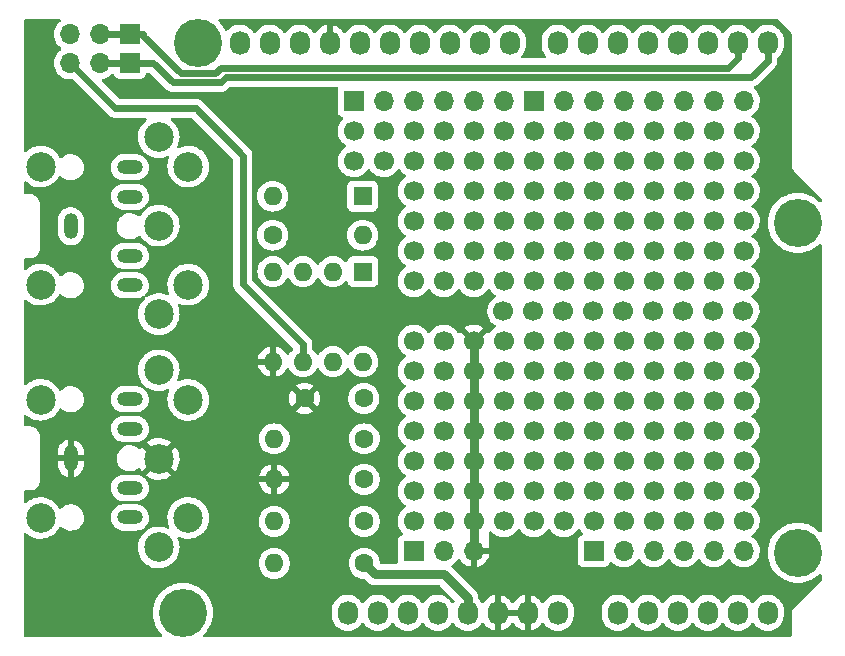
<source format=gbr>
%TF.GenerationSoftware,KiCad,Pcbnew,(6.0.5)*%
%TF.CreationDate,2022-11-15T09:33:25+00:00*%
%TF.ProjectId,ArduinoMIDIProtoShield,41726475-696e-46f4-9d49-444950726f74,rev?*%
%TF.SameCoordinates,Original*%
%TF.FileFunction,Copper,L2,Bot*%
%TF.FilePolarity,Positive*%
%FSLAX46Y46*%
G04 Gerber Fmt 4.6, Leading zero omitted, Abs format (unit mm)*
G04 Created by KiCad (PCBNEW (6.0.5)) date 2022-11-15 09:33:25*
%MOMM*%
%LPD*%
G01*
G04 APERTURE LIST*
%TA.AperFunction,ComponentPad*%
%ADD10O,1.727200X2.032000*%
%TD*%
%TA.AperFunction,ComponentPad*%
%ADD11C,4.064000*%
%TD*%
%TA.AperFunction,ComponentPad*%
%ADD12C,1.700000*%
%TD*%
%TA.AperFunction,ComponentPad*%
%ADD13R,1.600000X1.600000*%
%TD*%
%TA.AperFunction,ComponentPad*%
%ADD14O,1.600000X1.600000*%
%TD*%
%TA.AperFunction,ComponentPad*%
%ADD15R,1.700000X1.700000*%
%TD*%
%TA.AperFunction,ComponentPad*%
%ADD16O,1.700000X1.700000*%
%TD*%
%TA.AperFunction,ComponentPad*%
%ADD17C,1.600000*%
%TD*%
%TA.AperFunction,WasherPad*%
%ADD18C,2.499360*%
%TD*%
%TA.AperFunction,ComponentPad*%
%ADD19C,2.499360*%
%TD*%
%TA.AperFunction,ComponentPad*%
%ADD20O,2.200000X1.200000*%
%TD*%
%TA.AperFunction,ComponentPad*%
%ADD21O,1.200000X2.200000*%
%TD*%
%TA.AperFunction,Conductor*%
%ADD22C,0.800000*%
%TD*%
%TA.AperFunction,Conductor*%
%ADD23C,0.600000*%
%TD*%
G04 APERTURE END LIST*
D10*
%TO.P,P1,1,Pin_1*%
%TO.N,unconnected-(P1-Pad1)*%
X138938000Y-123825000D03*
%TO.P,P1,2,Pin_2*%
%TO.N,/IOREF*%
X141478000Y-123825000D03*
%TO.P,P1,3,Pin_3*%
%TO.N,/Reset*%
X144018000Y-123825000D03*
%TO.P,P1,4,Pin_4*%
%TO.N,+3V3*%
X146558000Y-123825000D03*
%TO.P,P1,5,Pin_5*%
%TO.N,+5V*%
X149098000Y-123825000D03*
%TO.P,P1,6,Pin_6*%
%TO.N,GND*%
X151638000Y-123825000D03*
%TO.P,P1,7,Pin_7*%
X154178000Y-123825000D03*
%TO.P,P1,8,Pin_8*%
%TO.N,/Vin*%
X156718000Y-123825000D03*
%TD*%
%TO.P,P2,1,Pin_1*%
%TO.N,/A0*%
X161798000Y-123825000D03*
%TO.P,P2,2,Pin_2*%
%TO.N,/A1*%
X164338000Y-123825000D03*
%TO.P,P2,3,Pin_3*%
%TO.N,/A2*%
X166878000Y-123825000D03*
%TO.P,P2,4,Pin_4*%
%TO.N,/A3*%
X169418000Y-123825000D03*
%TO.P,P2,5,Pin_5*%
%TO.N,/A4(SDA)*%
X171958000Y-123825000D03*
%TO.P,P2,6,Pin_6*%
%TO.N,/A5(SCL)*%
X174498000Y-123825000D03*
%TD*%
%TO.P,P3,1,Pin_1*%
%TO.N,N/C*%
X129794000Y-75565000D03*
%TO.P,P3,2,Pin_2*%
X132334000Y-75565000D03*
%TO.P,P3,3,Pin_3*%
%TO.N,/AREF*%
X134874000Y-75565000D03*
%TO.P,P3,4,Pin_4*%
%TO.N,GND*%
X137414000Y-75565000D03*
%TO.P,P3,5,Pin_5*%
%TO.N,/13(SCK)*%
X139954000Y-75565000D03*
%TO.P,P3,6,Pin_6*%
%TO.N,/12(MISO)*%
X142494000Y-75565000D03*
%TO.P,P3,7,Pin_7*%
%TO.N,/11(\u002A\u002A{slash}MOSI)*%
X145034000Y-75565000D03*
%TO.P,P3,8,Pin_8*%
%TO.N,/10(\u002A\u002A{slash}SS)*%
X147574000Y-75565000D03*
%TO.P,P3,9,Pin_9*%
%TO.N,/9(\u002A\u002A)*%
X150114000Y-75565000D03*
%TO.P,P3,10,Pin_10*%
%TO.N,/8*%
X152654000Y-75565000D03*
%TD*%
%TO.P,P4,1,Pin_1*%
%TO.N,/7*%
X156718000Y-75565000D03*
%TO.P,P4,2,Pin_2*%
%TO.N,/6(\u002A\u002A)*%
X159258000Y-75565000D03*
%TO.P,P4,3,Pin_3*%
%TO.N,/5(\u002A\u002A)*%
X161798000Y-75565000D03*
%TO.P,P4,4,Pin_4*%
%TO.N,/4*%
X164338000Y-75565000D03*
%TO.P,P4,5,Pin_5*%
%TO.N,/3(\u002A\u002A)*%
X166878000Y-75565000D03*
%TO.P,P4,6,Pin_6*%
%TO.N,/2*%
X169418000Y-75565000D03*
%TO.P,P4,7,Pin_7*%
%TO.N,/1(Tx)*%
X171958000Y-75565000D03*
%TO.P,P4,8,Pin_8*%
%TO.N,/0(Rx)*%
X174498000Y-75565000D03*
%TD*%
D11*
%TO.P,P5,1,Pin_1*%
%TO.N,unconnected-(P5-Pad1)*%
X124968000Y-123825000D03*
%TD*%
%TO.P,P6,1,Pin_1*%
%TO.N,unconnected-(P6-Pad1)*%
X177038000Y-118745000D03*
%TD*%
%TO.P,P7,1,Pin_1*%
%TO.N,unconnected-(P7-Pad1)*%
X126238000Y-75565000D03*
%TD*%
%TO.P,P8,1,Pin_1*%
%TO.N,unconnected-(P8-Pad1)*%
X177038000Y-90805000D03*
%TD*%
D12*
%TO.P,,1*%
%TO.N,N/C*%
X162306000Y-110972600D03*
%TD*%
%TO.P,,1*%
%TO.N,N/C*%
X167386000Y-85572600D03*
%TD*%
%TO.P,,1*%
%TO.N,N/C*%
X169926000Y-110972600D03*
%TD*%
%TO.P,,1*%
%TO.N,N/C*%
X152146000Y-108432600D03*
%TD*%
%TO.P,,1*%
%TO.N,N/C*%
X164846000Y-100812600D03*
%TD*%
%TO.P,,1*%
%TO.N,N/C*%
X154686000Y-90652600D03*
%TD*%
%TO.P,,1*%
%TO.N,N/C*%
X172466000Y-116052600D03*
%TD*%
%TO.P,,1*%
%TO.N,N/C*%
X169926000Y-93192600D03*
%TD*%
%TO.P,,1*%
%TO.N,N/C*%
X154686000Y-116052600D03*
%TD*%
%TO.P,,1*%
%TO.N,N/C*%
X167386000Y-105892600D03*
%TD*%
%TO.P,,1*%
%TO.N,N/C*%
X167386000Y-116052600D03*
%TD*%
%TO.P,,1*%
%TO.N,N/C*%
X147066000Y-90652600D03*
%TD*%
%TO.P,,1*%
%TO.N,N/C*%
X147066000Y-88112600D03*
%TD*%
%TO.P,,1*%
%TO.N,N/C*%
X157200600Y-98272600D03*
%TD*%
%TO.P,,1*%
%TO.N,N/C*%
X144526000Y-90652600D03*
%TD*%
%TO.P,,1*%
%TO.N,N/C*%
X162306000Y-116052600D03*
%TD*%
%TO.P,,1*%
%TO.N,N/C*%
X157226000Y-108432600D03*
%TD*%
%TO.P,,1*%
%TO.N,N/C*%
X152146000Y-93192600D03*
%TD*%
%TO.P,,1*%
%TO.N,N/C*%
X147066000Y-83032600D03*
%TD*%
%TO.P,,1*%
%TO.N,N/C*%
X164846000Y-93192600D03*
%TD*%
%TO.P,,1*%
%TO.N,N/C*%
X147066000Y-85572600D03*
%TD*%
%TO.P,,1*%
%TO.N,N/C*%
X141990000Y-83030000D03*
%TD*%
%TO.P,,1*%
%TO.N,N/C*%
X159766000Y-100812600D03*
%TD*%
%TO.P,,1*%
%TO.N,N/C*%
X157226000Y-90652600D03*
%TD*%
%TO.P,,1*%
%TO.N,N/C*%
X169926000Y-100812600D03*
%TD*%
%TO.P,,1*%
%TO.N,N/C*%
X169926000Y-90652600D03*
%TD*%
%TO.P,,1*%
%TO.N,+3V3*%
X144526000Y-100812600D03*
%TD*%
D13*
%TO.P,U1,1,NC*%
%TO.N,unconnected-(U1-Pad1)*%
X140223400Y-94929800D03*
D14*
%TO.P,U1,2,C1*%
%TO.N,Net-(D1-Pad1)*%
X137683400Y-94929800D03*
%TO.P,U1,3,C2*%
%TO.N,Net-(D1-Pad2)*%
X135143400Y-94929800D03*
%TO.P,U1,4,NC*%
%TO.N,unconnected-(U1-Pad4)*%
X132603400Y-94929800D03*
%TO.P,U1,5,GND*%
%TO.N,GND*%
X132603400Y-102549800D03*
%TO.P,U1,6,VO2*%
%TO.N,Net-(J4-Pad3)*%
X135143400Y-102549800D03*
%TO.P,U1,7,VO1*%
%TO.N,Net-(R4-Pad1)*%
X137683400Y-102549800D03*
%TO.P,U1,8,VCC*%
%TO.N,+5V*%
X140223400Y-102549800D03*
%TD*%
D12*
%TO.P,,1*%
%TO.N,N/C*%
X162280600Y-98272600D03*
%TD*%
%TO.P,,1*%
%TO.N,GND*%
X149606000Y-105892600D03*
%TD*%
%TO.P,,1*%
%TO.N,N/C*%
X164846000Y-90652600D03*
%TD*%
%TO.P,,1*%
%TO.N,N/C*%
X159766000Y-88112600D03*
%TD*%
%TO.P,,1*%
%TO.N,+3V3*%
X144526000Y-110972600D03*
%TD*%
%TO.P,,1*%
%TO.N,+3V3*%
X144526000Y-113512600D03*
%TD*%
D15*
%TO.P,J7,1,Pin_1*%
%TO.N,/13(SCK)*%
X139446000Y-80492600D03*
D16*
%TO.P,J7,2,Pin_2*%
%TO.N,/12(MISO)*%
X141986000Y-80492600D03*
%TO.P,J7,3,Pin_3*%
%TO.N,/11(\u002A\u002A{slash}MOSI)*%
X144526000Y-80492600D03*
%TO.P,J7,4,Pin_4*%
%TO.N,/10(\u002A\u002A{slash}SS)*%
X147066000Y-80492600D03*
%TO.P,J7,5,Pin_5*%
%TO.N,/9(\u002A\u002A)*%
X149606000Y-80492600D03*
%TO.P,J7,6,Pin_6*%
%TO.N,/8*%
X152146000Y-80492600D03*
%TD*%
D12*
%TO.P,,1*%
%TO.N,N/C*%
X169926000Y-88112600D03*
%TD*%
D17*
%TO.P,R3,1*%
%TO.N,Net-(IN1-Pad4)*%
X132588000Y-91846400D03*
D14*
%TO.P,R3,2*%
%TO.N,Net-(D1-Pad1)*%
X140208000Y-91846400D03*
%TD*%
D12*
%TO.P,,1*%
%TO.N,N/C*%
X159766000Y-90652600D03*
%TD*%
D17*
%TO.P,R5,1*%
%TO.N,+5V*%
X140335000Y-109093000D03*
D14*
%TO.P,R5,2*%
%TO.N,Net-(J4-Pad3)*%
X132715000Y-109093000D03*
%TD*%
D12*
%TO.P,,1*%
%TO.N,N/C*%
X152146000Y-83032600D03*
%TD*%
%TO.P,,1*%
%TO.N,N/C*%
X172466000Y-103352600D03*
%TD*%
D13*
%TO.P,D1,1,K*%
%TO.N,Net-(D1-Pad1)*%
X140208000Y-88544400D03*
D14*
%TO.P,D1,2,A*%
%TO.N,Net-(D1-Pad2)*%
X132588000Y-88544400D03*
%TD*%
D12*
%TO.P,,1*%
%TO.N,N/C*%
X159766000Y-83032600D03*
%TD*%
D17*
%TO.P,R4,1*%
%TO.N,Net-(R4-Pad1)*%
X140335000Y-112522000D03*
D14*
%TO.P,R4,2*%
%TO.N,GND*%
X132715000Y-112522000D03*
%TD*%
D12*
%TO.P,,1*%
%TO.N,N/C*%
X172466000Y-85572600D03*
%TD*%
%TO.P,,1*%
%TO.N,N/C*%
X172466000Y-113512600D03*
%TD*%
%TO.P,,1*%
%TO.N,N/C*%
X152146000Y-103352600D03*
%TD*%
%TO.P,,1*%
%TO.N,N/C*%
X164846000Y-85572600D03*
%TD*%
%TO.P,,1*%
%TO.N,N/C*%
X164846000Y-95732600D03*
%TD*%
%TO.P,,1*%
%TO.N,N/C*%
X147066000Y-95732600D03*
%TD*%
%TO.P,,1*%
%TO.N,GND*%
X149606000Y-113512600D03*
%TD*%
%TO.P,,1*%
%TO.N,N/C*%
X157226000Y-85572600D03*
%TD*%
%TO.P,,1*%
%TO.N,N/C*%
X164846000Y-110972600D03*
%TD*%
%TO.P,,1*%
%TO.N,+3V3*%
X144526000Y-108432600D03*
%TD*%
%TO.P,,1*%
%TO.N,N/C*%
X157226000Y-103352600D03*
%TD*%
%TO.P,,1*%
%TO.N,N/C*%
X169926000Y-83032600D03*
%TD*%
%TO.P,,1*%
%TO.N,N/C*%
X162306000Y-85572600D03*
%TD*%
%TO.P,,1*%
%TO.N,N/C*%
X164846000Y-88112600D03*
%TD*%
%TO.P,,1*%
%TO.N,+5V*%
X147066000Y-103352600D03*
%TD*%
%TO.P,,1*%
%TO.N,N/C*%
X162306000Y-83032600D03*
%TD*%
%TO.P,,1*%
%TO.N,+3V3*%
X144526000Y-116052600D03*
%TD*%
%TO.P,,1*%
%TO.N,N/C*%
X157226000Y-88112600D03*
%TD*%
%TO.P,,1*%
%TO.N,+5V*%
X147066000Y-105892600D03*
%TD*%
%TO.P,,1*%
%TO.N,N/C*%
X167386000Y-100812600D03*
%TD*%
D17*
%TO.P,C1,1*%
%TO.N,+5V*%
X140295000Y-105664000D03*
%TO.P,C1,2*%
%TO.N,GND*%
X135295000Y-105664000D03*
%TD*%
D12*
%TO.P,,1*%
%TO.N,N/C*%
X167386000Y-93192600D03*
%TD*%
%TO.P,,1*%
%TO.N,N/C*%
X157226000Y-95732600D03*
%TD*%
%TO.P,,1*%
%TO.N,N/C*%
X162306000Y-100812600D03*
%TD*%
%TO.P,,1*%
%TO.N,N/C*%
X172466000Y-93192600D03*
%TD*%
%TO.P,,1*%
%TO.N,N/C*%
X152146000Y-90652600D03*
%TD*%
%TO.P,,1*%
%TO.N,N/C*%
X157226000Y-113512600D03*
%TD*%
%TO.P,,1*%
%TO.N,N/C*%
X157226000Y-116052600D03*
%TD*%
%TO.P,,1*%
%TO.N,N/C*%
X169926000Y-113512600D03*
%TD*%
%TO.P,,1*%
%TO.N,N/C*%
X157226000Y-83032600D03*
%TD*%
%TO.P,,1*%
%TO.N,N/C*%
X152146000Y-85572600D03*
%TD*%
%TO.P,,1*%
%TO.N,N/C*%
X172466000Y-110972600D03*
%TD*%
%TO.P,,1*%
%TO.N,N/C*%
X159766000Y-105892600D03*
%TD*%
%TO.P,,1*%
%TO.N,N/C*%
X164846000Y-103352600D03*
%TD*%
%TO.P,,1*%
%TO.N,N/C*%
X154686000Y-105892600D03*
%TD*%
%TO.P,,1*%
%TO.N,N/C*%
X172466000Y-105892600D03*
%TD*%
%TO.P,,1*%
%TO.N,N/C*%
X169926000Y-108432600D03*
%TD*%
%TO.P,,1*%
%TO.N,N/C*%
X152146000Y-100812600D03*
%TD*%
%TO.P,,1*%
%TO.N,N/C*%
X154686000Y-85572600D03*
%TD*%
%TO.P,,1*%
%TO.N,N/C*%
X164846000Y-105892600D03*
%TD*%
%TO.P,,1*%
%TO.N,N/C*%
X167386000Y-108432600D03*
%TD*%
%TO.P,,1*%
%TO.N,N/C*%
X164846000Y-108432600D03*
%TD*%
%TO.P,,1*%
%TO.N,GND*%
X149606000Y-116052600D03*
%TD*%
%TO.P,,1*%
%TO.N,N/C*%
X154686000Y-95732600D03*
%TD*%
%TO.P,,1*%
%TO.N,N/C*%
X167386000Y-90652600D03*
%TD*%
%TO.P,,1*%
%TO.N,N/C*%
X162306000Y-105892600D03*
%TD*%
%TO.P,,1*%
%TO.N,N/C*%
X167386000Y-83032600D03*
%TD*%
%TO.P,,1*%
%TO.N,N/C*%
X139450000Y-85570000D03*
%TD*%
%TO.P,,1*%
%TO.N,N/C*%
X172466000Y-90652600D03*
%TD*%
%TO.P,,1*%
%TO.N,N/C*%
X154686000Y-93192600D03*
%TD*%
%TO.P,,1*%
%TO.N,N/C*%
X167386000Y-103352600D03*
%TD*%
%TO.P,,1*%
%TO.N,N/C*%
X154686000Y-113512600D03*
%TD*%
D18*
%TO.P,IN1,*%
%TO.N,*%
X112938300Y-86037740D03*
X112938300Y-96040260D03*
D19*
%TO.P,IN1,1*%
%TO.N,unconnected-(IN1-Pad1)*%
X122933200Y-98537080D03*
%TO.P,IN1,2*%
%TO.N,unconnected-(IN1-Pad2)*%
X122935740Y-91039000D03*
%TO.P,IN1,3*%
%TO.N,unconnected-(IN1-Pad3)*%
X122933200Y-83540920D03*
%TO.P,IN1,4*%
%TO.N,Net-(IN1-Pad4)*%
X125435100Y-96035180D03*
%TO.P,IN1,5*%
%TO.N,Net-(D1-Pad2)*%
X125435100Y-86042820D03*
%TD*%
D15*
%TO.P,J5,1,Pin_1*%
%TO.N,+3V3*%
X144526000Y-118592600D03*
D16*
%TO.P,J5,2,Pin_2*%
%TO.N,+5V*%
X147066000Y-118592600D03*
%TO.P,J5,3,Pin_3*%
%TO.N,GND*%
X149606000Y-118592600D03*
%TD*%
D12*
%TO.P,,1*%
%TO.N,+5V*%
X147066000Y-108432600D03*
%TD*%
%TO.P,,1*%
%TO.N,N/C*%
X152120600Y-98272600D03*
%TD*%
%TO.P,,1*%
%TO.N,+5V*%
X147066000Y-110972600D03*
%TD*%
%TO.P,,1*%
%TO.N,N/C*%
X152146000Y-110972600D03*
%TD*%
%TO.P,,1*%
%TO.N,+5V*%
X147066000Y-116052600D03*
%TD*%
D20*
%TO.P,J2,R*%
%TO.N,Net-(J2-PadR)*%
X120493800Y-105750000D03*
%TO.P,J2,RN*%
%TO.N,N/C*%
X120493800Y-108250000D03*
D21*
%TO.P,J2,S*%
%TO.N,GND*%
X115493800Y-110750000D03*
D20*
%TO.P,J2,T*%
%TO.N,Net-(J2-PadT)*%
X120493800Y-115750000D03*
%TO.P,J2,TN*%
%TO.N,N/C*%
X120493800Y-113250000D03*
%TD*%
D12*
%TO.P,,1*%
%TO.N,N/C*%
X152146000Y-113512600D03*
%TD*%
%TO.P,,1*%
%TO.N,N/C*%
X162306000Y-95732600D03*
%TD*%
%TO.P,,1*%
%TO.N,GND*%
X149606000Y-100812600D03*
%TD*%
%TO.P,,1*%
%TO.N,N/C*%
X169926000Y-85572600D03*
%TD*%
%TO.P,,1*%
%TO.N,N/C*%
X162306000Y-88112600D03*
%TD*%
%TO.P,,1*%
%TO.N,N/C*%
X154686000Y-100812600D03*
%TD*%
%TO.P,,1*%
%TO.N,N/C*%
X164846000Y-113512600D03*
%TD*%
%TO.P,,1*%
%TO.N,GND*%
X149606000Y-110972600D03*
%TD*%
%TO.P,,1*%
%TO.N,N/C*%
X167360600Y-98272600D03*
%TD*%
%TO.P,,1*%
%TO.N,GND*%
X149606000Y-103352600D03*
%TD*%
%TO.P,,1*%
%TO.N,N/C*%
X159766000Y-110972600D03*
%TD*%
%TO.P,,1*%
%TO.N,N/C*%
X159766000Y-103352600D03*
%TD*%
%TO.P,,1*%
%TO.N,N/C*%
X144526000Y-85572600D03*
%TD*%
%TO.P,,1*%
%TO.N,N/C*%
X167386000Y-113512600D03*
%TD*%
%TO.P,,1*%
%TO.N,N/C*%
X169926000Y-95732600D03*
%TD*%
%TO.P,,1*%
%TO.N,N/C*%
X167386000Y-88112600D03*
%TD*%
%TO.P,,1*%
%TO.N,N/C*%
X149606000Y-88112600D03*
%TD*%
%TO.P,,1*%
%TO.N,N/C*%
X172466000Y-100812600D03*
%TD*%
D20*
%TO.P,J1,R*%
%TO.N,Net-(IN1-Pad4)*%
X120493800Y-86100000D03*
%TO.P,J1,RN*%
%TO.N,N/C*%
X120493800Y-88600000D03*
D21*
%TO.P,J1,S*%
%TO.N,unconnected-(J1-PadS)*%
X115493800Y-91100000D03*
D20*
%TO.P,J1,T*%
%TO.N,Net-(D1-Pad2)*%
X120493800Y-96100000D03*
%TO.P,J1,TN*%
%TO.N,N/C*%
X120493800Y-93600000D03*
%TD*%
D12*
%TO.P,,1*%
%TO.N,N/C*%
X172466000Y-95732600D03*
%TD*%
%TO.P,,1*%
%TO.N,N/C*%
X144526000Y-88112600D03*
%TD*%
%TO.P,,1*%
%TO.N,N/C*%
X149606000Y-85572600D03*
%TD*%
%TO.P,,1*%
%TO.N,+5V*%
X147066000Y-100812600D03*
%TD*%
%TO.P,,1*%
%TO.N,N/C*%
X167386000Y-95732600D03*
%TD*%
%TO.P,,1*%
%TO.N,N/C*%
X154686000Y-108432600D03*
%TD*%
%TO.P,,1*%
%TO.N,N/C*%
X152146000Y-88112600D03*
%TD*%
%TO.P,,1*%
%TO.N,N/C*%
X162306000Y-93192600D03*
%TD*%
D18*
%TO.P,OUT1,*%
%TO.N,*%
X112938300Y-115789260D03*
X112938300Y-105786740D03*
D19*
%TO.P,OUT1,1*%
%TO.N,unconnected-(OUT1-Pad1)*%
X122933200Y-118286080D03*
%TO.P,OUT1,2*%
%TO.N,GND*%
X122935740Y-110788000D03*
%TO.P,OUT1,3*%
%TO.N,unconnected-(OUT1-Pad3)*%
X122933200Y-103289920D03*
%TO.P,OUT1,4*%
%TO.N,Net-(J2-PadR)*%
X125435100Y-115784180D03*
%TO.P,OUT1,5*%
%TO.N,Net-(J2-PadT)*%
X125435100Y-105791820D03*
%TD*%
D12*
%TO.P,,1*%
%TO.N,+3V3*%
X144526000Y-103352600D03*
%TD*%
%TO.P,,1*%
%TO.N,N/C*%
X157226000Y-100812600D03*
%TD*%
%TO.P,,1*%
%TO.N,N/C*%
X169926000Y-105892600D03*
%TD*%
D15*
%TO.P,J6,1,Pin_1*%
%TO.N,/A0*%
X159766000Y-118592600D03*
D16*
%TO.P,J6,2,Pin_2*%
%TO.N,/A1*%
X162306000Y-118592600D03*
%TO.P,J6,3,Pin_3*%
%TO.N,/A2*%
X164846000Y-118592600D03*
%TO.P,J6,4,Pin_4*%
%TO.N,/A3*%
X167386000Y-118592600D03*
%TO.P,J6,5,Pin_5*%
%TO.N,/A4(SDA)*%
X169926000Y-118592600D03*
%TO.P,J6,6,Pin_6*%
%TO.N,/A5(SCL)*%
X172466000Y-118592600D03*
%TD*%
D17*
%TO.P,R1,1*%
%TO.N,+5V*%
X140335000Y-119634000D03*
D14*
%TO.P,R1,2*%
%TO.N,Net-(J2-PadR)*%
X132715000Y-119634000D03*
%TD*%
D12*
%TO.P,,1*%
%TO.N,N/C*%
X159766000Y-108432600D03*
%TD*%
%TO.P,,1*%
%TO.N,N/C*%
X172466000Y-83032600D03*
%TD*%
%TO.P,,1*%
%TO.N,+5V*%
X147066000Y-113512600D03*
%TD*%
%TO.P,,1*%
%TO.N,N/C*%
X154686000Y-88112600D03*
%TD*%
%TO.P,,1*%
%TO.N,N/C*%
X157226000Y-105892600D03*
%TD*%
%TO.P,,1*%
%TO.N,N/C*%
X141990000Y-85570000D03*
%TD*%
%TO.P,,1*%
%TO.N,N/C*%
X167386000Y-110972600D03*
%TD*%
%TO.P,,1*%
%TO.N,N/C*%
X162306000Y-103352600D03*
%TD*%
%TO.P,,1*%
%TO.N,N/C*%
X162306000Y-90652600D03*
%TD*%
%TO.P,,1*%
%TO.N,N/C*%
X169926000Y-116052600D03*
%TD*%
%TO.P,,1*%
%TO.N,N/C*%
X139450000Y-83030000D03*
%TD*%
%TO.P,,1*%
%TO.N,N/C*%
X164820600Y-98272600D03*
%TD*%
%TO.P,,1*%
%TO.N,N/C*%
X144526000Y-93192600D03*
%TD*%
D15*
%TO.P,J4,1,Pin_1*%
%TO.N,/0(Rx)*%
X120505000Y-77280000D03*
D16*
%TO.P,J4,2,Pin_2*%
X117965000Y-77280000D03*
%TO.P,J4,3,Pin_3*%
%TO.N,Net-(J4-Pad3)*%
X115425000Y-77280000D03*
%TD*%
D12*
%TO.P,,1*%
%TO.N,N/C*%
X162306000Y-108432600D03*
%TD*%
%TO.P,,1*%
%TO.N,N/C*%
X159766000Y-85572600D03*
%TD*%
%TO.P,,1*%
%TO.N,N/C*%
X149606000Y-90652600D03*
%TD*%
%TO.P,,1*%
%TO.N,N/C*%
X152146000Y-116052600D03*
%TD*%
%TO.P,,1*%
%TO.N,+3V3*%
X144526000Y-105892600D03*
%TD*%
%TO.P,,1*%
%TO.N,N/C*%
X172440600Y-98272600D03*
%TD*%
%TO.P,,1*%
%TO.N,N/C*%
X157226000Y-110972600D03*
%TD*%
%TO.P,,1*%
%TO.N,N/C*%
X149606000Y-83032600D03*
%TD*%
D15*
%TO.P,J8,1,Pin_1*%
%TO.N,/7*%
X154686000Y-80492600D03*
D16*
%TO.P,J8,2,Pin_2*%
%TO.N,/6(\u002A\u002A)*%
X157226000Y-80492600D03*
%TO.P,J8,3,Pin_3*%
%TO.N,/5(\u002A\u002A)*%
X159766000Y-80492600D03*
%TO.P,J8,4,Pin_4*%
%TO.N,/4*%
X162306000Y-80492600D03*
%TO.P,J8,5,Pin_5*%
%TO.N,/3(\u002A\u002A)*%
X164846000Y-80492600D03*
%TO.P,J8,6,Pin_6*%
%TO.N,/2*%
X167386000Y-80492600D03*
%TO.P,J8,7,Pin_7*%
%TO.N,/1(Tx)*%
X169926000Y-80492600D03*
%TO.P,J8,8,Pin_8*%
%TO.N,/0(Rx)*%
X172466000Y-80492600D03*
%TD*%
D15*
%TO.P,J3,1,Pin_1*%
%TO.N,/1(Tx)*%
X120505000Y-74840000D03*
D16*
%TO.P,J3,2,Pin_2*%
X117965000Y-74840000D03*
%TO.P,J3,3,Pin_3*%
%TO.N,Net-(J3-Pad3)*%
X115425000Y-74840000D03*
%TD*%
D12*
%TO.P,,1*%
%TO.N,N/C*%
X159766000Y-93192600D03*
%TD*%
%TO.P,,1*%
%TO.N,N/C*%
X157226000Y-93192600D03*
%TD*%
%TO.P,,1*%
%TO.N,N/C*%
X159766000Y-113512600D03*
%TD*%
D17*
%TO.P,R2,1*%
%TO.N,Net-(J3-Pad3)*%
X140335000Y-116078000D03*
D14*
%TO.P,R2,2*%
%TO.N,Net-(J2-PadT)*%
X132715000Y-116078000D03*
%TD*%
D12*
%TO.P,,1*%
%TO.N,N/C*%
X169926000Y-103352600D03*
%TD*%
%TO.P,,1*%
%TO.N,N/C*%
X152146000Y-95732600D03*
%TD*%
%TO.P,,1*%
%TO.N,N/C*%
X172466000Y-88112600D03*
%TD*%
%TO.P,,1*%
%TO.N,N/C*%
X149606000Y-93192600D03*
%TD*%
%TO.P,,1*%
%TO.N,N/C*%
X154686000Y-103352600D03*
%TD*%
%TO.P,,1*%
%TO.N,N/C*%
X147066000Y-93192600D03*
%TD*%
%TO.P,,1*%
%TO.N,N/C*%
X172466000Y-108432600D03*
%TD*%
%TO.P,,1*%
%TO.N,N/C*%
X159740600Y-98272600D03*
%TD*%
%TO.P,,1*%
%TO.N,N/C*%
X164846000Y-116052600D03*
%TD*%
%TO.P,,1*%
%TO.N,N/C*%
X154686000Y-110972600D03*
%TD*%
%TO.P,,1*%
%TO.N,N/C*%
X169900600Y-98272600D03*
%TD*%
%TO.P,,1*%
%TO.N,N/C*%
X154686000Y-83032600D03*
%TD*%
%TO.P,,1*%
%TO.N,N/C*%
X154660600Y-98272600D03*
%TD*%
%TO.P,,1*%
%TO.N,N/C*%
X159766000Y-116052600D03*
%TD*%
%TO.P,,1*%
%TO.N,GND*%
X149606000Y-108432600D03*
%TD*%
%TO.P,,1*%
%TO.N,N/C*%
X159766000Y-95732600D03*
%TD*%
%TO.P,,1*%
%TO.N,N/C*%
X149606000Y-95732600D03*
%TD*%
%TO.P,,1*%
%TO.N,N/C*%
X144526000Y-95732600D03*
%TD*%
%TO.P,,1*%
%TO.N,N/C*%
X164846000Y-83032600D03*
%TD*%
%TO.P,,1*%
%TO.N,N/C*%
X144526000Y-83032600D03*
%TD*%
%TO.P,,1*%
%TO.N,N/C*%
X152146000Y-105892600D03*
%TD*%
%TO.P,,1*%
%TO.N,N/C*%
X162306000Y-113512600D03*
%TD*%
D22*
%TO.N,+5V*%
X147091400Y-120573800D02*
X149098000Y-122580400D01*
X140335000Y-119634000D02*
X141274800Y-120573800D01*
X141274800Y-120573800D02*
X147091400Y-120573800D01*
X149098000Y-122580400D02*
X149098000Y-123825000D01*
%TO.N,GND*%
X149606000Y-108432600D02*
X149606000Y-105892600D01*
X149606000Y-116052600D02*
X149606000Y-113512600D01*
X149606000Y-110972600D02*
X149606000Y-108432600D01*
X149606000Y-118592600D02*
X149606000Y-116052600D01*
X149606000Y-105892600D02*
X149606000Y-103352600D01*
X149606000Y-113512600D02*
X149606000Y-110972600D01*
X149606000Y-103352600D02*
X149606000Y-100812600D01*
D23*
%TO.N,/1(Tx)*%
X124800000Y-78110000D02*
X121640000Y-74950000D01*
X120575000Y-74840000D02*
X118035000Y-74840000D01*
X121640000Y-74840000D02*
X120575000Y-74840000D01*
X171958000Y-76809600D02*
X171094400Y-77673200D01*
X128176800Y-77673200D02*
X127740000Y-78110000D01*
X171094400Y-77673200D02*
X128176800Y-77673200D01*
X121640000Y-74950000D02*
X121640000Y-74840000D01*
X171958000Y-75565000D02*
X171958000Y-76809600D01*
X127740000Y-78110000D02*
X124800000Y-78110000D01*
%TO.N,/0(Rx)*%
X173114280Y-78472720D02*
X174498000Y-77089000D01*
X120505000Y-77280000D02*
X122490960Y-77280000D01*
X124120480Y-78909520D02*
X128183200Y-78909520D01*
X174498000Y-77089000D02*
X174498000Y-75565000D01*
X128183200Y-78909520D02*
X128620000Y-78472720D01*
X128620000Y-78472720D02*
X173114280Y-78472720D01*
X117965000Y-77280000D02*
X120505000Y-77280000D01*
X122490960Y-77280000D02*
X124120480Y-78909520D01*
%TO.N,Net-(J4-Pad3)*%
X130060000Y-85110000D02*
X126055000Y-81105000D01*
X126055000Y-81105000D02*
X119250000Y-81105000D01*
X119250000Y-81105000D02*
X115425000Y-77280000D01*
X135143400Y-101093400D02*
X130060000Y-96010000D01*
X130060000Y-96010000D02*
X130060000Y-85110000D01*
X135143400Y-102549800D02*
X135143400Y-101093400D01*
%TD*%
%TA.AperFunction,Conductor*%
%TO.N,GND*%
G36*
X114592845Y-73553502D02*
G01*
X114639338Y-73607158D01*
X114649442Y-73677432D01*
X114619948Y-73742012D01*
X114600377Y-73760260D01*
X114519965Y-73820635D01*
X114480525Y-73861907D01*
X114426280Y-73918671D01*
X114365629Y-73982138D01*
X114362720Y-73986403D01*
X114362714Y-73986411D01*
X114291283Y-74091125D01*
X114239743Y-74166680D01*
X114220588Y-74207947D01*
X114158237Y-74342271D01*
X114145688Y-74369305D01*
X114085989Y-74584570D01*
X114062251Y-74806695D01*
X114062548Y-74811848D01*
X114062548Y-74811851D01*
X114069473Y-74931954D01*
X114075110Y-75029715D01*
X114076247Y-75034761D01*
X114076248Y-75034767D01*
X114079423Y-75048854D01*
X114124222Y-75247639D01*
X114208266Y-75454616D01*
X114259942Y-75538944D01*
X114322291Y-75640688D01*
X114324987Y-75645088D01*
X114471250Y-75813938D01*
X114643126Y-75956632D01*
X114647053Y-75958927D01*
X114691269Y-76014240D01*
X114698580Y-76084859D01*
X114666551Y-76148220D01*
X114650324Y-76162759D01*
X114548201Y-76239435D01*
X114519965Y-76260635D01*
X114482678Y-76299654D01*
X114426280Y-76358671D01*
X114365629Y-76422138D01*
X114362720Y-76426403D01*
X114362714Y-76426411D01*
X114317666Y-76492449D01*
X114239743Y-76606680D01*
X114221637Y-76645687D01*
X114152304Y-76795053D01*
X114145688Y-76809305D01*
X114085989Y-77024570D01*
X114062251Y-77246695D01*
X114062548Y-77251848D01*
X114062548Y-77251851D01*
X114068345Y-77352386D01*
X114075110Y-77469715D01*
X114076247Y-77474761D01*
X114076248Y-77474767D01*
X114088258Y-77528056D01*
X114124222Y-77687639D01*
X114208266Y-77894616D01*
X114324987Y-78085088D01*
X114471250Y-78253938D01*
X114643126Y-78396632D01*
X114836000Y-78509338D01*
X115044692Y-78589030D01*
X115049760Y-78590061D01*
X115049763Y-78590062D01*
X115157017Y-78611883D01*
X115263597Y-78633567D01*
X115268772Y-78633757D01*
X115268774Y-78633757D01*
X115481673Y-78641564D01*
X115481677Y-78641564D01*
X115486837Y-78641753D01*
X115564227Y-78631839D01*
X115634336Y-78643023D01*
X115669331Y-78667723D01*
X118671766Y-81670158D01*
X118672694Y-81671095D01*
X118704370Y-81703441D01*
X118735771Y-81735507D01*
X118772221Y-81758998D01*
X118782546Y-81766417D01*
X118816443Y-81793476D01*
X118822784Y-81796541D01*
X118822785Y-81796542D01*
X118846637Y-81808072D01*
X118860054Y-81815601D01*
X118888238Y-81833765D01*
X118894855Y-81836173D01*
X118894860Y-81836176D01*
X118928973Y-81848592D01*
X118940716Y-81853553D01*
X118973400Y-81869353D01*
X118973409Y-81869356D01*
X118979749Y-81872421D01*
X118997446Y-81876507D01*
X119012428Y-81879966D01*
X119027168Y-81884332D01*
X119058685Y-81895803D01*
X119065670Y-81896685D01*
X119065677Y-81896687D01*
X119101692Y-81901237D01*
X119114243Y-81903472D01*
X119156485Y-81913225D01*
X119163529Y-81913250D01*
X119163533Y-81913250D01*
X119197072Y-81913367D01*
X119197942Y-81913396D01*
X119198769Y-81913500D01*
X119235258Y-81913500D01*
X119235697Y-81913501D01*
X119334343Y-81913845D01*
X119334348Y-81913845D01*
X119337870Y-81913857D01*
X119339070Y-81913589D01*
X119340708Y-81913500D01*
X121787256Y-81913500D01*
X121855377Y-81933502D01*
X121901870Y-81987158D01*
X121911974Y-82057432D01*
X121882480Y-82122012D01*
X121863961Y-82139462D01*
X121863800Y-82139585D01*
X121859887Y-82142151D01*
X121664925Y-82316161D01*
X121497825Y-82517077D01*
X121362257Y-82740485D01*
X121360448Y-82744799D01*
X121360446Y-82744803D01*
X121345810Y-82779707D01*
X121261201Y-82981477D01*
X121196876Y-83234759D01*
X121170694Y-83494767D01*
X121170918Y-83499433D01*
X121170918Y-83499438D01*
X121177192Y-83630037D01*
X121183232Y-83755789D01*
X121234214Y-84012091D01*
X121322519Y-84258041D01*
X121324736Y-84262167D01*
X121409063Y-84419107D01*
X121446208Y-84488238D01*
X121449003Y-84491982D01*
X121449005Y-84491984D01*
X121599772Y-84693886D01*
X121599777Y-84693892D01*
X121602564Y-84697624D01*
X121605873Y-84700904D01*
X121605878Y-84700910D01*
X121771790Y-84865379D01*
X121788152Y-84881599D01*
X121791914Y-84884357D01*
X121791917Y-84884360D01*
X121995120Y-85033355D01*
X121998894Y-85036122D01*
X122003037Y-85038302D01*
X122003039Y-85038303D01*
X122226012Y-85155615D01*
X122226017Y-85155617D01*
X122230162Y-85157798D01*
X122234585Y-85159343D01*
X122234586Y-85159343D01*
X122472457Y-85242411D01*
X122472463Y-85242413D01*
X122476874Y-85243953D01*
X122481467Y-85244825D01*
X122729021Y-85291825D01*
X122729024Y-85291825D01*
X122733610Y-85292696D01*
X122864171Y-85297826D01*
X122990064Y-85302773D01*
X122990070Y-85302773D01*
X122994732Y-85302956D01*
X123086746Y-85292879D01*
X123249848Y-85275017D01*
X123249854Y-85275016D01*
X123254501Y-85274507D01*
X123507212Y-85207973D01*
X123603404Y-85166646D01*
X123673663Y-85136461D01*
X123744147Y-85127949D01*
X123808045Y-85158895D01*
X123845068Y-85219474D01*
X123843462Y-85290452D01*
X123839597Y-85300954D01*
X123833887Y-85314570D01*
X123763101Y-85483377D01*
X123698776Y-85736659D01*
X123672594Y-85996667D01*
X123672818Y-86001333D01*
X123672818Y-86001338D01*
X123675867Y-86064802D01*
X123685132Y-86257689D01*
X123736114Y-86513991D01*
X123824419Y-86759941D01*
X123826636Y-86764067D01*
X123942876Y-86980400D01*
X123948108Y-86990138D01*
X123950903Y-86993882D01*
X123950905Y-86993884D01*
X124101672Y-87195786D01*
X124101677Y-87195792D01*
X124104464Y-87199524D01*
X124107773Y-87202804D01*
X124107778Y-87202810D01*
X124282243Y-87375758D01*
X124290052Y-87383499D01*
X124293814Y-87386257D01*
X124293817Y-87386260D01*
X124496731Y-87535043D01*
X124500794Y-87538022D01*
X124504937Y-87540202D01*
X124504939Y-87540203D01*
X124727912Y-87657515D01*
X124727917Y-87657517D01*
X124732062Y-87659698D01*
X124736485Y-87661243D01*
X124736486Y-87661243D01*
X124974357Y-87744311D01*
X124974363Y-87744313D01*
X124978774Y-87745853D01*
X124983367Y-87746725D01*
X125230921Y-87793725D01*
X125230924Y-87793725D01*
X125235510Y-87794596D01*
X125362686Y-87799593D01*
X125491964Y-87804673D01*
X125491970Y-87804673D01*
X125496632Y-87804856D01*
X125588646Y-87794779D01*
X125751748Y-87776917D01*
X125751754Y-87776916D01*
X125756401Y-87776407D01*
X126009112Y-87709873D01*
X126249214Y-87606718D01*
X126253194Y-87604255D01*
X126253198Y-87604253D01*
X126467457Y-87471665D01*
X126467461Y-87471662D01*
X126471430Y-87469206D01*
X126572671Y-87383499D01*
X126667314Y-87303378D01*
X126667315Y-87303377D01*
X126670880Y-87300359D01*
X126707148Y-87259003D01*
X126840100Y-87107401D01*
X126840103Y-87107396D01*
X126843182Y-87103886D01*
X126848980Y-87094873D01*
X126936307Y-86959107D01*
X126984551Y-86884103D01*
X127091881Y-86645839D01*
X127130357Y-86509414D01*
X127161545Y-86398832D01*
X127161546Y-86398829D01*
X127162815Y-86394328D01*
X127178155Y-86273750D01*
X127195396Y-86138225D01*
X127195396Y-86138219D01*
X127195794Y-86135094D01*
X127198210Y-86042820D01*
X127178844Y-85782216D01*
X127173753Y-85759715D01*
X127135974Y-85592761D01*
X127121170Y-85527337D01*
X127109405Y-85497082D01*
X127028150Y-85288135D01*
X127028149Y-85288133D01*
X127026457Y-85283782D01*
X127021448Y-85275017D01*
X126931617Y-85117846D01*
X126896784Y-85056901D01*
X126735001Y-84851680D01*
X126642964Y-84765100D01*
X126548062Y-84675825D01*
X126548059Y-84675823D01*
X126544661Y-84672626D01*
X126455251Y-84610600D01*
X126333782Y-84526334D01*
X126333781Y-84526333D01*
X126329946Y-84523673D01*
X126319645Y-84518593D01*
X126099761Y-84410158D01*
X126099758Y-84410157D01*
X126095573Y-84408093D01*
X126086155Y-84405078D01*
X125996833Y-84376486D01*
X125846690Y-84328425D01*
X125842083Y-84327675D01*
X125842080Y-84327674D01*
X125593376Y-84287170D01*
X125593377Y-84287170D01*
X125588765Y-84286419D01*
X125462080Y-84284761D01*
X125332142Y-84283060D01*
X125332139Y-84283060D01*
X125327465Y-84282999D01*
X125068529Y-84318238D01*
X125064039Y-84319547D01*
X125064033Y-84319548D01*
X124957355Y-84350642D01*
X124817646Y-84391364D01*
X124813399Y-84393322D01*
X124813396Y-84393323D01*
X124695688Y-84447587D01*
X124625450Y-84457942D01*
X124560765Y-84428679D01*
X124522168Y-84369090D01*
X124521915Y-84298094D01*
X124528055Y-84281411D01*
X124588058Y-84148208D01*
X124589981Y-84143939D01*
X124591251Y-84139436D01*
X124659645Y-83896932D01*
X124659646Y-83896929D01*
X124660915Y-83892428D01*
X124668210Y-83835088D01*
X124693496Y-83636325D01*
X124693496Y-83636319D01*
X124693894Y-83633194D01*
X124696310Y-83540920D01*
X124679943Y-83320669D01*
X124677290Y-83284968D01*
X124677289Y-83284964D01*
X124676944Y-83280316D01*
X124667690Y-83239417D01*
X124620301Y-83029994D01*
X124619270Y-83025437D01*
X124606097Y-82991562D01*
X124526250Y-82786235D01*
X124526249Y-82786233D01*
X124524557Y-82781882D01*
X124517531Y-82769588D01*
X124397203Y-82559059D01*
X124394884Y-82555001D01*
X124233101Y-82349780D01*
X124076662Y-82202617D01*
X124046162Y-82173925D01*
X124046159Y-82173923D01*
X124042761Y-82170726D01*
X124038929Y-82168068D01*
X124038922Y-82168062D01*
X124002835Y-82143028D01*
X123958265Y-82087765D01*
X123950647Y-82017178D01*
X123982401Y-81953678D01*
X124043444Y-81917426D01*
X124074654Y-81913500D01*
X125667918Y-81913500D01*
X125736039Y-81933502D01*
X125757013Y-81950405D01*
X129214595Y-85407987D01*
X129248621Y-85470299D01*
X129251500Y-85497082D01*
X129251500Y-96000786D01*
X129251493Y-96002106D01*
X129250549Y-96092221D01*
X129259711Y-96134597D01*
X129261769Y-96147163D01*
X129266603Y-96190255D01*
X129268919Y-96196906D01*
X129268920Y-96196910D01*
X129277633Y-96221930D01*
X129281796Y-96236742D01*
X129283664Y-96245379D01*
X129288881Y-96269510D01*
X129307208Y-96308813D01*
X129311990Y-96320589D01*
X129326255Y-96361552D01*
X129329989Y-96367527D01*
X129329990Y-96367530D01*
X129344027Y-96389995D01*
X129351366Y-96403512D01*
X129353340Y-96407744D01*
X129365538Y-96433902D01*
X129369855Y-96439467D01*
X129369856Y-96439469D01*
X129392106Y-96468153D01*
X129399402Y-96478612D01*
X129416735Y-96506351D01*
X129422374Y-96515376D01*
X129427334Y-96520371D01*
X129427335Y-96520372D01*
X129450976Y-96544179D01*
X129451561Y-96544804D01*
X129452078Y-96545470D01*
X129478068Y-96571460D01*
X129550185Y-96644082D01*
X129551222Y-96644740D01*
X129552451Y-96645843D01*
X134285560Y-101378952D01*
X134319586Y-101441264D01*
X134314521Y-101512079D01*
X134285560Y-101557142D01*
X134137202Y-101705500D01*
X134134045Y-101710008D01*
X134134043Y-101710011D01*
X134091497Y-101770773D01*
X134005877Y-101893051D01*
X134003554Y-101898033D01*
X134003551Y-101898038D01*
X133987319Y-101932849D01*
X133940402Y-101986134D01*
X133872125Y-102005595D01*
X133804165Y-101985053D01*
X133758929Y-101932849D01*
X133742814Y-101898289D01*
X133737331Y-101888793D01*
X133612372Y-101710333D01*
X133605316Y-101701925D01*
X133451275Y-101547884D01*
X133442867Y-101540828D01*
X133264407Y-101415869D01*
X133254911Y-101410386D01*
X133057453Y-101318310D01*
X133047161Y-101314564D01*
X132874897Y-101268406D01*
X132860801Y-101268742D01*
X132857400Y-101276684D01*
X132857400Y-103817767D01*
X132861373Y-103831298D01*
X132869922Y-103832527D01*
X133047161Y-103785036D01*
X133057453Y-103781290D01*
X133254911Y-103689214D01*
X133264407Y-103683731D01*
X133442867Y-103558772D01*
X133451275Y-103551716D01*
X133605316Y-103397675D01*
X133612372Y-103389267D01*
X133737331Y-103210807D01*
X133742814Y-103201311D01*
X133758929Y-103166751D01*
X133805846Y-103113466D01*
X133874123Y-103094005D01*
X133942083Y-103114547D01*
X133987319Y-103166751D01*
X134003551Y-103201562D01*
X134003554Y-103201567D01*
X134005877Y-103206549D01*
X134035208Y-103248438D01*
X134131058Y-103385325D01*
X134137202Y-103394100D01*
X134299100Y-103555998D01*
X134303608Y-103559155D01*
X134303611Y-103559157D01*
X134381789Y-103613898D01*
X134486651Y-103687323D01*
X134491633Y-103689646D01*
X134491638Y-103689649D01*
X134654273Y-103765486D01*
X134694157Y-103784084D01*
X134699465Y-103785506D01*
X134699467Y-103785507D01*
X134909998Y-103841919D01*
X134910000Y-103841919D01*
X134915313Y-103843343D01*
X135143400Y-103863298D01*
X135371487Y-103843343D01*
X135376800Y-103841919D01*
X135376802Y-103841919D01*
X135587333Y-103785507D01*
X135587335Y-103785506D01*
X135592643Y-103784084D01*
X135632527Y-103765486D01*
X135795162Y-103689649D01*
X135795167Y-103689646D01*
X135800149Y-103687323D01*
X135905011Y-103613898D01*
X135983189Y-103559157D01*
X135983192Y-103559155D01*
X135987700Y-103555998D01*
X136149598Y-103394100D01*
X136155743Y-103385325D01*
X136251592Y-103248438D01*
X136280923Y-103206549D01*
X136283246Y-103201567D01*
X136283249Y-103201562D01*
X136299205Y-103167343D01*
X136346122Y-103114058D01*
X136414399Y-103094597D01*
X136482359Y-103115139D01*
X136527595Y-103167343D01*
X136543551Y-103201562D01*
X136543554Y-103201567D01*
X136545877Y-103206549D01*
X136575208Y-103248438D01*
X136671058Y-103385325D01*
X136677202Y-103394100D01*
X136839100Y-103555998D01*
X136843608Y-103559155D01*
X136843611Y-103559157D01*
X136921789Y-103613898D01*
X137026651Y-103687323D01*
X137031633Y-103689646D01*
X137031638Y-103689649D01*
X137194273Y-103765486D01*
X137234157Y-103784084D01*
X137239465Y-103785506D01*
X137239467Y-103785507D01*
X137449998Y-103841919D01*
X137450000Y-103841919D01*
X137455313Y-103843343D01*
X137683400Y-103863298D01*
X137911487Y-103843343D01*
X137916800Y-103841919D01*
X137916802Y-103841919D01*
X138127333Y-103785507D01*
X138127335Y-103785506D01*
X138132643Y-103784084D01*
X138172527Y-103765486D01*
X138335162Y-103689649D01*
X138335167Y-103689646D01*
X138340149Y-103687323D01*
X138445011Y-103613898D01*
X138523189Y-103559157D01*
X138523192Y-103559155D01*
X138527700Y-103555998D01*
X138689598Y-103394100D01*
X138695743Y-103385325D01*
X138791592Y-103248438D01*
X138820923Y-103206549D01*
X138823246Y-103201567D01*
X138823249Y-103201562D01*
X138839205Y-103167343D01*
X138886122Y-103114058D01*
X138954399Y-103094597D01*
X139022359Y-103115139D01*
X139067595Y-103167343D01*
X139083551Y-103201562D01*
X139083554Y-103201567D01*
X139085877Y-103206549D01*
X139115208Y-103248438D01*
X139211058Y-103385325D01*
X139217202Y-103394100D01*
X139379100Y-103555998D01*
X139383608Y-103559155D01*
X139383611Y-103559157D01*
X139461789Y-103613898D01*
X139566651Y-103687323D01*
X139571633Y-103689646D01*
X139571638Y-103689649D01*
X139734273Y-103765486D01*
X139774157Y-103784084D01*
X139779465Y-103785506D01*
X139779467Y-103785507D01*
X139989998Y-103841919D01*
X139990000Y-103841919D01*
X139995313Y-103843343D01*
X140223400Y-103863298D01*
X140451487Y-103843343D01*
X140456800Y-103841919D01*
X140456802Y-103841919D01*
X140667333Y-103785507D01*
X140667335Y-103785506D01*
X140672643Y-103784084D01*
X140712527Y-103765486D01*
X140875162Y-103689649D01*
X140875167Y-103689646D01*
X140880149Y-103687323D01*
X140985011Y-103613898D01*
X141063189Y-103559157D01*
X141063192Y-103559155D01*
X141067700Y-103555998D01*
X141229598Y-103394100D01*
X141235743Y-103385325D01*
X141331592Y-103248438D01*
X141360923Y-103206549D01*
X141363246Y-103201567D01*
X141363249Y-103201562D01*
X141455361Y-103004025D01*
X141455361Y-103004024D01*
X141457684Y-102999043D01*
X141461780Y-102983759D01*
X141515519Y-102783202D01*
X141515519Y-102783200D01*
X141516943Y-102777887D01*
X141536898Y-102549800D01*
X141516943Y-102321713D01*
X141515519Y-102316398D01*
X141459107Y-102105867D01*
X141459106Y-102105865D01*
X141457684Y-102100557D01*
X141450149Y-102084397D01*
X141363249Y-101898038D01*
X141363246Y-101898033D01*
X141360923Y-101893051D01*
X141275303Y-101770773D01*
X141232757Y-101710011D01*
X141232755Y-101710008D01*
X141229598Y-101705500D01*
X141067700Y-101543602D01*
X141063192Y-101540445D01*
X141063189Y-101540443D01*
X140966095Y-101472457D01*
X140880149Y-101412277D01*
X140875167Y-101409954D01*
X140875162Y-101409951D01*
X140677625Y-101317839D01*
X140677624Y-101317839D01*
X140672643Y-101315516D01*
X140667335Y-101314094D01*
X140667333Y-101314093D01*
X140456802Y-101257681D01*
X140456800Y-101257681D01*
X140451487Y-101256257D01*
X140223400Y-101236302D01*
X139995313Y-101256257D01*
X139990000Y-101257681D01*
X139989998Y-101257681D01*
X139779467Y-101314093D01*
X139779465Y-101314094D01*
X139774157Y-101315516D01*
X139769176Y-101317839D01*
X139769175Y-101317839D01*
X139571638Y-101409951D01*
X139571633Y-101409954D01*
X139566651Y-101412277D01*
X139480705Y-101472457D01*
X139383611Y-101540443D01*
X139383608Y-101540445D01*
X139379100Y-101543602D01*
X139217202Y-101705500D01*
X139214045Y-101710008D01*
X139214043Y-101710011D01*
X139171497Y-101770773D01*
X139085877Y-101893051D01*
X139083554Y-101898033D01*
X139083551Y-101898038D01*
X139067595Y-101932257D01*
X139020678Y-101985542D01*
X138952401Y-102005003D01*
X138884441Y-101984461D01*
X138839205Y-101932257D01*
X138823249Y-101898038D01*
X138823246Y-101898033D01*
X138820923Y-101893051D01*
X138735303Y-101770773D01*
X138692757Y-101710011D01*
X138692755Y-101710008D01*
X138689598Y-101705500D01*
X138527700Y-101543602D01*
X138523192Y-101540445D01*
X138523189Y-101540443D01*
X138426095Y-101472457D01*
X138340149Y-101412277D01*
X138335167Y-101409954D01*
X138335162Y-101409951D01*
X138137625Y-101317839D01*
X138137624Y-101317839D01*
X138132643Y-101315516D01*
X138127335Y-101314094D01*
X138127333Y-101314093D01*
X137916802Y-101257681D01*
X137916800Y-101257681D01*
X137911487Y-101256257D01*
X137683400Y-101236302D01*
X137455313Y-101256257D01*
X137450000Y-101257681D01*
X137449998Y-101257681D01*
X137239467Y-101314093D01*
X137239465Y-101314094D01*
X137234157Y-101315516D01*
X137229176Y-101317839D01*
X137229175Y-101317839D01*
X137031638Y-101409951D01*
X137031633Y-101409954D01*
X137026651Y-101412277D01*
X136940705Y-101472457D01*
X136843611Y-101540443D01*
X136843608Y-101540445D01*
X136839100Y-101543602D01*
X136677202Y-101705500D01*
X136674045Y-101710008D01*
X136674043Y-101710011D01*
X136631497Y-101770773D01*
X136545877Y-101893051D01*
X136543554Y-101898033D01*
X136543551Y-101898038D01*
X136527595Y-101932257D01*
X136480678Y-101985542D01*
X136412401Y-102005003D01*
X136344441Y-101984461D01*
X136299205Y-101932257D01*
X136283249Y-101898038D01*
X136283246Y-101898033D01*
X136280923Y-101893051D01*
X136195303Y-101770773D01*
X136152757Y-101710011D01*
X136152755Y-101710008D01*
X136149598Y-101705500D01*
X135988805Y-101544707D01*
X135954779Y-101482395D01*
X135951900Y-101455612D01*
X135951900Y-101102565D01*
X135951907Y-101101246D01*
X135952776Y-101018221D01*
X135952850Y-101011179D01*
X135951363Y-101004301D01*
X135951362Y-101004291D01*
X135943691Y-100968813D01*
X135941630Y-100956231D01*
X135937582Y-100920143D01*
X135936797Y-100913145D01*
X135925768Y-100881474D01*
X135921605Y-100866665D01*
X135916007Y-100840771D01*
X135916006Y-100840768D01*
X135914519Y-100833890D01*
X135896192Y-100794587D01*
X135891410Y-100782811D01*
X135877145Y-100741848D01*
X135873410Y-100735870D01*
X135859373Y-100713405D01*
X135852034Y-100699888D01*
X135840839Y-100675881D01*
X135840837Y-100675877D01*
X135837862Y-100669498D01*
X135811292Y-100635244D01*
X135803998Y-100624788D01*
X135781026Y-100588024D01*
X135755488Y-100562307D01*
X135752417Y-100559215D01*
X135751834Y-100558592D01*
X135751321Y-100557930D01*
X135725474Y-100532083D01*
X135653215Y-100459318D01*
X135652177Y-100458659D01*
X135650944Y-100457553D01*
X130905405Y-95712013D01*
X130871379Y-95649701D01*
X130868500Y-95622918D01*
X130868500Y-94929800D01*
X131289902Y-94929800D01*
X131309857Y-95157887D01*
X131311281Y-95163200D01*
X131311281Y-95163202D01*
X131346223Y-95293604D01*
X131369116Y-95379043D01*
X131371439Y-95384024D01*
X131371439Y-95384025D01*
X131463551Y-95581562D01*
X131463554Y-95581567D01*
X131465877Y-95586549D01*
X131469034Y-95591057D01*
X131571551Y-95737466D01*
X131597202Y-95774100D01*
X131759100Y-95935998D01*
X131763608Y-95939155D01*
X131763611Y-95939157D01*
X131804942Y-95968097D01*
X131946651Y-96067323D01*
X131951633Y-96069646D01*
X131951638Y-96069649D01*
X132117880Y-96147168D01*
X132154157Y-96164084D01*
X132159465Y-96165506D01*
X132159467Y-96165507D01*
X132369998Y-96221919D01*
X132370000Y-96221919D01*
X132375313Y-96223343D01*
X132603400Y-96243298D01*
X132831487Y-96223343D01*
X132836800Y-96221919D01*
X132836802Y-96221919D01*
X133047333Y-96165507D01*
X133047335Y-96165506D01*
X133052643Y-96164084D01*
X133088920Y-96147168D01*
X133255162Y-96069649D01*
X133255167Y-96069646D01*
X133260149Y-96067323D01*
X133401858Y-95968097D01*
X133443189Y-95939157D01*
X133443192Y-95939155D01*
X133447700Y-95935998D01*
X133609598Y-95774100D01*
X133635250Y-95737466D01*
X133737766Y-95591057D01*
X133740923Y-95586549D01*
X133743246Y-95581567D01*
X133743249Y-95581562D01*
X133759205Y-95547343D01*
X133806122Y-95494058D01*
X133874399Y-95474597D01*
X133942359Y-95495139D01*
X133987595Y-95547343D01*
X134003551Y-95581562D01*
X134003554Y-95581567D01*
X134005877Y-95586549D01*
X134009034Y-95591057D01*
X134111551Y-95737466D01*
X134137202Y-95774100D01*
X134299100Y-95935998D01*
X134303608Y-95939155D01*
X134303611Y-95939157D01*
X134344942Y-95968097D01*
X134486651Y-96067323D01*
X134491633Y-96069646D01*
X134491638Y-96069649D01*
X134657880Y-96147168D01*
X134694157Y-96164084D01*
X134699465Y-96165506D01*
X134699467Y-96165507D01*
X134909998Y-96221919D01*
X134910000Y-96221919D01*
X134915313Y-96223343D01*
X135143400Y-96243298D01*
X135371487Y-96223343D01*
X135376800Y-96221919D01*
X135376802Y-96221919D01*
X135587333Y-96165507D01*
X135587335Y-96165506D01*
X135592643Y-96164084D01*
X135628920Y-96147168D01*
X135795162Y-96069649D01*
X135795167Y-96069646D01*
X135800149Y-96067323D01*
X135941858Y-95968097D01*
X135983189Y-95939157D01*
X135983192Y-95939155D01*
X135987700Y-95935998D01*
X136149598Y-95774100D01*
X136175250Y-95737466D01*
X136277766Y-95591057D01*
X136280923Y-95586549D01*
X136283246Y-95581567D01*
X136283249Y-95581562D01*
X136299205Y-95547343D01*
X136346122Y-95494058D01*
X136414399Y-95474597D01*
X136482359Y-95495139D01*
X136527595Y-95547343D01*
X136543551Y-95581562D01*
X136543554Y-95581567D01*
X136545877Y-95586549D01*
X136549034Y-95591057D01*
X136651551Y-95737466D01*
X136677202Y-95774100D01*
X136839100Y-95935998D01*
X136843608Y-95939155D01*
X136843611Y-95939157D01*
X136884942Y-95968097D01*
X137026651Y-96067323D01*
X137031633Y-96069646D01*
X137031638Y-96069649D01*
X137197880Y-96147168D01*
X137234157Y-96164084D01*
X137239465Y-96165506D01*
X137239467Y-96165507D01*
X137449998Y-96221919D01*
X137450000Y-96221919D01*
X137455313Y-96223343D01*
X137683400Y-96243298D01*
X137911487Y-96223343D01*
X137916800Y-96221919D01*
X137916802Y-96221919D01*
X138127333Y-96165507D01*
X138127335Y-96165506D01*
X138132643Y-96164084D01*
X138168920Y-96147168D01*
X138335162Y-96069649D01*
X138335167Y-96069646D01*
X138340149Y-96067323D01*
X138481858Y-95968097D01*
X138523189Y-95939157D01*
X138523192Y-95939155D01*
X138527700Y-95935998D01*
X138689598Y-95774100D01*
X138692757Y-95769589D01*
X138696292Y-95765376D01*
X138697426Y-95766327D01*
X138747471Y-95726329D01*
X138818090Y-95719024D01*
X138881449Y-95751058D01*
X138917430Y-95812262D01*
X138920482Y-95829317D01*
X138921655Y-95840116D01*
X138972785Y-95976505D01*
X139060139Y-96093061D01*
X139176695Y-96180415D01*
X139313084Y-96231545D01*
X139375266Y-96238300D01*
X141071534Y-96238300D01*
X141133716Y-96231545D01*
X141270105Y-96180415D01*
X141386661Y-96093061D01*
X141474015Y-95976505D01*
X141525145Y-95840116D01*
X141531900Y-95777934D01*
X141531900Y-94081666D01*
X141525145Y-94019484D01*
X141474015Y-93883095D01*
X141386661Y-93766539D01*
X141270105Y-93679185D01*
X141133716Y-93628055D01*
X141071534Y-93621300D01*
X139375266Y-93621300D01*
X139313084Y-93628055D01*
X139176695Y-93679185D01*
X139060139Y-93766539D01*
X138972785Y-93883095D01*
X138921655Y-94019484D01*
X138920483Y-94030274D01*
X138919597Y-94032406D01*
X138918975Y-94035022D01*
X138918552Y-94034921D01*
X138893245Y-94095835D01*
X138834883Y-94136263D01*
X138763929Y-94138722D01*
X138702910Y-94102429D01*
X138695911Y-94093769D01*
X138692754Y-94090007D01*
X138689598Y-94085500D01*
X138527700Y-93923602D01*
X138523192Y-93920445D01*
X138523189Y-93920443D01*
X138426095Y-93852457D01*
X138340149Y-93792277D01*
X138335167Y-93789954D01*
X138335162Y-93789951D01*
X138137625Y-93697839D01*
X138137624Y-93697839D01*
X138132643Y-93695516D01*
X138127335Y-93694094D01*
X138127333Y-93694093D01*
X137916802Y-93637681D01*
X137916800Y-93637681D01*
X137911487Y-93636257D01*
X137683400Y-93616302D01*
X137455313Y-93636257D01*
X137450000Y-93637681D01*
X137449998Y-93637681D01*
X137239467Y-93694093D01*
X137239465Y-93694094D01*
X137234157Y-93695516D01*
X137229176Y-93697839D01*
X137229175Y-93697839D01*
X137031638Y-93789951D01*
X137031633Y-93789954D01*
X137026651Y-93792277D01*
X136940705Y-93852457D01*
X136843611Y-93920443D01*
X136843608Y-93920445D01*
X136839100Y-93923602D01*
X136677202Y-94085500D01*
X136674045Y-94090008D01*
X136674043Y-94090011D01*
X136625055Y-94159974D01*
X136545877Y-94273051D01*
X136543554Y-94278033D01*
X136543551Y-94278038D01*
X136527595Y-94312257D01*
X136480678Y-94365542D01*
X136412401Y-94385003D01*
X136344441Y-94364461D01*
X136299205Y-94312257D01*
X136283249Y-94278038D01*
X136283246Y-94278033D01*
X136280923Y-94273051D01*
X136201745Y-94159974D01*
X136152757Y-94090011D01*
X136152755Y-94090008D01*
X136149598Y-94085500D01*
X135987700Y-93923602D01*
X135983192Y-93920445D01*
X135983189Y-93920443D01*
X135886095Y-93852457D01*
X135800149Y-93792277D01*
X135795167Y-93789954D01*
X135795162Y-93789951D01*
X135597625Y-93697839D01*
X135597624Y-93697839D01*
X135592643Y-93695516D01*
X135587335Y-93694094D01*
X135587333Y-93694093D01*
X135376802Y-93637681D01*
X135376800Y-93637681D01*
X135371487Y-93636257D01*
X135143400Y-93616302D01*
X134915313Y-93636257D01*
X134910000Y-93637681D01*
X134909998Y-93637681D01*
X134699467Y-93694093D01*
X134699465Y-93694094D01*
X134694157Y-93695516D01*
X134689176Y-93697839D01*
X134689175Y-93697839D01*
X134491638Y-93789951D01*
X134491633Y-93789954D01*
X134486651Y-93792277D01*
X134400705Y-93852457D01*
X134303611Y-93920443D01*
X134303608Y-93920445D01*
X134299100Y-93923602D01*
X134137202Y-94085500D01*
X134134045Y-94090008D01*
X134134043Y-94090011D01*
X134085055Y-94159974D01*
X134005877Y-94273051D01*
X134003554Y-94278033D01*
X134003551Y-94278038D01*
X133987595Y-94312257D01*
X133940678Y-94365542D01*
X133872401Y-94385003D01*
X133804441Y-94364461D01*
X133759205Y-94312257D01*
X133743249Y-94278038D01*
X133743246Y-94278033D01*
X133740923Y-94273051D01*
X133661745Y-94159974D01*
X133612757Y-94090011D01*
X133612755Y-94090008D01*
X133609598Y-94085500D01*
X133447700Y-93923602D01*
X133443192Y-93920445D01*
X133443189Y-93920443D01*
X133346095Y-93852457D01*
X133260149Y-93792277D01*
X133255167Y-93789954D01*
X133255162Y-93789951D01*
X133057625Y-93697839D01*
X133057624Y-93697839D01*
X133052643Y-93695516D01*
X133047335Y-93694094D01*
X133047333Y-93694093D01*
X132836802Y-93637681D01*
X132836800Y-93637681D01*
X132831487Y-93636257D01*
X132603400Y-93616302D01*
X132375313Y-93636257D01*
X132370000Y-93637681D01*
X132369998Y-93637681D01*
X132159467Y-93694093D01*
X132159465Y-93694094D01*
X132154157Y-93695516D01*
X132149176Y-93697839D01*
X132149175Y-93697839D01*
X131951638Y-93789951D01*
X131951633Y-93789954D01*
X131946651Y-93792277D01*
X131860705Y-93852457D01*
X131763611Y-93920443D01*
X131763608Y-93920445D01*
X131759100Y-93923602D01*
X131597202Y-94085500D01*
X131594045Y-94090008D01*
X131594043Y-94090011D01*
X131545055Y-94159974D01*
X131465877Y-94273051D01*
X131463554Y-94278033D01*
X131463551Y-94278038D01*
X131376651Y-94464397D01*
X131369116Y-94480557D01*
X131367694Y-94485865D01*
X131367693Y-94485867D01*
X131311918Y-94694022D01*
X131309857Y-94701713D01*
X131289902Y-94929800D01*
X130868500Y-94929800D01*
X130868500Y-91846400D01*
X131274502Y-91846400D01*
X131294457Y-92074487D01*
X131295881Y-92079800D01*
X131295881Y-92079802D01*
X131330290Y-92208215D01*
X131353716Y-92295643D01*
X131356039Y-92300624D01*
X131356039Y-92300625D01*
X131448151Y-92498162D01*
X131448154Y-92498167D01*
X131450477Y-92503149D01*
X131496472Y-92568836D01*
X131576216Y-92682722D01*
X131581802Y-92690700D01*
X131743700Y-92852598D01*
X131748208Y-92855755D01*
X131748211Y-92855757D01*
X131811397Y-92900000D01*
X131931251Y-92983923D01*
X131936233Y-92986246D01*
X131936238Y-92986249D01*
X132078292Y-93052489D01*
X132138757Y-93080684D01*
X132144065Y-93082106D01*
X132144067Y-93082107D01*
X132354598Y-93138519D01*
X132354600Y-93138519D01*
X132359913Y-93139943D01*
X132588000Y-93159898D01*
X132816087Y-93139943D01*
X132821400Y-93138519D01*
X132821402Y-93138519D01*
X133031933Y-93082107D01*
X133031935Y-93082106D01*
X133037243Y-93080684D01*
X133097708Y-93052489D01*
X133239762Y-92986249D01*
X133239767Y-92986246D01*
X133244749Y-92983923D01*
X133364603Y-92900000D01*
X133427789Y-92855757D01*
X133427792Y-92855755D01*
X133432300Y-92852598D01*
X133594198Y-92690700D01*
X133599785Y-92682722D01*
X133679528Y-92568836D01*
X133725523Y-92503149D01*
X133727846Y-92498167D01*
X133727849Y-92498162D01*
X133819961Y-92300625D01*
X133819961Y-92300624D01*
X133822284Y-92295643D01*
X133845711Y-92208215D01*
X133880119Y-92079802D01*
X133880119Y-92079800D01*
X133881543Y-92074487D01*
X133901498Y-91846400D01*
X138894502Y-91846400D01*
X138914457Y-92074487D01*
X138915881Y-92079800D01*
X138915881Y-92079802D01*
X138950290Y-92208215D01*
X138973716Y-92295643D01*
X138976039Y-92300624D01*
X138976039Y-92300625D01*
X139068151Y-92498162D01*
X139068154Y-92498167D01*
X139070477Y-92503149D01*
X139116472Y-92568836D01*
X139196216Y-92682722D01*
X139201802Y-92690700D01*
X139363700Y-92852598D01*
X139368208Y-92855755D01*
X139368211Y-92855757D01*
X139431397Y-92900000D01*
X139551251Y-92983923D01*
X139556233Y-92986246D01*
X139556238Y-92986249D01*
X139698292Y-93052489D01*
X139758757Y-93080684D01*
X139764065Y-93082106D01*
X139764067Y-93082107D01*
X139974598Y-93138519D01*
X139974600Y-93138519D01*
X139979913Y-93139943D01*
X140208000Y-93159898D01*
X140436087Y-93139943D01*
X140441400Y-93138519D01*
X140441402Y-93138519D01*
X140651933Y-93082107D01*
X140651935Y-93082106D01*
X140657243Y-93080684D01*
X140717708Y-93052489D01*
X140859762Y-92986249D01*
X140859767Y-92986246D01*
X140864749Y-92983923D01*
X140984603Y-92900000D01*
X141047789Y-92855757D01*
X141047792Y-92855755D01*
X141052300Y-92852598D01*
X141214198Y-92690700D01*
X141219785Y-92682722D01*
X141299528Y-92568836D01*
X141345523Y-92503149D01*
X141347846Y-92498167D01*
X141347849Y-92498162D01*
X141439961Y-92300625D01*
X141439961Y-92300624D01*
X141442284Y-92295643D01*
X141465711Y-92208215D01*
X141500119Y-92079802D01*
X141500119Y-92079800D01*
X141501543Y-92074487D01*
X141521498Y-91846400D01*
X141501543Y-91618313D01*
X141500119Y-91612998D01*
X141443707Y-91402467D01*
X141443706Y-91402465D01*
X141442284Y-91397157D01*
X141422919Y-91355628D01*
X141347849Y-91194638D01*
X141347846Y-91194633D01*
X141345523Y-91189651D01*
X141258259Y-91065025D01*
X141217357Y-91006611D01*
X141217355Y-91006608D01*
X141214198Y-91002100D01*
X141052300Y-90840202D01*
X141047792Y-90837045D01*
X141047789Y-90837043D01*
X140957528Y-90773842D01*
X140864749Y-90708877D01*
X140859767Y-90706554D01*
X140859762Y-90706551D01*
X140662225Y-90614439D01*
X140662224Y-90614439D01*
X140657243Y-90612116D01*
X140651935Y-90610694D01*
X140651933Y-90610693D01*
X140441402Y-90554281D01*
X140441400Y-90554281D01*
X140436087Y-90552857D01*
X140208000Y-90532902D01*
X139979913Y-90552857D01*
X139974600Y-90554281D01*
X139974598Y-90554281D01*
X139764067Y-90610693D01*
X139764065Y-90610694D01*
X139758757Y-90612116D01*
X139753776Y-90614439D01*
X139753775Y-90614439D01*
X139556238Y-90706551D01*
X139556233Y-90706554D01*
X139551251Y-90708877D01*
X139458472Y-90773842D01*
X139368211Y-90837043D01*
X139368208Y-90837045D01*
X139363700Y-90840202D01*
X139201802Y-91002100D01*
X139198645Y-91006608D01*
X139198643Y-91006611D01*
X139157741Y-91065025D01*
X139070477Y-91189651D01*
X139068154Y-91194633D01*
X139068151Y-91194638D01*
X138993081Y-91355628D01*
X138973716Y-91397157D01*
X138972294Y-91402465D01*
X138972293Y-91402467D01*
X138915881Y-91612998D01*
X138914457Y-91618313D01*
X138894502Y-91846400D01*
X133901498Y-91846400D01*
X133881543Y-91618313D01*
X133880119Y-91612998D01*
X133823707Y-91402467D01*
X133823706Y-91402465D01*
X133822284Y-91397157D01*
X133802919Y-91355628D01*
X133727849Y-91194638D01*
X133727846Y-91194633D01*
X133725523Y-91189651D01*
X133638259Y-91065025D01*
X133597357Y-91006611D01*
X133597355Y-91006608D01*
X133594198Y-91002100D01*
X133432300Y-90840202D01*
X133427792Y-90837045D01*
X133427789Y-90837043D01*
X133337528Y-90773842D01*
X133244749Y-90708877D01*
X133239767Y-90706554D01*
X133239762Y-90706551D01*
X133042225Y-90614439D01*
X133042224Y-90614439D01*
X133037243Y-90612116D01*
X133031935Y-90610694D01*
X133031933Y-90610693D01*
X132821402Y-90554281D01*
X132821400Y-90554281D01*
X132816087Y-90552857D01*
X132588000Y-90532902D01*
X132359913Y-90552857D01*
X132354600Y-90554281D01*
X132354598Y-90554281D01*
X132144067Y-90610693D01*
X132144065Y-90610694D01*
X132138757Y-90612116D01*
X132133776Y-90614439D01*
X132133775Y-90614439D01*
X131936238Y-90706551D01*
X131936233Y-90706554D01*
X131931251Y-90708877D01*
X131838472Y-90773842D01*
X131748211Y-90837043D01*
X131748208Y-90837045D01*
X131743700Y-90840202D01*
X131581802Y-91002100D01*
X131578645Y-91006608D01*
X131578643Y-91006611D01*
X131537741Y-91065025D01*
X131450477Y-91189651D01*
X131448154Y-91194633D01*
X131448151Y-91194638D01*
X131373081Y-91355628D01*
X131353716Y-91397157D01*
X131352294Y-91402465D01*
X131352293Y-91402467D01*
X131295881Y-91612998D01*
X131294457Y-91618313D01*
X131274502Y-91846400D01*
X130868500Y-91846400D01*
X130868500Y-88544400D01*
X131274502Y-88544400D01*
X131294457Y-88772487D01*
X131295881Y-88777800D01*
X131295881Y-88777802D01*
X131317315Y-88857792D01*
X131353716Y-88993643D01*
X131356039Y-88998624D01*
X131356039Y-88998625D01*
X131448151Y-89196162D01*
X131448154Y-89196167D01*
X131450477Y-89201149D01*
X131504713Y-89278606D01*
X131571874Y-89374521D01*
X131581802Y-89388700D01*
X131743700Y-89550598D01*
X131748208Y-89553755D01*
X131748211Y-89553757D01*
X131826389Y-89608498D01*
X131931251Y-89681923D01*
X131936233Y-89684246D01*
X131936238Y-89684249D01*
X132084938Y-89753588D01*
X132138757Y-89778684D01*
X132144065Y-89780106D01*
X132144067Y-89780107D01*
X132354598Y-89836519D01*
X132354600Y-89836519D01*
X132359913Y-89837943D01*
X132588000Y-89857898D01*
X132816087Y-89837943D01*
X132821400Y-89836519D01*
X132821402Y-89836519D01*
X133031933Y-89780107D01*
X133031935Y-89780106D01*
X133037243Y-89778684D01*
X133091062Y-89753588D01*
X133239762Y-89684249D01*
X133239767Y-89684246D01*
X133244749Y-89681923D01*
X133349611Y-89608498D01*
X133427789Y-89553757D01*
X133427792Y-89553755D01*
X133432300Y-89550598D01*
X133590364Y-89392534D01*
X138899500Y-89392534D01*
X138906255Y-89454716D01*
X138957385Y-89591105D01*
X139044739Y-89707661D01*
X139161295Y-89795015D01*
X139297684Y-89846145D01*
X139359866Y-89852900D01*
X141056134Y-89852900D01*
X141118316Y-89846145D01*
X141254705Y-89795015D01*
X141371261Y-89707661D01*
X141458615Y-89591105D01*
X141509745Y-89454716D01*
X141516500Y-89392534D01*
X141516500Y-87696266D01*
X141509745Y-87634084D01*
X141458615Y-87497695D01*
X141371261Y-87381139D01*
X141254705Y-87293785D01*
X141118316Y-87242655D01*
X141056134Y-87235900D01*
X139359866Y-87235900D01*
X139297684Y-87242655D01*
X139161295Y-87293785D01*
X139044739Y-87381139D01*
X138957385Y-87497695D01*
X138906255Y-87634084D01*
X138899500Y-87696266D01*
X138899500Y-89392534D01*
X133590364Y-89392534D01*
X133594198Y-89388700D01*
X133604127Y-89374521D01*
X133671287Y-89278606D01*
X133725523Y-89201149D01*
X133727846Y-89196167D01*
X133727849Y-89196162D01*
X133819961Y-88998625D01*
X133819961Y-88998624D01*
X133822284Y-88993643D01*
X133858686Y-88857792D01*
X133880119Y-88777802D01*
X133880119Y-88777800D01*
X133881543Y-88772487D01*
X133901498Y-88544400D01*
X133881543Y-88316313D01*
X133877792Y-88302315D01*
X133823707Y-88100467D01*
X133823706Y-88100465D01*
X133822284Y-88095157D01*
X133817292Y-88084451D01*
X133727849Y-87892638D01*
X133727846Y-87892633D01*
X133725523Y-87887651D01*
X133612417Y-87726119D01*
X133597357Y-87704611D01*
X133597355Y-87704608D01*
X133594198Y-87700100D01*
X133432300Y-87538202D01*
X133427792Y-87535045D01*
X133427789Y-87535043D01*
X133349611Y-87480302D01*
X133244749Y-87406877D01*
X133239767Y-87404554D01*
X133239762Y-87404551D01*
X133042225Y-87312439D01*
X133042224Y-87312439D01*
X133037243Y-87310116D01*
X133031935Y-87308694D01*
X133031933Y-87308693D01*
X132821402Y-87252281D01*
X132821400Y-87252281D01*
X132816087Y-87250857D01*
X132588000Y-87230902D01*
X132359913Y-87250857D01*
X132354600Y-87252281D01*
X132354598Y-87252281D01*
X132144067Y-87308693D01*
X132144065Y-87308694D01*
X132138757Y-87310116D01*
X132133776Y-87312439D01*
X132133775Y-87312439D01*
X131936238Y-87404551D01*
X131936233Y-87404554D01*
X131931251Y-87406877D01*
X131826389Y-87480302D01*
X131748211Y-87535043D01*
X131748208Y-87535045D01*
X131743700Y-87538202D01*
X131581802Y-87700100D01*
X131578645Y-87704608D01*
X131578643Y-87704611D01*
X131563583Y-87726119D01*
X131450477Y-87887651D01*
X131448154Y-87892633D01*
X131448151Y-87892638D01*
X131358708Y-88084451D01*
X131353716Y-88095157D01*
X131352294Y-88100465D01*
X131352293Y-88100467D01*
X131298208Y-88302315D01*
X131294457Y-88316313D01*
X131274502Y-88544400D01*
X130868500Y-88544400D01*
X130868500Y-85119165D01*
X130868507Y-85117846D01*
X130868861Y-85084006D01*
X130869450Y-85027779D01*
X130860290Y-84985414D01*
X130858230Y-84972835D01*
X130854182Y-84936741D01*
X130854181Y-84936738D01*
X130853397Y-84929745D01*
X130842366Y-84898068D01*
X130838204Y-84883258D01*
X130832609Y-84857378D01*
X130832608Y-84857374D01*
X130831119Y-84850489D01*
X130828142Y-84844105D01*
X130828140Y-84844099D01*
X130812796Y-84811193D01*
X130808000Y-84799383D01*
X130807678Y-84798459D01*
X130793745Y-84758448D01*
X130790013Y-84752476D01*
X130790010Y-84752469D01*
X130775973Y-84730005D01*
X130768634Y-84716488D01*
X130757439Y-84692481D01*
X130757437Y-84692477D01*
X130754462Y-84686098D01*
X130727892Y-84651844D01*
X130720598Y-84641388D01*
X130719088Y-84638971D01*
X130697626Y-84604624D01*
X130672647Y-84579470D01*
X130669017Y-84575815D01*
X130668434Y-84575192D01*
X130667921Y-84574530D01*
X130642074Y-84548683D01*
X130640929Y-84547530D01*
X130572304Y-84478424D01*
X130572300Y-84478420D01*
X130569815Y-84475918D01*
X130568777Y-84475259D01*
X130567544Y-84474153D01*
X126633234Y-80539842D01*
X126632306Y-80538905D01*
X126574157Y-80479525D01*
X126574156Y-80479524D01*
X126569229Y-80474493D01*
X126532779Y-80451002D01*
X126522454Y-80443583D01*
X126488557Y-80416524D01*
X126458362Y-80401927D01*
X126444945Y-80394398D01*
X126416762Y-80376235D01*
X126410145Y-80373827D01*
X126410140Y-80373824D01*
X126376027Y-80361408D01*
X126364284Y-80356447D01*
X126331597Y-80340646D01*
X126331592Y-80340644D01*
X126325251Y-80337579D01*
X126318393Y-80335996D01*
X126318391Y-80335995D01*
X126292574Y-80330035D01*
X126277831Y-80325668D01*
X126246315Y-80314197D01*
X126239325Y-80313314D01*
X126239317Y-80313312D01*
X126203299Y-80308762D01*
X126190747Y-80306526D01*
X126155386Y-80298362D01*
X126155383Y-80298362D01*
X126148515Y-80296776D01*
X126141469Y-80296751D01*
X126141466Y-80296751D01*
X126107944Y-80296634D01*
X126107062Y-80296605D01*
X126106231Y-80296500D01*
X126069581Y-80296500D01*
X126069141Y-80296499D01*
X125970657Y-80296155D01*
X125970652Y-80296155D01*
X125967130Y-80296143D01*
X125965930Y-80296411D01*
X125964293Y-80296500D01*
X119637082Y-80296500D01*
X119568961Y-80276498D01*
X119547987Y-80259595D01*
X118122590Y-78834198D01*
X118088564Y-78771886D01*
X118093629Y-78701071D01*
X118136176Y-78644235D01*
X118195675Y-78620124D01*
X118248416Y-78613368D01*
X118253366Y-78611883D01*
X118457429Y-78550661D01*
X118457434Y-78550659D01*
X118462384Y-78549174D01*
X118662994Y-78450896D01*
X118844860Y-78321173D01*
X118953091Y-78213319D01*
X119015462Y-78179404D01*
X119086268Y-78184592D01*
X119143030Y-78227238D01*
X119160012Y-78258341D01*
X119204385Y-78376705D01*
X119291739Y-78493261D01*
X119408295Y-78580615D01*
X119544684Y-78631745D01*
X119606866Y-78638500D01*
X121403134Y-78638500D01*
X121465316Y-78631745D01*
X121601705Y-78580615D01*
X121718261Y-78493261D01*
X121805615Y-78376705D01*
X121856745Y-78240316D01*
X121861028Y-78200892D01*
X121888270Y-78135330D01*
X121946634Y-78094904D01*
X121986291Y-78088500D01*
X122103878Y-78088500D01*
X122171999Y-78108502D01*
X122192973Y-78125405D01*
X123542246Y-79474678D01*
X123543174Y-79475615D01*
X123582501Y-79515774D01*
X123606251Y-79540027D01*
X123642701Y-79563518D01*
X123653026Y-79570937D01*
X123686923Y-79597996D01*
X123693264Y-79601061D01*
X123693265Y-79601062D01*
X123717117Y-79612592D01*
X123730534Y-79620121D01*
X123758718Y-79638285D01*
X123765335Y-79640693D01*
X123765340Y-79640696D01*
X123799453Y-79653112D01*
X123811196Y-79658073D01*
X123843883Y-79673874D01*
X123843888Y-79673876D01*
X123850229Y-79676941D01*
X123857087Y-79678524D01*
X123857089Y-79678525D01*
X123882906Y-79684485D01*
X123897649Y-79688852D01*
X123929165Y-79700323D01*
X123936155Y-79701206D01*
X123936163Y-79701208D01*
X123972181Y-79705758D01*
X123984733Y-79707994D01*
X124020094Y-79716158D01*
X124020097Y-79716158D01*
X124026965Y-79717744D01*
X124034011Y-79717769D01*
X124034014Y-79717769D01*
X124067536Y-79717886D01*
X124068418Y-79717915D01*
X124069249Y-79718020D01*
X124105899Y-79718020D01*
X124106339Y-79718021D01*
X124204823Y-79718365D01*
X124204828Y-79718365D01*
X124208350Y-79718377D01*
X124209550Y-79718109D01*
X124211187Y-79718020D01*
X128173986Y-79718020D01*
X128175306Y-79718027D01*
X128265421Y-79718971D01*
X128307797Y-79709809D01*
X128320363Y-79707751D01*
X128363455Y-79702917D01*
X128370106Y-79700601D01*
X128370110Y-79700600D01*
X128395130Y-79691887D01*
X128409942Y-79687724D01*
X128435819Y-79682129D01*
X128442710Y-79680639D01*
X128482013Y-79662312D01*
X128493789Y-79657530D01*
X128534752Y-79643265D01*
X128540727Y-79639531D01*
X128540730Y-79639530D01*
X128563195Y-79625493D01*
X128576712Y-79618154D01*
X128600714Y-79606961D01*
X128600715Y-79606960D01*
X128607102Y-79603982D01*
X128641353Y-79577414D01*
X128651812Y-79570118D01*
X128682604Y-79550878D01*
X128682607Y-79550876D01*
X128688576Y-79547146D01*
X128700812Y-79534995D01*
X128717379Y-79518544D01*
X128718004Y-79517959D01*
X128718670Y-79517442D01*
X128744660Y-79491452D01*
X128817282Y-79419335D01*
X128817940Y-79418298D01*
X128819043Y-79417069D01*
X128917987Y-79318125D01*
X128980299Y-79284099D01*
X129007082Y-79281220D01*
X138006576Y-79281220D01*
X138074697Y-79301222D01*
X138121190Y-79354878D01*
X138131294Y-79425152D01*
X138124558Y-79451449D01*
X138097029Y-79524882D01*
X138097027Y-79524888D01*
X138094255Y-79532284D01*
X138087500Y-79594466D01*
X138087500Y-81390734D01*
X138094255Y-81452916D01*
X138145385Y-81589305D01*
X138232739Y-81705861D01*
X138349295Y-81793215D01*
X138357704Y-81796367D01*
X138357705Y-81796368D01*
X138467566Y-81837553D01*
X138524331Y-81880194D01*
X138549031Y-81946756D01*
X138533824Y-82016105D01*
X138514431Y-82042586D01*
X138471258Y-82087765D01*
X138390629Y-82172138D01*
X138387720Y-82176403D01*
X138387714Y-82176411D01*
X138369838Y-82202617D01*
X138264743Y-82356680D01*
X138250001Y-82388440D01*
X138177790Y-82544006D01*
X138170688Y-82559305D01*
X138110989Y-82774570D01*
X138087251Y-82996695D01*
X138087548Y-83001848D01*
X138087548Y-83001851D01*
X138093161Y-83099190D01*
X138100110Y-83219715D01*
X138101247Y-83224761D01*
X138101248Y-83224767D01*
X138121705Y-83315539D01*
X138149222Y-83437639D01*
X138233266Y-83644616D01*
X138271951Y-83707744D01*
X138347291Y-83830688D01*
X138349987Y-83835088D01*
X138496250Y-84003938D01*
X138668126Y-84146632D01*
X138677042Y-84151842D01*
X138741445Y-84189476D01*
X138790169Y-84241114D01*
X138803240Y-84310897D01*
X138776509Y-84376669D01*
X138736055Y-84410027D01*
X138723607Y-84416507D01*
X138719474Y-84419610D01*
X138719471Y-84419612D01*
X138549100Y-84547530D01*
X138544965Y-84550635D01*
X138541393Y-84554373D01*
X138425331Y-84675825D01*
X138390629Y-84712138D01*
X138387720Y-84716403D01*
X138387714Y-84716411D01*
X138326999Y-84805416D01*
X138264743Y-84896680D01*
X138231960Y-84967306D01*
X138177790Y-85084006D01*
X138170688Y-85099305D01*
X138110989Y-85314570D01*
X138087251Y-85536695D01*
X138087548Y-85541848D01*
X138087548Y-85541851D01*
X138093003Y-85636454D01*
X138100110Y-85759715D01*
X138101247Y-85764761D01*
X138101248Y-85764767D01*
X138106229Y-85786868D01*
X138149222Y-85977639D01*
X138233266Y-86184616D01*
X138271951Y-86247744D01*
X138347291Y-86370688D01*
X138349987Y-86375088D01*
X138496250Y-86543938D01*
X138668126Y-86686632D01*
X138861000Y-86799338D01*
X138865825Y-86801180D01*
X138865826Y-86801181D01*
X138921851Y-86822575D01*
X139069692Y-86879030D01*
X139074760Y-86880061D01*
X139074763Y-86880062D01*
X139181914Y-86901862D01*
X139288597Y-86923567D01*
X139293772Y-86923757D01*
X139293774Y-86923757D01*
X139506673Y-86931564D01*
X139506677Y-86931564D01*
X139511837Y-86931753D01*
X139516957Y-86931097D01*
X139516959Y-86931097D01*
X139728288Y-86904025D01*
X139728289Y-86904025D01*
X139733416Y-86903368D01*
X139784530Y-86888033D01*
X139942429Y-86840661D01*
X139942434Y-86840659D01*
X139947384Y-86839174D01*
X140147994Y-86740896D01*
X140329860Y-86611173D01*
X140488096Y-86453489D01*
X140547594Y-86370689D01*
X140618453Y-86272077D01*
X140619776Y-86273028D01*
X140666645Y-86229857D01*
X140736580Y-86217625D01*
X140802026Y-86245144D01*
X140829875Y-86276994D01*
X140841205Y-86295482D01*
X140889987Y-86375088D01*
X141036250Y-86543938D01*
X141208126Y-86686632D01*
X141401000Y-86799338D01*
X141405825Y-86801180D01*
X141405826Y-86801181D01*
X141461851Y-86822575D01*
X141609692Y-86879030D01*
X141614760Y-86880061D01*
X141614763Y-86880062D01*
X141721914Y-86901862D01*
X141828597Y-86923567D01*
X141833772Y-86923757D01*
X141833774Y-86923757D01*
X142046673Y-86931564D01*
X142046677Y-86931564D01*
X142051837Y-86931753D01*
X142056957Y-86931097D01*
X142056959Y-86931097D01*
X142268288Y-86904025D01*
X142268289Y-86904025D01*
X142273416Y-86903368D01*
X142324530Y-86888033D01*
X142482429Y-86840661D01*
X142482434Y-86840659D01*
X142487384Y-86839174D01*
X142687994Y-86740896D01*
X142869860Y-86611173D01*
X143028096Y-86453489D01*
X143079761Y-86381590D01*
X143157251Y-86273750D01*
X143213246Y-86230102D01*
X143283949Y-86223656D01*
X143346914Y-86256459D01*
X143367007Y-86281441D01*
X143423291Y-86373288D01*
X143425987Y-86377688D01*
X143572250Y-86546538D01*
X143744126Y-86689232D01*
X143774449Y-86706951D01*
X143817445Y-86732076D01*
X143866169Y-86783714D01*
X143879240Y-86853497D01*
X143852509Y-86919269D01*
X143812055Y-86952627D01*
X143799607Y-86959107D01*
X143795474Y-86962210D01*
X143795471Y-86962212D01*
X143625100Y-87090130D01*
X143620965Y-87093235D01*
X143617393Y-87096973D01*
X143470796Y-87250378D01*
X143466629Y-87254738D01*
X143463720Y-87259003D01*
X143463714Y-87259011D01*
X143437735Y-87297095D01*
X143340743Y-87439280D01*
X143246688Y-87641905D01*
X143186989Y-87857170D01*
X143163251Y-88079295D01*
X143163548Y-88084448D01*
X143163548Y-88084451D01*
X143169011Y-88179190D01*
X143176110Y-88302315D01*
X143177247Y-88307361D01*
X143177248Y-88307367D01*
X143196107Y-88391046D01*
X143225222Y-88520239D01*
X143309266Y-88727216D01*
X143346534Y-88788032D01*
X143423291Y-88913288D01*
X143425987Y-88917688D01*
X143572250Y-89086538D01*
X143744126Y-89229232D01*
X143793730Y-89258218D01*
X143817445Y-89272076D01*
X143866169Y-89323714D01*
X143879240Y-89393497D01*
X143852509Y-89459269D01*
X143812055Y-89492627D01*
X143799607Y-89499107D01*
X143795474Y-89502210D01*
X143795471Y-89502212D01*
X143625100Y-89630130D01*
X143620965Y-89633235D01*
X143577455Y-89678766D01*
X143481971Y-89778684D01*
X143466629Y-89794738D01*
X143463720Y-89799003D01*
X143463714Y-89799011D01*
X143423871Y-89857419D01*
X143340743Y-89979280D01*
X143246688Y-90181905D01*
X143186989Y-90397170D01*
X143163251Y-90619295D01*
X143163548Y-90624448D01*
X143163548Y-90624451D01*
X143175806Y-90837043D01*
X143176110Y-90842315D01*
X143177247Y-90847361D01*
X143177248Y-90847367D01*
X143197119Y-90935539D01*
X143225222Y-91060239D01*
X143309266Y-91267216D01*
X143360019Y-91350038D01*
X143423291Y-91453288D01*
X143425987Y-91457688D01*
X143572250Y-91626538D01*
X143744126Y-91769232D01*
X143803368Y-91803850D01*
X143817445Y-91812076D01*
X143866169Y-91863714D01*
X143879240Y-91933497D01*
X143852509Y-91999269D01*
X143812055Y-92032627D01*
X143799607Y-92039107D01*
X143795474Y-92042210D01*
X143795471Y-92042212D01*
X143625100Y-92170130D01*
X143620965Y-92173235D01*
X143466629Y-92334738D01*
X143463720Y-92339003D01*
X143463714Y-92339011D01*
X143390450Y-92446412D01*
X143340743Y-92519280D01*
X143326659Y-92549622D01*
X143251587Y-92711352D01*
X143246688Y-92721905D01*
X143186989Y-92937170D01*
X143163251Y-93159295D01*
X143163548Y-93164448D01*
X143163548Y-93164451D01*
X143169006Y-93259102D01*
X143176110Y-93382315D01*
X143177247Y-93387361D01*
X143177248Y-93387367D01*
X143188495Y-93437273D01*
X143225222Y-93600239D01*
X143309266Y-93807216D01*
X143347368Y-93869393D01*
X143423291Y-93993288D01*
X143425987Y-93997688D01*
X143572250Y-94166538D01*
X143744126Y-94309232D01*
X143767217Y-94322725D01*
X143817445Y-94352076D01*
X143866169Y-94403714D01*
X143879240Y-94473497D01*
X143852509Y-94539269D01*
X143812055Y-94572627D01*
X143799607Y-94579107D01*
X143795474Y-94582210D01*
X143795471Y-94582212D01*
X143627359Y-94708434D01*
X143620965Y-94713235D01*
X143617393Y-94716973D01*
X143524653Y-94814020D01*
X143466629Y-94874738D01*
X143340743Y-95059280D01*
X143246688Y-95261905D01*
X143186989Y-95477170D01*
X143163251Y-95699295D01*
X143163548Y-95704448D01*
X143163548Y-95704451D01*
X143171491Y-95842208D01*
X143176110Y-95922315D01*
X143177247Y-95927361D01*
X143177248Y-95927367D01*
X143191144Y-95989027D01*
X143225222Y-96140239D01*
X143309266Y-96347216D01*
X143358473Y-96427514D01*
X143423291Y-96533288D01*
X143425987Y-96537688D01*
X143572250Y-96706538D01*
X143744126Y-96849232D01*
X143937000Y-96961938D01*
X143941825Y-96963780D01*
X143941826Y-96963781D01*
X143976789Y-96977132D01*
X144145692Y-97041630D01*
X144150760Y-97042661D01*
X144150763Y-97042662D01*
X144258017Y-97064483D01*
X144364597Y-97086167D01*
X144369772Y-97086357D01*
X144369774Y-97086357D01*
X144582673Y-97094164D01*
X144582677Y-97094164D01*
X144587837Y-97094353D01*
X144592957Y-97093697D01*
X144592959Y-97093697D01*
X144804288Y-97066625D01*
X144804289Y-97066625D01*
X144809416Y-97065968D01*
X144843091Y-97055865D01*
X145018429Y-97003261D01*
X145018434Y-97003259D01*
X145023384Y-97001774D01*
X145223994Y-96903496D01*
X145405860Y-96773773D01*
X145415145Y-96764521D01*
X145524961Y-96655087D01*
X145564096Y-96616089D01*
X145623594Y-96533289D01*
X145694453Y-96434677D01*
X145695776Y-96435628D01*
X145742645Y-96392457D01*
X145812580Y-96380225D01*
X145878026Y-96407744D01*
X145905875Y-96439594D01*
X145965987Y-96537688D01*
X146112250Y-96706538D01*
X146284126Y-96849232D01*
X146477000Y-96961938D01*
X146481825Y-96963780D01*
X146481826Y-96963781D01*
X146516789Y-96977132D01*
X146685692Y-97041630D01*
X146690760Y-97042661D01*
X146690763Y-97042662D01*
X146798017Y-97064483D01*
X146904597Y-97086167D01*
X146909772Y-97086357D01*
X146909774Y-97086357D01*
X147122673Y-97094164D01*
X147122677Y-97094164D01*
X147127837Y-97094353D01*
X147132957Y-97093697D01*
X147132959Y-97093697D01*
X147344288Y-97066625D01*
X147344289Y-97066625D01*
X147349416Y-97065968D01*
X147383091Y-97055865D01*
X147558429Y-97003261D01*
X147558434Y-97003259D01*
X147563384Y-97001774D01*
X147763994Y-96903496D01*
X147945860Y-96773773D01*
X147955145Y-96764521D01*
X148064961Y-96655087D01*
X148104096Y-96616089D01*
X148163594Y-96533289D01*
X148234453Y-96434677D01*
X148235776Y-96435628D01*
X148282645Y-96392457D01*
X148352580Y-96380225D01*
X148418026Y-96407744D01*
X148445875Y-96439594D01*
X148505987Y-96537688D01*
X148652250Y-96706538D01*
X148824126Y-96849232D01*
X149017000Y-96961938D01*
X149021825Y-96963780D01*
X149021826Y-96963781D01*
X149056789Y-96977132D01*
X149225692Y-97041630D01*
X149230760Y-97042661D01*
X149230763Y-97042662D01*
X149338017Y-97064483D01*
X149444597Y-97086167D01*
X149449772Y-97086357D01*
X149449774Y-97086357D01*
X149662673Y-97094164D01*
X149662677Y-97094164D01*
X149667837Y-97094353D01*
X149672957Y-97093697D01*
X149672959Y-97093697D01*
X149884288Y-97066625D01*
X149884289Y-97066625D01*
X149889416Y-97065968D01*
X149923091Y-97055865D01*
X150098429Y-97003261D01*
X150098434Y-97003259D01*
X150103384Y-97001774D01*
X150303994Y-96903496D01*
X150485860Y-96773773D01*
X150495145Y-96764521D01*
X150604961Y-96655087D01*
X150644096Y-96616089D01*
X150703594Y-96533289D01*
X150774453Y-96434677D01*
X150775776Y-96435628D01*
X150822645Y-96392457D01*
X150892580Y-96380225D01*
X150958026Y-96407744D01*
X150985875Y-96439594D01*
X151045987Y-96537688D01*
X151192250Y-96706538D01*
X151364126Y-96849232D01*
X151417452Y-96880393D01*
X151425478Y-96885083D01*
X151474202Y-96936721D01*
X151487273Y-97006504D01*
X151460542Y-97072276D01*
X151420090Y-97105633D01*
X151394207Y-97119107D01*
X151390074Y-97122210D01*
X151390071Y-97122212D01*
X151219700Y-97250130D01*
X151215565Y-97253235D01*
X151061229Y-97414738D01*
X151058320Y-97419003D01*
X151058314Y-97419011D01*
X151027608Y-97464025D01*
X150935343Y-97599280D01*
X150910127Y-97653603D01*
X150843701Y-97796707D01*
X150841288Y-97801905D01*
X150781589Y-98017170D01*
X150757851Y-98239295D01*
X150758148Y-98244448D01*
X150758148Y-98244451D01*
X150763611Y-98339190D01*
X150770710Y-98462315D01*
X150771847Y-98467361D01*
X150771848Y-98467367D01*
X150787559Y-98537080D01*
X150819822Y-98680239D01*
X150903866Y-98887216D01*
X150954619Y-98970038D01*
X151017891Y-99073288D01*
X151020587Y-99077688D01*
X151166850Y-99246538D01*
X151338726Y-99389232D01*
X151409154Y-99430387D01*
X151424101Y-99439121D01*
X151472824Y-99490760D01*
X151485895Y-99560543D01*
X151459163Y-99626315D01*
X151427670Y-99654531D01*
X151424201Y-99656715D01*
X151419607Y-99659107D01*
X151240965Y-99793235D01*
X151086629Y-99954738D01*
X150979204Y-100112218D01*
X150978898Y-100112666D01*
X150923987Y-100157669D01*
X150853462Y-100165840D01*
X150789715Y-100134586D01*
X150769017Y-100110101D01*
X150739062Y-100063797D01*
X150728377Y-100054595D01*
X150718812Y-100058998D01*
X149812810Y-100965000D01*
X149399190Y-100965000D01*
X148495849Y-100061659D01*
X148484313Y-100055359D01*
X148472031Y-100064982D01*
X148439499Y-100112672D01*
X148384587Y-100157675D01*
X148314063Y-100165846D01*
X148250316Y-100134592D01*
X148229618Y-100110108D01*
X148148822Y-99985217D01*
X148148820Y-99985214D01*
X148146014Y-99980877D01*
X147995670Y-99815651D01*
X147991619Y-99812452D01*
X147991615Y-99812448D01*
X147835338Y-99689027D01*
X148847223Y-99689027D01*
X148853968Y-99701358D01*
X149593188Y-100440578D01*
X149607132Y-100448192D01*
X149608965Y-100448061D01*
X149615580Y-100443810D01*
X150359389Y-99700001D01*
X150366410Y-99687144D01*
X150359611Y-99677813D01*
X150355554Y-99675118D01*
X150169117Y-99572199D01*
X150159705Y-99567969D01*
X149958959Y-99496880D01*
X149948989Y-99494246D01*
X149739327Y-99456901D01*
X149729073Y-99455931D01*
X149516116Y-99453328D01*
X149505832Y-99454048D01*
X149295321Y-99486261D01*
X149285293Y-99488650D01*
X149082868Y-99554812D01*
X149073359Y-99558809D01*
X148884466Y-99657140D01*
X148875734Y-99662639D01*
X148855677Y-99677699D01*
X148847223Y-99689027D01*
X147835338Y-99689027D01*
X147824414Y-99680400D01*
X147824410Y-99680398D01*
X147820359Y-99677198D01*
X147624789Y-99569238D01*
X147619920Y-99567514D01*
X147619916Y-99567512D01*
X147419087Y-99496395D01*
X147419083Y-99496394D01*
X147414212Y-99494669D01*
X147409119Y-99493762D01*
X147409116Y-99493761D01*
X147199373Y-99456400D01*
X147199367Y-99456399D01*
X147194284Y-99455494D01*
X147120452Y-99454592D01*
X146976081Y-99452828D01*
X146976079Y-99452828D01*
X146970911Y-99452765D01*
X146750091Y-99486555D01*
X146537756Y-99555957D01*
X146339607Y-99659107D01*
X146335474Y-99662210D01*
X146335471Y-99662212D01*
X146165100Y-99790130D01*
X146160965Y-99793235D01*
X146006629Y-99954738D01*
X145899201Y-100112221D01*
X145844293Y-100157221D01*
X145773768Y-100165392D01*
X145710021Y-100134138D01*
X145689324Y-100109654D01*
X145608822Y-99985217D01*
X145608820Y-99985214D01*
X145606014Y-99980877D01*
X145455670Y-99815651D01*
X145451619Y-99812452D01*
X145451615Y-99812448D01*
X145284414Y-99680400D01*
X145284410Y-99680398D01*
X145280359Y-99677198D01*
X145084789Y-99569238D01*
X145079920Y-99567514D01*
X145079916Y-99567512D01*
X144879087Y-99496395D01*
X144879083Y-99496394D01*
X144874212Y-99494669D01*
X144869119Y-99493762D01*
X144869116Y-99493761D01*
X144659373Y-99456400D01*
X144659367Y-99456399D01*
X144654284Y-99455494D01*
X144580452Y-99454592D01*
X144436081Y-99452828D01*
X144436079Y-99452828D01*
X144430911Y-99452765D01*
X144210091Y-99486555D01*
X143997756Y-99555957D01*
X143799607Y-99659107D01*
X143795474Y-99662210D01*
X143795471Y-99662212D01*
X143625100Y-99790130D01*
X143620965Y-99793235D01*
X143466629Y-99954738D01*
X143340743Y-100139280D01*
X143246688Y-100341905D01*
X143186989Y-100557170D01*
X143163251Y-100779295D01*
X143163548Y-100784448D01*
X143163548Y-100784451D01*
X143171372Y-100920143D01*
X143176110Y-101002315D01*
X143177247Y-101007361D01*
X143177248Y-101007367D01*
X143197119Y-101095539D01*
X143225222Y-101220239D01*
X143309266Y-101427216D01*
X143357585Y-101506065D01*
X143423291Y-101613288D01*
X143425987Y-101617688D01*
X143572250Y-101786538D01*
X143744126Y-101929232D01*
X143749303Y-101932257D01*
X143817445Y-101972076D01*
X143866169Y-102023714D01*
X143879240Y-102093497D01*
X143852509Y-102159269D01*
X143812055Y-102192627D01*
X143799607Y-102199107D01*
X143795474Y-102202210D01*
X143795471Y-102202212D01*
X143629012Y-102327193D01*
X143620965Y-102333235D01*
X143466629Y-102494738D01*
X143340743Y-102679280D01*
X143246688Y-102881905D01*
X143186989Y-103097170D01*
X143163251Y-103319295D01*
X143163548Y-103324448D01*
X143163548Y-103324451D01*
X143169011Y-103419190D01*
X143176110Y-103542315D01*
X143177247Y-103547361D01*
X143177248Y-103547367D01*
X143197119Y-103635539D01*
X143225222Y-103760239D01*
X143309266Y-103967216D01*
X143357585Y-104046065D01*
X143423291Y-104153288D01*
X143425987Y-104157688D01*
X143572250Y-104326538D01*
X143719610Y-104448879D01*
X143720853Y-104449910D01*
X143744126Y-104469232D01*
X143796786Y-104500004D01*
X143817445Y-104512076D01*
X143866169Y-104563714D01*
X143879240Y-104633497D01*
X143852509Y-104699269D01*
X143812055Y-104732627D01*
X143799607Y-104739107D01*
X143795474Y-104742210D01*
X143795471Y-104742212D01*
X143646826Y-104853818D01*
X143620965Y-104873235D01*
X143557260Y-104939898D01*
X143477362Y-105023507D01*
X143466629Y-105034738D01*
X143463720Y-105039003D01*
X143463714Y-105039011D01*
X143454884Y-105051956D01*
X143340743Y-105219280D01*
X143246688Y-105421905D01*
X143186989Y-105637170D01*
X143163251Y-105859295D01*
X143163548Y-105864448D01*
X143163548Y-105864451D01*
X143171813Y-106007792D01*
X143176110Y-106082315D01*
X143177247Y-106087361D01*
X143177248Y-106087367D01*
X143188815Y-106138690D01*
X143225222Y-106300239D01*
X143286673Y-106451576D01*
X143298927Y-106481753D01*
X143309266Y-106507216D01*
X143357585Y-106586065D01*
X143423291Y-106693288D01*
X143425987Y-106697688D01*
X143572250Y-106866538D01*
X143744126Y-107009232D01*
X143756737Y-107016601D01*
X143817445Y-107052076D01*
X143866169Y-107103714D01*
X143879240Y-107173497D01*
X143852509Y-107239269D01*
X143812055Y-107272627D01*
X143799607Y-107279107D01*
X143795474Y-107282210D01*
X143795471Y-107282212D01*
X143625100Y-107410130D01*
X143620965Y-107413235D01*
X143555346Y-107481901D01*
X143501244Y-107538516D01*
X143466629Y-107574738D01*
X143463720Y-107579003D01*
X143463714Y-107579011D01*
X143448798Y-107600877D01*
X143340743Y-107759280D01*
X143325003Y-107793190D01*
X143249672Y-107955477D01*
X143246688Y-107961905D01*
X143186989Y-108177170D01*
X143163251Y-108399295D01*
X143163548Y-108404448D01*
X143163548Y-108404451D01*
X143169011Y-108499190D01*
X143176110Y-108622315D01*
X143177247Y-108627361D01*
X143177248Y-108627367D01*
X143192307Y-108694187D01*
X143225222Y-108840239D01*
X143262227Y-108931372D01*
X143296734Y-109016352D01*
X143309266Y-109047216D01*
X143353706Y-109119736D01*
X143423291Y-109233288D01*
X143425987Y-109237688D01*
X143572250Y-109406538D01*
X143744126Y-109549232D01*
X143814595Y-109590411D01*
X143817445Y-109592076D01*
X143866169Y-109643714D01*
X143879240Y-109713497D01*
X143852509Y-109779269D01*
X143812055Y-109812627D01*
X143804335Y-109816646D01*
X143799607Y-109819107D01*
X143795474Y-109822210D01*
X143795471Y-109822212D01*
X143625100Y-109950130D01*
X143620965Y-109953235D01*
X143555346Y-110021901D01*
X143472540Y-110108553D01*
X143466629Y-110114738D01*
X143340743Y-110299280D01*
X143325003Y-110333190D01*
X143250205Y-110494329D01*
X143246688Y-110501905D01*
X143186989Y-110717170D01*
X143163251Y-110939295D01*
X143163548Y-110944448D01*
X143163548Y-110944451D01*
X143169011Y-111039190D01*
X143176110Y-111162315D01*
X143177247Y-111167361D01*
X143177248Y-111167367D01*
X143195619Y-111248884D01*
X143225222Y-111380239D01*
X143265346Y-111479053D01*
X143303137Y-111572121D01*
X143309266Y-111587216D01*
X143357585Y-111666065D01*
X143423291Y-111773288D01*
X143425987Y-111777688D01*
X143572250Y-111946538D01*
X143744126Y-112089232D01*
X143755763Y-112096032D01*
X143817445Y-112132076D01*
X143866169Y-112183714D01*
X143879240Y-112253497D01*
X143852509Y-112319269D01*
X143812055Y-112352627D01*
X143799607Y-112359107D01*
X143795474Y-112362210D01*
X143795471Y-112362212D01*
X143625100Y-112490130D01*
X143620965Y-112493235D01*
X143466629Y-112654738D01*
X143463720Y-112659003D01*
X143463714Y-112659011D01*
X143401586Y-112750087D01*
X143340743Y-112839280D01*
X143312860Y-112899350D01*
X143256213Y-113021386D01*
X143246688Y-113041905D01*
X143186989Y-113257170D01*
X143163251Y-113479295D01*
X143163548Y-113484448D01*
X143163548Y-113484451D01*
X143173461Y-113656366D01*
X143176110Y-113702315D01*
X143177247Y-113707361D01*
X143177248Y-113707367D01*
X143197024Y-113795116D01*
X143225222Y-113920239D01*
X143309266Y-114127216D01*
X143357585Y-114206065D01*
X143423291Y-114313288D01*
X143425987Y-114317688D01*
X143572250Y-114486538D01*
X143744126Y-114629232D01*
X143790872Y-114656548D01*
X143817445Y-114672076D01*
X143866169Y-114723714D01*
X143879240Y-114793497D01*
X143852509Y-114859269D01*
X143812055Y-114892627D01*
X143799607Y-114899107D01*
X143795474Y-114902210D01*
X143795471Y-114902212D01*
X143628903Y-115027275D01*
X143620965Y-115033235D01*
X143466629Y-115194738D01*
X143463720Y-115199003D01*
X143463714Y-115199011D01*
X143442709Y-115229803D01*
X143340743Y-115379280D01*
X143246688Y-115581905D01*
X143186989Y-115797170D01*
X143163251Y-116019295D01*
X143163548Y-116024448D01*
X143163548Y-116024451D01*
X143169962Y-116135688D01*
X143176110Y-116242315D01*
X143177247Y-116247361D01*
X143177248Y-116247367D01*
X143194311Y-116323077D01*
X143225222Y-116460239D01*
X143281191Y-116598075D01*
X143289987Y-116619736D01*
X143309266Y-116667216D01*
X143354397Y-116740863D01*
X143423291Y-116853288D01*
X143425987Y-116857688D01*
X143572250Y-117026538D01*
X143576230Y-117029842D01*
X143580981Y-117033787D01*
X143620616Y-117092690D01*
X143622113Y-117163671D01*
X143584997Y-117224193D01*
X143544725Y-117248712D01*
X143456095Y-117281938D01*
X143429295Y-117291985D01*
X143312739Y-117379339D01*
X143225385Y-117495895D01*
X143174255Y-117632284D01*
X143167500Y-117694466D01*
X143167500Y-119490734D01*
X143171298Y-119525693D01*
X143158771Y-119595573D01*
X143110450Y-119647590D01*
X143046035Y-119665300D01*
X141766695Y-119665300D01*
X141698574Y-119645298D01*
X141652081Y-119591642D01*
X141641174Y-119550282D01*
X141631769Y-119442784D01*
X141628543Y-119405913D01*
X141612796Y-119347146D01*
X141570707Y-119190067D01*
X141570706Y-119190065D01*
X141569284Y-119184757D01*
X141566961Y-119179775D01*
X141474849Y-118982238D01*
X141474846Y-118982233D01*
X141472523Y-118977251D01*
X141341198Y-118789700D01*
X141179300Y-118627802D01*
X141174792Y-118624645D01*
X141174789Y-118624643D01*
X141096611Y-118569902D01*
X140991749Y-118496477D01*
X140986767Y-118494154D01*
X140986762Y-118494151D01*
X140789225Y-118402039D01*
X140789224Y-118402039D01*
X140784243Y-118399716D01*
X140778935Y-118398294D01*
X140778933Y-118398293D01*
X140568402Y-118341881D01*
X140568400Y-118341881D01*
X140563087Y-118340457D01*
X140335000Y-118320502D01*
X140106913Y-118340457D01*
X140101600Y-118341881D01*
X140101598Y-118341881D01*
X139891067Y-118398293D01*
X139891065Y-118398294D01*
X139885757Y-118399716D01*
X139880776Y-118402039D01*
X139880775Y-118402039D01*
X139683238Y-118494151D01*
X139683233Y-118494154D01*
X139678251Y-118496477D01*
X139573389Y-118569902D01*
X139495211Y-118624643D01*
X139495208Y-118624645D01*
X139490700Y-118627802D01*
X139328802Y-118789700D01*
X139197477Y-118977251D01*
X139195154Y-118982233D01*
X139195151Y-118982238D01*
X139103039Y-119179775D01*
X139100716Y-119184757D01*
X139099294Y-119190065D01*
X139099293Y-119190067D01*
X139057204Y-119347146D01*
X139041457Y-119405913D01*
X139021502Y-119634000D01*
X139041457Y-119862087D01*
X139042881Y-119867400D01*
X139042881Y-119867402D01*
X139091255Y-120047933D01*
X139100716Y-120083243D01*
X139103039Y-120088224D01*
X139103039Y-120088225D01*
X139195151Y-120285762D01*
X139195154Y-120285767D01*
X139197477Y-120290749D01*
X139328802Y-120478300D01*
X139490700Y-120640198D01*
X139495208Y-120643355D01*
X139495211Y-120643357D01*
X139573389Y-120698098D01*
X139678251Y-120771523D01*
X139683233Y-120773846D01*
X139683238Y-120773849D01*
X139880775Y-120865961D01*
X139885757Y-120868284D01*
X139891065Y-120869706D01*
X139891067Y-120869707D01*
X140101598Y-120926119D01*
X140101600Y-120926119D01*
X140106913Y-120927543D01*
X140112389Y-120928022D01*
X140112394Y-120928023D01*
X140242096Y-120939370D01*
X140320751Y-120946251D01*
X140386869Y-120972114D01*
X140398864Y-120982677D01*
X140574819Y-121158632D01*
X140587660Y-121173665D01*
X140595934Y-121185053D01*
X140600843Y-121189473D01*
X140646759Y-121230816D01*
X140651544Y-121235357D01*
X140666059Y-121249872D01*
X140668623Y-121251948D01*
X140682016Y-121262794D01*
X140687031Y-121267078D01*
X140732945Y-121308419D01*
X140732950Y-121308423D01*
X140737856Y-121312840D01*
X140743572Y-121316140D01*
X140743576Y-121316143D01*
X140750037Y-121319873D01*
X140766333Y-121331073D01*
X140777270Y-121339929D01*
X140783148Y-121342924D01*
X140783151Y-121342926D01*
X140838226Y-121370988D01*
X140844023Y-121374136D01*
X140880708Y-121395316D01*
X140903244Y-121408327D01*
X140916626Y-121412675D01*
X140934885Y-121420238D01*
X140947430Y-121426630D01*
X140953800Y-121428337D01*
X140953803Y-121428338D01*
X140979413Y-121435200D01*
X141013512Y-121444337D01*
X141019825Y-121446207D01*
X141084872Y-121467342D01*
X141098875Y-121468814D01*
X141118304Y-121472415D01*
X141131897Y-121476057D01*
X141138494Y-121476403D01*
X141138496Y-121476403D01*
X141200184Y-121479636D01*
X141206758Y-121480153D01*
X141223916Y-121481956D01*
X141223918Y-121481956D01*
X141227190Y-121482300D01*
X141247726Y-121482300D01*
X141254320Y-121482473D01*
X141316018Y-121485707D01*
X141316023Y-121485707D01*
X141322610Y-121486052D01*
X141336508Y-121483851D01*
X141356217Y-121482300D01*
X146662897Y-121482300D01*
X146731018Y-121502302D01*
X146751992Y-121519205D01*
X147955526Y-122722739D01*
X147989552Y-122785051D01*
X147984487Y-122855866D01*
X147968615Y-122883468D01*
X147969534Y-122884100D01*
X147966513Y-122888496D01*
X147963128Y-122892624D01*
X147960490Y-122897259D01*
X147960487Y-122897263D01*
X147937155Y-122938252D01*
X147886073Y-122987558D01*
X147816442Y-123001420D01*
X147750371Y-122975437D01*
X147723133Y-122946287D01*
X147634388Y-122814470D01*
X147631196Y-122809728D01*
X147607656Y-122785051D01*
X147474152Y-122645104D01*
X147470468Y-122641242D01*
X147283650Y-122502246D01*
X147217373Y-122468549D01*
X147080842Y-122399133D01*
X147080841Y-122399133D01*
X147076084Y-122396714D01*
X146937299Y-122353620D01*
X146858807Y-122329247D01*
X146858801Y-122329246D01*
X146853704Y-122327663D01*
X146729340Y-122311180D01*
X146628152Y-122297768D01*
X146628148Y-122297768D01*
X146622868Y-122297068D01*
X146617538Y-122297268D01*
X146617537Y-122297268D01*
X146506523Y-122301435D01*
X146390178Y-122305803D01*
X146326777Y-122319106D01*
X146167514Y-122352523D01*
X146167511Y-122352524D01*
X146162287Y-122353620D01*
X145945710Y-122439150D01*
X145746641Y-122559949D01*
X145742611Y-122563446D01*
X145648075Y-122645480D01*
X145570770Y-122712561D01*
X145567387Y-122716687D01*
X145567383Y-122716691D01*
X145511332Y-122785051D01*
X145423128Y-122892624D01*
X145420490Y-122897259D01*
X145420487Y-122897263D01*
X145397155Y-122938252D01*
X145346073Y-122987558D01*
X145276442Y-123001420D01*
X145210371Y-122975437D01*
X145183133Y-122946287D01*
X145094388Y-122814470D01*
X145091196Y-122809728D01*
X145067656Y-122785051D01*
X144934152Y-122645104D01*
X144930468Y-122641242D01*
X144743650Y-122502246D01*
X144677373Y-122468549D01*
X144540842Y-122399133D01*
X144540841Y-122399133D01*
X144536084Y-122396714D01*
X144397299Y-122353620D01*
X144318807Y-122329247D01*
X144318801Y-122329246D01*
X144313704Y-122327663D01*
X144189340Y-122311180D01*
X144088152Y-122297768D01*
X144088148Y-122297768D01*
X144082868Y-122297068D01*
X144077538Y-122297268D01*
X144077537Y-122297268D01*
X143966523Y-122301435D01*
X143850178Y-122305803D01*
X143786777Y-122319106D01*
X143627514Y-122352523D01*
X143627511Y-122352524D01*
X143622287Y-122353620D01*
X143405710Y-122439150D01*
X143206641Y-122559949D01*
X143202611Y-122563446D01*
X143108075Y-122645480D01*
X143030770Y-122712561D01*
X143027387Y-122716687D01*
X143027383Y-122716691D01*
X142971332Y-122785051D01*
X142883128Y-122892624D01*
X142880490Y-122897259D01*
X142880487Y-122897263D01*
X142857155Y-122938252D01*
X142806073Y-122987558D01*
X142736442Y-123001420D01*
X142670371Y-122975437D01*
X142643133Y-122946287D01*
X142554388Y-122814470D01*
X142551196Y-122809728D01*
X142527656Y-122785051D01*
X142394152Y-122645104D01*
X142390468Y-122641242D01*
X142203650Y-122502246D01*
X142137373Y-122468549D01*
X142000842Y-122399133D01*
X142000841Y-122399133D01*
X141996084Y-122396714D01*
X141857299Y-122353620D01*
X141778807Y-122329247D01*
X141778801Y-122329246D01*
X141773704Y-122327663D01*
X141649340Y-122311180D01*
X141548152Y-122297768D01*
X141548148Y-122297768D01*
X141542868Y-122297068D01*
X141537538Y-122297268D01*
X141537537Y-122297268D01*
X141426523Y-122301435D01*
X141310178Y-122305803D01*
X141246777Y-122319106D01*
X141087514Y-122352523D01*
X141087511Y-122352524D01*
X141082287Y-122353620D01*
X140865710Y-122439150D01*
X140666641Y-122559949D01*
X140662611Y-122563446D01*
X140568075Y-122645480D01*
X140490770Y-122712561D01*
X140487387Y-122716687D01*
X140487383Y-122716691D01*
X140431332Y-122785051D01*
X140343128Y-122892624D01*
X140340490Y-122897259D01*
X140340487Y-122897263D01*
X140317155Y-122938252D01*
X140266073Y-122987558D01*
X140196442Y-123001420D01*
X140130371Y-122975437D01*
X140103133Y-122946287D01*
X140014388Y-122814470D01*
X140011196Y-122809728D01*
X139987656Y-122785051D01*
X139854152Y-122645104D01*
X139850468Y-122641242D01*
X139663650Y-122502246D01*
X139597373Y-122468549D01*
X139460842Y-122399133D01*
X139460841Y-122399133D01*
X139456084Y-122396714D01*
X139317299Y-122353620D01*
X139238807Y-122329247D01*
X139238801Y-122329246D01*
X139233704Y-122327663D01*
X139109340Y-122311180D01*
X139008152Y-122297768D01*
X139008148Y-122297768D01*
X139002868Y-122297068D01*
X138997538Y-122297268D01*
X138997537Y-122297268D01*
X138886523Y-122301435D01*
X138770178Y-122305803D01*
X138706777Y-122319106D01*
X138547514Y-122352523D01*
X138547511Y-122352524D01*
X138542287Y-122353620D01*
X138325710Y-122439150D01*
X138126641Y-122559949D01*
X138122611Y-122563446D01*
X138028075Y-122645480D01*
X137950770Y-122712561D01*
X137947387Y-122716687D01*
X137947383Y-122716691D01*
X137891332Y-122785051D01*
X137803128Y-122892624D01*
X137800490Y-122897259D01*
X137800487Y-122897263D01*
X137737589Y-123007760D01*
X137687935Y-123094989D01*
X137686114Y-123100005D01*
X137686112Y-123100010D01*
X137644302Y-123215194D01*
X137608485Y-123313869D01*
X137567050Y-123543007D01*
X137566855Y-123547146D01*
X137566854Y-123547153D01*
X137565970Y-123565905D01*
X137565900Y-123567394D01*
X137565900Y-124035868D01*
X137580626Y-124209420D01*
X137581964Y-124214577D01*
X137581965Y-124214580D01*
X137614816Y-124341146D01*
X137639125Y-124434806D01*
X137641317Y-124439672D01*
X137641318Y-124439675D01*
X137649594Y-124458046D01*
X137734762Y-124647113D01*
X137864804Y-124840272D01*
X138025532Y-125008758D01*
X138212350Y-125147754D01*
X138217102Y-125150170D01*
X138414244Y-125250402D01*
X138419916Y-125253286D01*
X138531106Y-125287812D01*
X138637193Y-125320753D01*
X138637199Y-125320754D01*
X138642296Y-125322337D01*
X138766660Y-125338820D01*
X138867848Y-125352232D01*
X138867852Y-125352232D01*
X138873132Y-125352932D01*
X138878462Y-125352732D01*
X138878463Y-125352732D01*
X138989477Y-125348564D01*
X139105822Y-125344197D01*
X139210005Y-125322337D01*
X139328486Y-125297477D01*
X139328489Y-125297476D01*
X139333713Y-125296380D01*
X139550290Y-125210850D01*
X139749359Y-125090051D01*
X139753855Y-125086150D01*
X139921197Y-124940939D01*
X139921199Y-124940937D01*
X139925230Y-124937439D01*
X139928613Y-124933313D01*
X139928617Y-124933309D01*
X140027776Y-124812374D01*
X140072872Y-124757376D01*
X140075672Y-124752458D01*
X140098845Y-124711748D01*
X140149927Y-124662442D01*
X140219558Y-124648580D01*
X140285629Y-124674563D01*
X140312867Y-124703713D01*
X140404804Y-124840272D01*
X140565532Y-125008758D01*
X140752350Y-125147754D01*
X140757102Y-125150170D01*
X140954244Y-125250402D01*
X140959916Y-125253286D01*
X141071106Y-125287812D01*
X141177193Y-125320753D01*
X141177199Y-125320754D01*
X141182296Y-125322337D01*
X141306660Y-125338820D01*
X141407848Y-125352232D01*
X141407852Y-125352232D01*
X141413132Y-125352932D01*
X141418462Y-125352732D01*
X141418463Y-125352732D01*
X141529477Y-125348564D01*
X141645822Y-125344197D01*
X141750005Y-125322337D01*
X141868486Y-125297477D01*
X141868489Y-125297476D01*
X141873713Y-125296380D01*
X142090290Y-125210850D01*
X142289359Y-125090051D01*
X142293855Y-125086150D01*
X142461197Y-124940939D01*
X142461199Y-124940937D01*
X142465230Y-124937439D01*
X142468613Y-124933313D01*
X142468617Y-124933309D01*
X142567776Y-124812374D01*
X142612872Y-124757376D01*
X142615672Y-124752458D01*
X142638845Y-124711748D01*
X142689927Y-124662442D01*
X142759558Y-124648580D01*
X142825629Y-124674563D01*
X142852867Y-124703713D01*
X142944804Y-124840272D01*
X143105532Y-125008758D01*
X143292350Y-125147754D01*
X143297102Y-125150170D01*
X143494244Y-125250402D01*
X143499916Y-125253286D01*
X143611106Y-125287812D01*
X143717193Y-125320753D01*
X143717199Y-125320754D01*
X143722296Y-125322337D01*
X143846660Y-125338820D01*
X143947848Y-125352232D01*
X143947852Y-125352232D01*
X143953132Y-125352932D01*
X143958462Y-125352732D01*
X143958463Y-125352732D01*
X144069477Y-125348564D01*
X144185822Y-125344197D01*
X144290005Y-125322337D01*
X144408486Y-125297477D01*
X144408489Y-125297476D01*
X144413713Y-125296380D01*
X144630290Y-125210850D01*
X144829359Y-125090051D01*
X144833855Y-125086150D01*
X145001197Y-124940939D01*
X145001199Y-124940937D01*
X145005230Y-124937439D01*
X145008613Y-124933313D01*
X145008617Y-124933309D01*
X145107776Y-124812374D01*
X145152872Y-124757376D01*
X145155672Y-124752458D01*
X145178845Y-124711748D01*
X145229927Y-124662442D01*
X145299558Y-124648580D01*
X145365629Y-124674563D01*
X145392867Y-124703713D01*
X145484804Y-124840272D01*
X145645532Y-125008758D01*
X145832350Y-125147754D01*
X145837102Y-125150170D01*
X146034244Y-125250402D01*
X146039916Y-125253286D01*
X146151106Y-125287812D01*
X146257193Y-125320753D01*
X146257199Y-125320754D01*
X146262296Y-125322337D01*
X146386660Y-125338820D01*
X146487848Y-125352232D01*
X146487852Y-125352232D01*
X146493132Y-125352932D01*
X146498462Y-125352732D01*
X146498463Y-125352732D01*
X146609477Y-125348564D01*
X146725822Y-125344197D01*
X146830005Y-125322337D01*
X146948486Y-125297477D01*
X146948489Y-125297476D01*
X146953713Y-125296380D01*
X147170290Y-125210850D01*
X147369359Y-125090051D01*
X147373855Y-125086150D01*
X147541197Y-124940939D01*
X147541199Y-124940937D01*
X147545230Y-124937439D01*
X147548613Y-124933313D01*
X147548617Y-124933309D01*
X147647776Y-124812374D01*
X147692872Y-124757376D01*
X147695672Y-124752458D01*
X147718845Y-124711748D01*
X147769927Y-124662442D01*
X147839558Y-124648580D01*
X147905629Y-124674563D01*
X147932867Y-124703713D01*
X148024804Y-124840272D01*
X148185532Y-125008758D01*
X148372350Y-125147754D01*
X148377102Y-125150170D01*
X148574244Y-125250402D01*
X148579916Y-125253286D01*
X148691106Y-125287812D01*
X148797193Y-125320753D01*
X148797199Y-125320754D01*
X148802296Y-125322337D01*
X148926660Y-125338820D01*
X149027848Y-125352232D01*
X149027852Y-125352232D01*
X149033132Y-125352932D01*
X149038462Y-125352732D01*
X149038463Y-125352732D01*
X149149477Y-125348564D01*
X149265822Y-125344197D01*
X149370005Y-125322337D01*
X149488486Y-125297477D01*
X149488489Y-125297476D01*
X149493713Y-125296380D01*
X149710290Y-125210850D01*
X149909359Y-125090051D01*
X149913855Y-125086150D01*
X150081197Y-124940939D01*
X150081199Y-124940937D01*
X150085230Y-124937439D01*
X150088613Y-124933313D01*
X150088617Y-124933309D01*
X150187776Y-124812374D01*
X150232872Y-124757376D01*
X150259122Y-124711261D01*
X150310202Y-124661956D01*
X150379832Y-124648094D01*
X150445904Y-124674077D01*
X150473143Y-124703227D01*
X150562215Y-124835530D01*
X150568876Y-124843816D01*
X150722180Y-125004520D01*
X150730148Y-125011569D01*
X150908336Y-125144144D01*
X150917366Y-125149743D01*
X151115347Y-125250402D01*
X151125208Y-125254405D01*
X151337301Y-125320263D01*
X151347696Y-125322548D01*
X151366041Y-125324980D01*
X151380208Y-125322783D01*
X151384000Y-125309599D01*
X151384000Y-125307488D01*
X151892000Y-125307488D01*
X151895973Y-125321019D01*
X151906580Y-125322544D01*
X152028343Y-125296996D01*
X152038539Y-125293936D01*
X152245097Y-125212363D01*
X152254634Y-125207629D01*
X152444503Y-125092414D01*
X152453093Y-125086150D01*
X152620837Y-124940589D01*
X152628257Y-124932959D01*
X152769073Y-124761220D01*
X152775095Y-124752458D01*
X152798810Y-124710798D01*
X152849893Y-124661492D01*
X152919524Y-124647631D01*
X152985594Y-124673615D01*
X153012832Y-124702764D01*
X153102215Y-124835531D01*
X153108876Y-124843816D01*
X153262180Y-125004520D01*
X153270148Y-125011569D01*
X153448336Y-125144144D01*
X153457366Y-125149743D01*
X153655347Y-125250402D01*
X153665208Y-125254405D01*
X153877301Y-125320263D01*
X153887696Y-125322548D01*
X153906041Y-125324980D01*
X153920208Y-125322783D01*
X153924000Y-125309599D01*
X153924000Y-125307488D01*
X154432000Y-125307488D01*
X154435973Y-125321019D01*
X154446580Y-125322544D01*
X154568343Y-125296996D01*
X154578539Y-125293936D01*
X154785097Y-125212363D01*
X154794634Y-125207629D01*
X154984503Y-125092414D01*
X154993093Y-125086150D01*
X155160837Y-124940589D01*
X155168257Y-124932959D01*
X155309073Y-124761220D01*
X155315102Y-124752449D01*
X155338533Y-124711285D01*
X155389615Y-124661978D01*
X155459245Y-124648116D01*
X155525316Y-124674099D01*
X155552555Y-124703249D01*
X155644804Y-124840272D01*
X155805532Y-125008758D01*
X155992350Y-125147754D01*
X155997102Y-125150170D01*
X156194244Y-125250402D01*
X156199916Y-125253286D01*
X156311106Y-125287812D01*
X156417193Y-125320753D01*
X156417199Y-125320754D01*
X156422296Y-125322337D01*
X156546660Y-125338820D01*
X156647848Y-125352232D01*
X156647852Y-125352232D01*
X156653132Y-125352932D01*
X156658462Y-125352732D01*
X156658463Y-125352732D01*
X156769477Y-125348564D01*
X156885822Y-125344197D01*
X156990005Y-125322337D01*
X157108486Y-125297477D01*
X157108489Y-125297476D01*
X157113713Y-125296380D01*
X157330290Y-125210850D01*
X157529359Y-125090051D01*
X157533855Y-125086150D01*
X157701197Y-124940939D01*
X157701199Y-124940937D01*
X157705230Y-124937439D01*
X157708613Y-124933313D01*
X157708617Y-124933309D01*
X157807776Y-124812374D01*
X157852872Y-124757376D01*
X157855672Y-124752458D01*
X157965422Y-124559654D01*
X157968065Y-124555011D01*
X157988239Y-124499435D01*
X158045695Y-124341146D01*
X158045696Y-124341142D01*
X158047515Y-124336131D01*
X158088950Y-124106993D01*
X158089632Y-124092548D01*
X158090030Y-124084095D01*
X158090030Y-124084086D01*
X158090100Y-124082606D01*
X158090100Y-124035868D01*
X160425900Y-124035868D01*
X160440626Y-124209420D01*
X160441964Y-124214577D01*
X160441965Y-124214580D01*
X160474816Y-124341146D01*
X160499125Y-124434806D01*
X160501317Y-124439672D01*
X160501318Y-124439675D01*
X160509594Y-124458046D01*
X160594762Y-124647113D01*
X160724804Y-124840272D01*
X160885532Y-125008758D01*
X161072350Y-125147754D01*
X161077102Y-125150170D01*
X161274244Y-125250402D01*
X161279916Y-125253286D01*
X161391106Y-125287812D01*
X161497193Y-125320753D01*
X161497199Y-125320754D01*
X161502296Y-125322337D01*
X161626660Y-125338820D01*
X161727848Y-125352232D01*
X161727852Y-125352232D01*
X161733132Y-125352932D01*
X161738462Y-125352732D01*
X161738463Y-125352732D01*
X161849477Y-125348564D01*
X161965822Y-125344197D01*
X162070005Y-125322337D01*
X162188486Y-125297477D01*
X162188489Y-125297476D01*
X162193713Y-125296380D01*
X162410290Y-125210850D01*
X162609359Y-125090051D01*
X162613855Y-125086150D01*
X162781197Y-124940939D01*
X162781199Y-124940937D01*
X162785230Y-124937439D01*
X162788613Y-124933313D01*
X162788617Y-124933309D01*
X162887776Y-124812374D01*
X162932872Y-124757376D01*
X162935672Y-124752458D01*
X162958845Y-124711748D01*
X163009927Y-124662442D01*
X163079558Y-124648580D01*
X163145629Y-124674563D01*
X163172867Y-124703713D01*
X163264804Y-124840272D01*
X163425532Y-125008758D01*
X163612350Y-125147754D01*
X163617102Y-125150170D01*
X163814244Y-125250402D01*
X163819916Y-125253286D01*
X163931106Y-125287812D01*
X164037193Y-125320753D01*
X164037199Y-125320754D01*
X164042296Y-125322337D01*
X164166660Y-125338820D01*
X164267848Y-125352232D01*
X164267852Y-125352232D01*
X164273132Y-125352932D01*
X164278462Y-125352732D01*
X164278463Y-125352732D01*
X164389477Y-125348564D01*
X164505822Y-125344197D01*
X164610005Y-125322337D01*
X164728486Y-125297477D01*
X164728489Y-125297476D01*
X164733713Y-125296380D01*
X164950290Y-125210850D01*
X165149359Y-125090051D01*
X165153855Y-125086150D01*
X165321197Y-124940939D01*
X165321199Y-124940937D01*
X165325230Y-124937439D01*
X165328613Y-124933313D01*
X165328617Y-124933309D01*
X165427776Y-124812374D01*
X165472872Y-124757376D01*
X165475672Y-124752458D01*
X165498845Y-124711748D01*
X165549927Y-124662442D01*
X165619558Y-124648580D01*
X165685629Y-124674563D01*
X165712867Y-124703713D01*
X165804804Y-124840272D01*
X165965532Y-125008758D01*
X166152350Y-125147754D01*
X166157102Y-125150170D01*
X166354244Y-125250402D01*
X166359916Y-125253286D01*
X166471106Y-125287812D01*
X166577193Y-125320753D01*
X166577199Y-125320754D01*
X166582296Y-125322337D01*
X166706660Y-125338820D01*
X166807848Y-125352232D01*
X166807852Y-125352232D01*
X166813132Y-125352932D01*
X166818462Y-125352732D01*
X166818463Y-125352732D01*
X166929477Y-125348564D01*
X167045822Y-125344197D01*
X167150005Y-125322337D01*
X167268486Y-125297477D01*
X167268489Y-125297476D01*
X167273713Y-125296380D01*
X167490290Y-125210850D01*
X167689359Y-125090051D01*
X167693855Y-125086150D01*
X167861197Y-124940939D01*
X167861199Y-124940937D01*
X167865230Y-124937439D01*
X167868613Y-124933313D01*
X167868617Y-124933309D01*
X167967776Y-124812374D01*
X168012872Y-124757376D01*
X168015672Y-124752458D01*
X168038845Y-124711748D01*
X168089927Y-124662442D01*
X168159558Y-124648580D01*
X168225629Y-124674563D01*
X168252867Y-124703713D01*
X168344804Y-124840272D01*
X168505532Y-125008758D01*
X168692350Y-125147754D01*
X168697102Y-125150170D01*
X168894244Y-125250402D01*
X168899916Y-125253286D01*
X169011106Y-125287812D01*
X169117193Y-125320753D01*
X169117199Y-125320754D01*
X169122296Y-125322337D01*
X169246660Y-125338820D01*
X169347848Y-125352232D01*
X169347852Y-125352232D01*
X169353132Y-125352932D01*
X169358462Y-125352732D01*
X169358463Y-125352732D01*
X169469477Y-125348564D01*
X169585822Y-125344197D01*
X169690005Y-125322337D01*
X169808486Y-125297477D01*
X169808489Y-125297476D01*
X169813713Y-125296380D01*
X170030290Y-125210850D01*
X170229359Y-125090051D01*
X170233855Y-125086150D01*
X170401197Y-124940939D01*
X170401199Y-124940937D01*
X170405230Y-124937439D01*
X170408613Y-124933313D01*
X170408617Y-124933309D01*
X170507776Y-124812374D01*
X170552872Y-124757376D01*
X170555672Y-124752458D01*
X170578845Y-124711748D01*
X170629927Y-124662442D01*
X170699558Y-124648580D01*
X170765629Y-124674563D01*
X170792867Y-124703713D01*
X170884804Y-124840272D01*
X171045532Y-125008758D01*
X171232350Y-125147754D01*
X171237102Y-125150170D01*
X171434244Y-125250402D01*
X171439916Y-125253286D01*
X171551106Y-125287812D01*
X171657193Y-125320753D01*
X171657199Y-125320754D01*
X171662296Y-125322337D01*
X171786660Y-125338820D01*
X171887848Y-125352232D01*
X171887852Y-125352232D01*
X171893132Y-125352932D01*
X171898462Y-125352732D01*
X171898463Y-125352732D01*
X172009477Y-125348564D01*
X172125822Y-125344197D01*
X172230005Y-125322337D01*
X172348486Y-125297477D01*
X172348489Y-125297476D01*
X172353713Y-125296380D01*
X172570290Y-125210850D01*
X172769359Y-125090051D01*
X172773855Y-125086150D01*
X172941197Y-124940939D01*
X172941199Y-124940937D01*
X172945230Y-124937439D01*
X172948613Y-124933313D01*
X172948617Y-124933309D01*
X173047776Y-124812374D01*
X173092872Y-124757376D01*
X173095672Y-124752458D01*
X173118845Y-124711748D01*
X173169927Y-124662442D01*
X173239558Y-124648580D01*
X173305629Y-124674563D01*
X173332867Y-124703713D01*
X173424804Y-124840272D01*
X173585532Y-125008758D01*
X173772350Y-125147754D01*
X173777102Y-125150170D01*
X173974244Y-125250402D01*
X173979916Y-125253286D01*
X174091106Y-125287812D01*
X174197193Y-125320753D01*
X174197199Y-125320754D01*
X174202296Y-125322337D01*
X174326660Y-125338820D01*
X174427848Y-125352232D01*
X174427852Y-125352232D01*
X174433132Y-125352932D01*
X174438462Y-125352732D01*
X174438463Y-125352732D01*
X174549477Y-125348564D01*
X174665822Y-125344197D01*
X174770005Y-125322337D01*
X174888486Y-125297477D01*
X174888489Y-125297476D01*
X174893713Y-125296380D01*
X175110290Y-125210850D01*
X175309359Y-125090051D01*
X175313855Y-125086150D01*
X175481197Y-124940939D01*
X175481199Y-124940937D01*
X175485230Y-124937439D01*
X175488613Y-124933313D01*
X175488617Y-124933309D01*
X175587776Y-124812374D01*
X175632872Y-124757376D01*
X175635672Y-124752458D01*
X175745422Y-124559654D01*
X175748065Y-124555011D01*
X175768239Y-124499435D01*
X175825695Y-124341146D01*
X175825696Y-124341142D01*
X175827515Y-124336131D01*
X175868950Y-124106993D01*
X175869632Y-124092548D01*
X175870030Y-124084095D01*
X175870030Y-124084086D01*
X175870100Y-124082606D01*
X175870100Y-123614132D01*
X175861258Y-123509924D01*
X175855825Y-123445891D01*
X175855824Y-123445887D01*
X175855374Y-123440580D01*
X175848781Y-123415177D01*
X175798217Y-123220363D01*
X175798216Y-123220359D01*
X175796875Y-123215194D01*
X175788164Y-123195855D01*
X175703433Y-123007760D01*
X175701238Y-123002887D01*
X175571196Y-122809728D01*
X175547656Y-122785051D01*
X175414152Y-122645104D01*
X175410468Y-122641242D01*
X175223650Y-122502246D01*
X175157373Y-122468549D01*
X175020842Y-122399133D01*
X175020841Y-122399133D01*
X175016084Y-122396714D01*
X174877299Y-122353620D01*
X174798807Y-122329247D01*
X174798801Y-122329246D01*
X174793704Y-122327663D01*
X174669340Y-122311180D01*
X174568152Y-122297768D01*
X174568148Y-122297768D01*
X174562868Y-122297068D01*
X174557538Y-122297268D01*
X174557537Y-122297268D01*
X174446523Y-122301435D01*
X174330178Y-122305803D01*
X174266777Y-122319106D01*
X174107514Y-122352523D01*
X174107511Y-122352524D01*
X174102287Y-122353620D01*
X173885710Y-122439150D01*
X173686641Y-122559949D01*
X173682611Y-122563446D01*
X173588075Y-122645480D01*
X173510770Y-122712561D01*
X173507387Y-122716687D01*
X173507383Y-122716691D01*
X173451332Y-122785051D01*
X173363128Y-122892624D01*
X173360490Y-122897259D01*
X173360487Y-122897263D01*
X173337155Y-122938252D01*
X173286073Y-122987558D01*
X173216442Y-123001420D01*
X173150371Y-122975437D01*
X173123133Y-122946287D01*
X173034388Y-122814470D01*
X173031196Y-122809728D01*
X173007656Y-122785051D01*
X172874152Y-122645104D01*
X172870468Y-122641242D01*
X172683650Y-122502246D01*
X172617373Y-122468549D01*
X172480842Y-122399133D01*
X172480841Y-122399133D01*
X172476084Y-122396714D01*
X172337299Y-122353620D01*
X172258807Y-122329247D01*
X172258801Y-122329246D01*
X172253704Y-122327663D01*
X172129340Y-122311180D01*
X172028152Y-122297768D01*
X172028148Y-122297768D01*
X172022868Y-122297068D01*
X172017538Y-122297268D01*
X172017537Y-122297268D01*
X171906523Y-122301435D01*
X171790178Y-122305803D01*
X171726777Y-122319106D01*
X171567514Y-122352523D01*
X171567511Y-122352524D01*
X171562287Y-122353620D01*
X171345710Y-122439150D01*
X171146641Y-122559949D01*
X171142611Y-122563446D01*
X171048075Y-122645480D01*
X170970770Y-122712561D01*
X170967387Y-122716687D01*
X170967383Y-122716691D01*
X170911332Y-122785051D01*
X170823128Y-122892624D01*
X170820490Y-122897259D01*
X170820487Y-122897263D01*
X170797155Y-122938252D01*
X170746073Y-122987558D01*
X170676442Y-123001420D01*
X170610371Y-122975437D01*
X170583133Y-122946287D01*
X170494388Y-122814470D01*
X170491196Y-122809728D01*
X170467656Y-122785051D01*
X170334152Y-122645104D01*
X170330468Y-122641242D01*
X170143650Y-122502246D01*
X170077373Y-122468549D01*
X169940842Y-122399133D01*
X169940841Y-122399133D01*
X169936084Y-122396714D01*
X169797299Y-122353620D01*
X169718807Y-122329247D01*
X169718801Y-122329246D01*
X169713704Y-122327663D01*
X169589340Y-122311180D01*
X169488152Y-122297768D01*
X169488148Y-122297768D01*
X169482868Y-122297068D01*
X169477538Y-122297268D01*
X169477537Y-122297268D01*
X169366523Y-122301435D01*
X169250178Y-122305803D01*
X169186777Y-122319106D01*
X169027514Y-122352523D01*
X169027511Y-122352524D01*
X169022287Y-122353620D01*
X168805710Y-122439150D01*
X168606641Y-122559949D01*
X168602611Y-122563446D01*
X168508075Y-122645480D01*
X168430770Y-122712561D01*
X168427387Y-122716687D01*
X168427383Y-122716691D01*
X168371332Y-122785051D01*
X168283128Y-122892624D01*
X168280490Y-122897259D01*
X168280487Y-122897263D01*
X168257155Y-122938252D01*
X168206073Y-122987558D01*
X168136442Y-123001420D01*
X168070371Y-122975437D01*
X168043133Y-122946287D01*
X167954388Y-122814470D01*
X167951196Y-122809728D01*
X167927656Y-122785051D01*
X167794152Y-122645104D01*
X167790468Y-122641242D01*
X167603650Y-122502246D01*
X167537373Y-122468549D01*
X167400842Y-122399133D01*
X167400841Y-122399133D01*
X167396084Y-122396714D01*
X167257299Y-122353620D01*
X167178807Y-122329247D01*
X167178801Y-122329246D01*
X167173704Y-122327663D01*
X167049340Y-122311180D01*
X166948152Y-122297768D01*
X166948148Y-122297768D01*
X166942868Y-122297068D01*
X166937538Y-122297268D01*
X166937537Y-122297268D01*
X166826523Y-122301435D01*
X166710178Y-122305803D01*
X166646777Y-122319106D01*
X166487514Y-122352523D01*
X166487511Y-122352524D01*
X166482287Y-122353620D01*
X166265710Y-122439150D01*
X166066641Y-122559949D01*
X166062611Y-122563446D01*
X165968075Y-122645480D01*
X165890770Y-122712561D01*
X165887387Y-122716687D01*
X165887383Y-122716691D01*
X165831332Y-122785051D01*
X165743128Y-122892624D01*
X165740490Y-122897259D01*
X165740487Y-122897263D01*
X165717155Y-122938252D01*
X165666073Y-122987558D01*
X165596442Y-123001420D01*
X165530371Y-122975437D01*
X165503133Y-122946287D01*
X165414388Y-122814470D01*
X165411196Y-122809728D01*
X165387656Y-122785051D01*
X165254152Y-122645104D01*
X165250468Y-122641242D01*
X165063650Y-122502246D01*
X164997373Y-122468549D01*
X164860842Y-122399133D01*
X164860841Y-122399133D01*
X164856084Y-122396714D01*
X164717299Y-122353620D01*
X164638807Y-122329247D01*
X164638801Y-122329246D01*
X164633704Y-122327663D01*
X164509340Y-122311180D01*
X164408152Y-122297768D01*
X164408148Y-122297768D01*
X164402868Y-122297068D01*
X164397538Y-122297268D01*
X164397537Y-122297268D01*
X164286523Y-122301435D01*
X164170178Y-122305803D01*
X164106777Y-122319106D01*
X163947514Y-122352523D01*
X163947511Y-122352524D01*
X163942287Y-122353620D01*
X163725710Y-122439150D01*
X163526641Y-122559949D01*
X163522611Y-122563446D01*
X163428075Y-122645480D01*
X163350770Y-122712561D01*
X163347387Y-122716687D01*
X163347383Y-122716691D01*
X163291332Y-122785051D01*
X163203128Y-122892624D01*
X163200490Y-122897259D01*
X163200487Y-122897263D01*
X163177155Y-122938252D01*
X163126073Y-122987558D01*
X163056442Y-123001420D01*
X162990371Y-122975437D01*
X162963133Y-122946287D01*
X162874388Y-122814470D01*
X162871196Y-122809728D01*
X162847656Y-122785051D01*
X162714152Y-122645104D01*
X162710468Y-122641242D01*
X162523650Y-122502246D01*
X162457373Y-122468549D01*
X162320842Y-122399133D01*
X162320841Y-122399133D01*
X162316084Y-122396714D01*
X162177299Y-122353620D01*
X162098807Y-122329247D01*
X162098801Y-122329246D01*
X162093704Y-122327663D01*
X161969340Y-122311180D01*
X161868152Y-122297768D01*
X161868148Y-122297768D01*
X161862868Y-122297068D01*
X161857538Y-122297268D01*
X161857537Y-122297268D01*
X161746523Y-122301435D01*
X161630178Y-122305803D01*
X161566777Y-122319106D01*
X161407514Y-122352523D01*
X161407511Y-122352524D01*
X161402287Y-122353620D01*
X161185710Y-122439150D01*
X160986641Y-122559949D01*
X160982611Y-122563446D01*
X160888075Y-122645480D01*
X160810770Y-122712561D01*
X160807387Y-122716687D01*
X160807383Y-122716691D01*
X160751332Y-122785051D01*
X160663128Y-122892624D01*
X160660490Y-122897259D01*
X160660487Y-122897263D01*
X160597589Y-123007760D01*
X160547935Y-123094989D01*
X160546114Y-123100005D01*
X160546112Y-123100010D01*
X160504302Y-123215194D01*
X160468485Y-123313869D01*
X160427050Y-123543007D01*
X160426855Y-123547146D01*
X160426854Y-123547153D01*
X160425970Y-123565905D01*
X160425900Y-123567394D01*
X160425900Y-124035868D01*
X158090100Y-124035868D01*
X158090100Y-123614132D01*
X158081258Y-123509924D01*
X158075825Y-123445891D01*
X158075824Y-123445887D01*
X158075374Y-123440580D01*
X158068781Y-123415177D01*
X158018217Y-123220363D01*
X158018216Y-123220359D01*
X158016875Y-123215194D01*
X158008164Y-123195855D01*
X157923433Y-123007760D01*
X157921238Y-123002887D01*
X157791196Y-122809728D01*
X157767656Y-122785051D01*
X157634152Y-122645104D01*
X157630468Y-122641242D01*
X157443650Y-122502246D01*
X157377373Y-122468549D01*
X157240842Y-122399133D01*
X157240841Y-122399133D01*
X157236084Y-122396714D01*
X157097299Y-122353620D01*
X157018807Y-122329247D01*
X157018801Y-122329246D01*
X157013704Y-122327663D01*
X156889340Y-122311180D01*
X156788152Y-122297768D01*
X156788148Y-122297768D01*
X156782868Y-122297068D01*
X156777538Y-122297268D01*
X156777537Y-122297268D01*
X156666523Y-122301435D01*
X156550178Y-122305803D01*
X156486777Y-122319106D01*
X156327514Y-122352523D01*
X156327511Y-122352524D01*
X156322287Y-122353620D01*
X156105710Y-122439150D01*
X155906641Y-122559949D01*
X155902611Y-122563446D01*
X155808075Y-122645480D01*
X155730770Y-122712561D01*
X155727387Y-122716687D01*
X155727383Y-122716691D01*
X155671332Y-122785051D01*
X155583128Y-122892624D01*
X155556878Y-122938739D01*
X155505798Y-122988044D01*
X155436168Y-123001906D01*
X155370096Y-122975923D01*
X155342857Y-122946773D01*
X155253785Y-122814470D01*
X155247124Y-122806184D01*
X155093820Y-122645480D01*
X155085852Y-122638431D01*
X154907664Y-122505856D01*
X154898634Y-122500257D01*
X154700653Y-122399598D01*
X154690792Y-122395595D01*
X154478699Y-122329737D01*
X154468304Y-122327452D01*
X154449959Y-122325020D01*
X154435792Y-122327217D01*
X154432000Y-122340401D01*
X154432000Y-125307488D01*
X153924000Y-125307488D01*
X153924000Y-124097115D01*
X153919525Y-124081876D01*
X153918135Y-124080671D01*
X153910452Y-124079000D01*
X151910115Y-124079000D01*
X151894876Y-124083475D01*
X151893671Y-124084865D01*
X151892000Y-124092548D01*
X151892000Y-125307488D01*
X151384000Y-125307488D01*
X151384000Y-123552885D01*
X151892000Y-123552885D01*
X151896475Y-123568124D01*
X151897865Y-123569329D01*
X151905548Y-123571000D01*
X153905885Y-123571000D01*
X153921124Y-123566525D01*
X153922329Y-123565135D01*
X153924000Y-123557452D01*
X153924000Y-122342512D01*
X153920027Y-122328981D01*
X153909420Y-122327456D01*
X153787657Y-122353004D01*
X153777461Y-122356064D01*
X153570903Y-122437637D01*
X153561366Y-122442371D01*
X153371497Y-122557586D01*
X153362907Y-122563850D01*
X153195163Y-122709411D01*
X153187743Y-122717041D01*
X153046927Y-122888780D01*
X153040905Y-122897542D01*
X153017190Y-122939202D01*
X152966107Y-122988508D01*
X152896476Y-123002369D01*
X152830406Y-122976385D01*
X152803168Y-122947236D01*
X152713785Y-122814469D01*
X152707124Y-122806184D01*
X152553820Y-122645480D01*
X152545852Y-122638431D01*
X152367664Y-122505856D01*
X152358634Y-122500257D01*
X152160653Y-122399598D01*
X152150792Y-122395595D01*
X151938699Y-122329737D01*
X151928304Y-122327452D01*
X151909959Y-122325020D01*
X151895792Y-122327217D01*
X151892000Y-122340401D01*
X151892000Y-123552885D01*
X151384000Y-123552885D01*
X151384000Y-122342512D01*
X151380027Y-122328981D01*
X151369420Y-122327456D01*
X151247657Y-122353004D01*
X151237461Y-122356064D01*
X151030903Y-122437637D01*
X151021366Y-122442371D01*
X150831497Y-122557586D01*
X150822907Y-122563850D01*
X150655163Y-122709411D01*
X150647743Y-122717041D01*
X150506927Y-122888780D01*
X150500898Y-122897551D01*
X150477467Y-122938715D01*
X150426385Y-122988022D01*
X150356755Y-123001884D01*
X150290684Y-122975901D01*
X150263445Y-122946751D01*
X150227005Y-122892624D01*
X150171196Y-122809728D01*
X150043176Y-122675528D01*
X150010629Y-122612432D01*
X150008519Y-122595150D01*
X150006673Y-122559919D01*
X150006500Y-122553326D01*
X150006500Y-122532790D01*
X150006156Y-122529516D01*
X150004353Y-122512358D01*
X150003836Y-122505784D01*
X150000603Y-122444096D01*
X150000603Y-122444094D01*
X150000257Y-122437497D01*
X149996615Y-122423904D01*
X149993014Y-122404475D01*
X149992232Y-122397039D01*
X149991542Y-122390472D01*
X149970407Y-122325425D01*
X149968535Y-122319106D01*
X149952538Y-122259403D01*
X149952537Y-122259400D01*
X149950830Y-122253030D01*
X149944438Y-122240485D01*
X149936874Y-122222223D01*
X149934568Y-122215126D01*
X149932527Y-122208844D01*
X149898336Y-122149623D01*
X149895188Y-122143826D01*
X149867126Y-122088751D01*
X149867124Y-122088748D01*
X149864129Y-122082870D01*
X149855273Y-122071933D01*
X149844073Y-122055637D01*
X149840343Y-122049176D01*
X149840340Y-122049172D01*
X149837040Y-122043456D01*
X149832623Y-122038550D01*
X149832619Y-122038545D01*
X149791278Y-121992631D01*
X149786994Y-121987616D01*
X149776148Y-121974223D01*
X149774072Y-121971659D01*
X149759557Y-121957144D01*
X149755016Y-121952359D01*
X149713673Y-121906443D01*
X149709253Y-121901534D01*
X149697865Y-121893260D01*
X149682832Y-121880419D01*
X147791381Y-119988968D01*
X147778540Y-119973935D01*
X147774146Y-119967887D01*
X147774145Y-119967886D01*
X147770266Y-119962547D01*
X147760810Y-119954033D01*
X147723572Y-119893590D01*
X147724922Y-119822607D01*
X147764435Y-119763621D01*
X147771953Y-119757819D01*
X147835536Y-119712466D01*
X147945860Y-119633773D01*
X147951127Y-119628525D01*
X148089616Y-119490518D01*
X148104096Y-119476089D01*
X148158342Y-119400598D01*
X148234453Y-119294677D01*
X148235640Y-119295530D01*
X148282960Y-119251962D01*
X148352897Y-119239745D01*
X148418338Y-119267278D01*
X148446166Y-119299111D01*
X148503694Y-119392988D01*
X148509777Y-119401299D01*
X148649213Y-119562267D01*
X148656580Y-119569483D01*
X148820434Y-119705516D01*
X148828881Y-119711431D01*
X149012756Y-119818879D01*
X149022042Y-119823329D01*
X149221001Y-119899303D01*
X149230899Y-119902179D01*
X149334250Y-119923206D01*
X149348299Y-119922010D01*
X149352000Y-119911665D01*
X149352000Y-119911117D01*
X149860000Y-119911117D01*
X149864064Y-119924959D01*
X149877478Y-119926993D01*
X149884184Y-119926134D01*
X149894262Y-119923992D01*
X150098255Y-119862791D01*
X150107842Y-119859033D01*
X150299095Y-119765339D01*
X150307945Y-119760064D01*
X150481328Y-119636392D01*
X150489200Y-119629739D01*
X150640052Y-119479412D01*
X150646730Y-119471565D01*
X150771003Y-119298620D01*
X150776313Y-119289783D01*
X150870670Y-119098867D01*
X150874469Y-119089272D01*
X150936377Y-118885510D01*
X150938555Y-118875437D01*
X150939986Y-118864562D01*
X150937775Y-118850378D01*
X150924617Y-118846600D01*
X149878115Y-118846600D01*
X149862876Y-118851075D01*
X149861671Y-118852465D01*
X149860000Y-118860148D01*
X149860000Y-119911117D01*
X149352000Y-119911117D01*
X149352000Y-118464600D01*
X149372002Y-118396479D01*
X149425658Y-118349986D01*
X149478000Y-118338600D01*
X150924344Y-118338600D01*
X150937875Y-118334627D01*
X150939180Y-118325547D01*
X150902380Y-118179041D01*
X150901684Y-118135400D01*
X150901400Y-118135400D01*
X150901400Y-117028673D01*
X150921402Y-116960552D01*
X150975058Y-116914059D01*
X151045332Y-116903955D01*
X151109912Y-116933449D01*
X151122637Y-116946175D01*
X151188865Y-117022631D01*
X151188869Y-117022635D01*
X151192250Y-117026538D01*
X151364126Y-117169232D01*
X151557000Y-117281938D01*
X151561825Y-117283780D01*
X151561826Y-117283781D01*
X151569292Y-117286632D01*
X151765692Y-117361630D01*
X151770760Y-117362661D01*
X151770763Y-117362662D01*
X151852734Y-117379339D01*
X151984597Y-117406167D01*
X151989772Y-117406357D01*
X151989774Y-117406357D01*
X152202673Y-117414164D01*
X152202677Y-117414164D01*
X152207837Y-117414353D01*
X152212957Y-117413697D01*
X152212959Y-117413697D01*
X152424288Y-117386625D01*
X152424289Y-117386625D01*
X152429416Y-117385968D01*
X152445442Y-117381160D01*
X152638429Y-117323261D01*
X152638434Y-117323259D01*
X152643384Y-117321774D01*
X152843994Y-117223496D01*
X153025860Y-117093773D01*
X153032299Y-117087357D01*
X153159547Y-116960552D01*
X153184096Y-116936089D01*
X153194005Y-116922300D01*
X153314453Y-116754677D01*
X153315776Y-116755628D01*
X153362645Y-116712457D01*
X153432580Y-116700225D01*
X153498026Y-116727744D01*
X153525875Y-116759594D01*
X153585987Y-116857688D01*
X153732250Y-117026538D01*
X153904126Y-117169232D01*
X154097000Y-117281938D01*
X154101825Y-117283780D01*
X154101826Y-117283781D01*
X154109292Y-117286632D01*
X154305692Y-117361630D01*
X154310760Y-117362661D01*
X154310763Y-117362662D01*
X154392734Y-117379339D01*
X154524597Y-117406167D01*
X154529772Y-117406357D01*
X154529774Y-117406357D01*
X154742673Y-117414164D01*
X154742677Y-117414164D01*
X154747837Y-117414353D01*
X154752957Y-117413697D01*
X154752959Y-117413697D01*
X154964288Y-117386625D01*
X154964289Y-117386625D01*
X154969416Y-117385968D01*
X154985442Y-117381160D01*
X155178429Y-117323261D01*
X155178434Y-117323259D01*
X155183384Y-117321774D01*
X155383994Y-117223496D01*
X155565860Y-117093773D01*
X155572299Y-117087357D01*
X155699547Y-116960552D01*
X155724096Y-116936089D01*
X155734005Y-116922300D01*
X155854453Y-116754677D01*
X155855776Y-116755628D01*
X155902645Y-116712457D01*
X155972580Y-116700225D01*
X156038026Y-116727744D01*
X156065875Y-116759594D01*
X156125987Y-116857688D01*
X156272250Y-117026538D01*
X156444126Y-117169232D01*
X156637000Y-117281938D01*
X156641825Y-117283780D01*
X156641826Y-117283781D01*
X156649292Y-117286632D01*
X156845692Y-117361630D01*
X156850760Y-117362661D01*
X156850763Y-117362662D01*
X156932734Y-117379339D01*
X157064597Y-117406167D01*
X157069772Y-117406357D01*
X157069774Y-117406357D01*
X157282673Y-117414164D01*
X157282677Y-117414164D01*
X157287837Y-117414353D01*
X157292957Y-117413697D01*
X157292959Y-117413697D01*
X157504288Y-117386625D01*
X157504289Y-117386625D01*
X157509416Y-117385968D01*
X157525442Y-117381160D01*
X157718429Y-117323261D01*
X157718434Y-117323259D01*
X157723384Y-117321774D01*
X157923994Y-117223496D01*
X158105860Y-117093773D01*
X158112299Y-117087357D01*
X158239547Y-116960552D01*
X158264096Y-116936089D01*
X158274005Y-116922300D01*
X158394453Y-116754677D01*
X158395776Y-116755628D01*
X158442645Y-116712457D01*
X158512580Y-116700225D01*
X158578026Y-116727744D01*
X158605875Y-116759594D01*
X158665987Y-116857688D01*
X158812250Y-117026538D01*
X158816230Y-117029842D01*
X158820981Y-117033787D01*
X158860616Y-117092690D01*
X158862113Y-117163671D01*
X158824997Y-117224193D01*
X158784725Y-117248712D01*
X158696095Y-117281938D01*
X158669295Y-117291985D01*
X158552739Y-117379339D01*
X158465385Y-117495895D01*
X158414255Y-117632284D01*
X158407500Y-117694466D01*
X158407500Y-119490734D01*
X158414255Y-119552916D01*
X158465385Y-119689305D01*
X158552739Y-119805861D01*
X158669295Y-119893215D01*
X158805684Y-119944345D01*
X158867866Y-119951100D01*
X160664134Y-119951100D01*
X160726316Y-119944345D01*
X160862705Y-119893215D01*
X160979261Y-119805861D01*
X161066615Y-119689305D01*
X161083113Y-119645298D01*
X161110598Y-119571982D01*
X161153240Y-119515218D01*
X161219802Y-119490518D01*
X161289150Y-119505726D01*
X161323817Y-119533714D01*
X161352250Y-119566538D01*
X161524126Y-119709232D01*
X161717000Y-119821938D01*
X161925692Y-119901630D01*
X161930760Y-119902661D01*
X161930763Y-119902662D01*
X162025862Y-119922010D01*
X162144597Y-119946167D01*
X162149772Y-119946357D01*
X162149774Y-119946357D01*
X162362673Y-119954164D01*
X162362677Y-119954164D01*
X162367837Y-119954353D01*
X162372957Y-119953697D01*
X162372959Y-119953697D01*
X162584288Y-119926625D01*
X162584289Y-119926625D01*
X162589416Y-119925968D01*
X162594366Y-119924483D01*
X162798429Y-119863261D01*
X162798434Y-119863259D01*
X162803384Y-119861774D01*
X163003994Y-119763496D01*
X163185860Y-119633773D01*
X163191127Y-119628525D01*
X163329616Y-119490518D01*
X163344096Y-119476089D01*
X163398342Y-119400598D01*
X163474453Y-119294677D01*
X163475776Y-119295628D01*
X163522645Y-119252457D01*
X163592580Y-119240225D01*
X163658026Y-119267744D01*
X163685875Y-119299594D01*
X163745987Y-119397688D01*
X163892250Y-119566538D01*
X164064126Y-119709232D01*
X164257000Y-119821938D01*
X164465692Y-119901630D01*
X164470760Y-119902661D01*
X164470763Y-119902662D01*
X164565862Y-119922010D01*
X164684597Y-119946167D01*
X164689772Y-119946357D01*
X164689774Y-119946357D01*
X164902673Y-119954164D01*
X164902677Y-119954164D01*
X164907837Y-119954353D01*
X164912957Y-119953697D01*
X164912959Y-119953697D01*
X165124288Y-119926625D01*
X165124289Y-119926625D01*
X165129416Y-119925968D01*
X165134366Y-119924483D01*
X165338429Y-119863261D01*
X165338434Y-119863259D01*
X165343384Y-119861774D01*
X165543994Y-119763496D01*
X165725860Y-119633773D01*
X165731127Y-119628525D01*
X165869616Y-119490518D01*
X165884096Y-119476089D01*
X165938342Y-119400598D01*
X166014453Y-119294677D01*
X166015776Y-119295628D01*
X166062645Y-119252457D01*
X166132580Y-119240225D01*
X166198026Y-119267744D01*
X166225875Y-119299594D01*
X166285987Y-119397688D01*
X166432250Y-119566538D01*
X166604126Y-119709232D01*
X166797000Y-119821938D01*
X167005692Y-119901630D01*
X167010760Y-119902661D01*
X167010763Y-119902662D01*
X167105862Y-119922010D01*
X167224597Y-119946167D01*
X167229772Y-119946357D01*
X167229774Y-119946357D01*
X167442673Y-119954164D01*
X167442677Y-119954164D01*
X167447837Y-119954353D01*
X167452957Y-119953697D01*
X167452959Y-119953697D01*
X167664288Y-119926625D01*
X167664289Y-119926625D01*
X167669416Y-119925968D01*
X167674366Y-119924483D01*
X167878429Y-119863261D01*
X167878434Y-119863259D01*
X167883384Y-119861774D01*
X168083994Y-119763496D01*
X168265860Y-119633773D01*
X168271127Y-119628525D01*
X168409616Y-119490518D01*
X168424096Y-119476089D01*
X168478342Y-119400598D01*
X168554453Y-119294677D01*
X168555776Y-119295628D01*
X168602645Y-119252457D01*
X168672580Y-119240225D01*
X168738026Y-119267744D01*
X168765875Y-119299594D01*
X168825987Y-119397688D01*
X168972250Y-119566538D01*
X169144126Y-119709232D01*
X169337000Y-119821938D01*
X169545692Y-119901630D01*
X169550760Y-119902661D01*
X169550763Y-119902662D01*
X169645862Y-119922010D01*
X169764597Y-119946167D01*
X169769772Y-119946357D01*
X169769774Y-119946357D01*
X169982673Y-119954164D01*
X169982677Y-119954164D01*
X169987837Y-119954353D01*
X169992957Y-119953697D01*
X169992959Y-119953697D01*
X170204288Y-119926625D01*
X170204289Y-119926625D01*
X170209416Y-119925968D01*
X170214366Y-119924483D01*
X170418429Y-119863261D01*
X170418434Y-119863259D01*
X170423384Y-119861774D01*
X170623994Y-119763496D01*
X170805860Y-119633773D01*
X170811127Y-119628525D01*
X170949616Y-119490518D01*
X170964096Y-119476089D01*
X171018342Y-119400598D01*
X171094453Y-119294677D01*
X171095776Y-119295628D01*
X171142645Y-119252457D01*
X171212580Y-119240225D01*
X171278026Y-119267744D01*
X171305875Y-119299594D01*
X171365987Y-119397688D01*
X171512250Y-119566538D01*
X171684126Y-119709232D01*
X171877000Y-119821938D01*
X172085692Y-119901630D01*
X172090760Y-119902661D01*
X172090763Y-119902662D01*
X172185862Y-119922010D01*
X172304597Y-119946167D01*
X172309772Y-119946357D01*
X172309774Y-119946357D01*
X172522673Y-119954164D01*
X172522677Y-119954164D01*
X172527837Y-119954353D01*
X172532957Y-119953697D01*
X172532959Y-119953697D01*
X172744288Y-119926625D01*
X172744289Y-119926625D01*
X172749416Y-119925968D01*
X172754366Y-119924483D01*
X172958429Y-119863261D01*
X172958434Y-119863259D01*
X172963384Y-119861774D01*
X173163994Y-119763496D01*
X173345860Y-119633773D01*
X173351127Y-119628525D01*
X173489616Y-119490518D01*
X173504096Y-119476089D01*
X173558342Y-119400598D01*
X173631435Y-119298877D01*
X173634453Y-119294677D01*
X173647995Y-119267278D01*
X173731136Y-119099053D01*
X173731137Y-119099051D01*
X173733430Y-119094411D01*
X173798370Y-118880669D01*
X173827529Y-118659190D01*
X173829156Y-118592600D01*
X173810852Y-118369961D01*
X173756431Y-118153302D01*
X173667354Y-117948440D01*
X173576454Y-117807930D01*
X173548822Y-117765217D01*
X173548820Y-117765214D01*
X173546014Y-117760877D01*
X173395670Y-117595651D01*
X173391619Y-117592452D01*
X173391615Y-117592448D01*
X173224414Y-117460400D01*
X173224410Y-117460398D01*
X173220359Y-117457198D01*
X173179053Y-117434396D01*
X173129084Y-117383964D01*
X173114312Y-117314521D01*
X173139428Y-117248116D01*
X173166780Y-117221509D01*
X173210603Y-117190250D01*
X173345860Y-117093773D01*
X173352299Y-117087357D01*
X173479547Y-116960552D01*
X173504096Y-116936089D01*
X173514005Y-116922300D01*
X173631435Y-116758877D01*
X173634453Y-116754677D01*
X173638710Y-116746065D01*
X173731136Y-116559053D01*
X173731137Y-116559051D01*
X173733430Y-116554411D01*
X173798370Y-116340669D01*
X173827529Y-116119190D01*
X173828402Y-116083475D01*
X173829074Y-116055965D01*
X173829074Y-116055961D01*
X173829156Y-116052600D01*
X173810852Y-115829961D01*
X173756431Y-115613302D01*
X173667354Y-115408440D01*
X173605601Y-115312985D01*
X173548822Y-115225217D01*
X173548820Y-115225214D01*
X173546014Y-115220877D01*
X173395670Y-115055651D01*
X173391619Y-115052452D01*
X173391615Y-115052448D01*
X173224414Y-114920400D01*
X173224410Y-114920398D01*
X173220359Y-114917198D01*
X173179053Y-114894396D01*
X173129084Y-114843964D01*
X173114312Y-114774521D01*
X173139428Y-114708116D01*
X173166780Y-114681509D01*
X173222778Y-114641566D01*
X173345860Y-114553773D01*
X173351428Y-114548225D01*
X173479547Y-114420552D01*
X173504096Y-114396089D01*
X173509963Y-114387925D01*
X173631435Y-114218877D01*
X173634453Y-114214677D01*
X173638710Y-114206065D01*
X173731136Y-114019053D01*
X173731137Y-114019051D01*
X173733430Y-114014411D01*
X173787934Y-113835019D01*
X173796865Y-113805623D01*
X173796865Y-113805621D01*
X173798370Y-113800669D01*
X173827529Y-113579190D01*
X173829156Y-113512600D01*
X173810852Y-113289961D01*
X173756431Y-113073302D01*
X173667354Y-112868440D01*
X173617982Y-112792122D01*
X173548822Y-112685217D01*
X173548820Y-112685214D01*
X173546014Y-112680877D01*
X173395670Y-112515651D01*
X173391619Y-112512452D01*
X173391615Y-112512448D01*
X173224414Y-112380400D01*
X173224410Y-112380398D01*
X173220359Y-112377198D01*
X173179053Y-112354396D01*
X173129084Y-112303964D01*
X173114312Y-112234521D01*
X173139428Y-112168116D01*
X173166780Y-112141509D01*
X173230536Y-112096032D01*
X173345860Y-112013773D01*
X173504096Y-111856089D01*
X173511362Y-111845978D01*
X173631435Y-111678877D01*
X173634453Y-111674677D01*
X173637420Y-111668675D01*
X173731136Y-111479053D01*
X173731137Y-111479051D01*
X173733430Y-111474411D01*
X173789447Y-111290039D01*
X173796865Y-111265623D01*
X173796865Y-111265621D01*
X173798370Y-111260669D01*
X173827529Y-111039190D01*
X173828246Y-111009865D01*
X173829074Y-110975965D01*
X173829074Y-110975961D01*
X173829156Y-110972600D01*
X173810852Y-110749961D01*
X173756431Y-110533302D01*
X173667354Y-110328440D01*
X173584371Y-110200168D01*
X173548822Y-110145217D01*
X173548820Y-110145214D01*
X173546014Y-110140877D01*
X173395670Y-109975651D01*
X173391619Y-109972452D01*
X173391615Y-109972448D01*
X173224414Y-109840400D01*
X173224410Y-109840398D01*
X173220359Y-109837198D01*
X173179053Y-109814396D01*
X173129084Y-109763964D01*
X173114312Y-109694521D01*
X173139428Y-109628116D01*
X173166780Y-109601509D01*
X173230818Y-109555831D01*
X173345860Y-109473773D01*
X173504096Y-109316089D01*
X173527187Y-109283955D01*
X173631435Y-109138877D01*
X173634453Y-109134677D01*
X173638710Y-109126065D01*
X173731136Y-108939053D01*
X173731137Y-108939051D01*
X173733430Y-108934411D01*
X173786490Y-108759771D01*
X173796865Y-108725623D01*
X173796865Y-108725621D01*
X173798370Y-108720669D01*
X173827529Y-108499190D01*
X173829156Y-108432600D01*
X173810852Y-108209961D01*
X173756431Y-107993302D01*
X173667354Y-107788440D01*
X173546014Y-107600877D01*
X173395670Y-107435651D01*
X173391619Y-107432452D01*
X173391615Y-107432448D01*
X173224414Y-107300400D01*
X173224410Y-107300398D01*
X173220359Y-107297198D01*
X173179053Y-107274396D01*
X173129084Y-107223964D01*
X173114312Y-107154521D01*
X173139428Y-107088116D01*
X173166780Y-107061509D01*
X173229739Y-107016601D01*
X173345860Y-106933773D01*
X173383805Y-106895961D01*
X173481741Y-106798366D01*
X173504096Y-106776089D01*
X173527187Y-106743955D01*
X173631435Y-106598877D01*
X173634453Y-106594677D01*
X173638710Y-106586065D01*
X173731136Y-106399053D01*
X173731137Y-106399051D01*
X173733430Y-106394411D01*
X173774749Y-106258414D01*
X173796865Y-106185623D01*
X173796865Y-106185621D01*
X173798370Y-106180669D01*
X173827529Y-105959190D01*
X173829156Y-105892600D01*
X173810852Y-105669961D01*
X173756431Y-105453302D01*
X173667354Y-105248440D01*
X173576857Y-105108553D01*
X173548822Y-105065217D01*
X173548820Y-105065214D01*
X173546014Y-105060877D01*
X173395670Y-104895651D01*
X173391619Y-104892452D01*
X173391615Y-104892448D01*
X173224414Y-104760400D01*
X173224410Y-104760398D01*
X173220359Y-104757198D01*
X173179053Y-104734396D01*
X173129084Y-104683964D01*
X173114312Y-104614521D01*
X173139428Y-104548116D01*
X173166780Y-104521509D01*
X173210603Y-104490250D01*
X173345860Y-104393773D01*
X173351683Y-104387971D01*
X173427209Y-104312707D01*
X173504096Y-104236089D01*
X173527187Y-104203955D01*
X173631435Y-104058877D01*
X173634453Y-104054677D01*
X173638710Y-104046065D01*
X173731136Y-103859053D01*
X173731137Y-103859051D01*
X173733430Y-103854411D01*
X173798370Y-103640669D01*
X173827529Y-103419190D01*
X173828260Y-103389267D01*
X173829074Y-103355965D01*
X173829074Y-103355961D01*
X173829156Y-103352600D01*
X173810852Y-103129961D01*
X173756431Y-102913302D01*
X173667354Y-102708440D01*
X173546014Y-102520877D01*
X173395670Y-102355651D01*
X173391619Y-102352452D01*
X173391615Y-102352448D01*
X173224414Y-102220400D01*
X173224410Y-102220398D01*
X173220359Y-102217198D01*
X173179053Y-102194396D01*
X173129084Y-102143964D01*
X173114312Y-102074521D01*
X173139428Y-102008116D01*
X173166780Y-101981509D01*
X173235829Y-101932257D01*
X173345860Y-101853773D01*
X173504096Y-101696089D01*
X173527187Y-101663955D01*
X173631435Y-101518877D01*
X173634453Y-101514677D01*
X173638710Y-101506065D01*
X173731136Y-101319053D01*
X173731137Y-101319051D01*
X173733430Y-101314411D01*
X173798370Y-101100669D01*
X173827529Y-100879190D01*
X173829156Y-100812600D01*
X173810852Y-100589961D01*
X173756431Y-100373302D01*
X173667354Y-100168440D01*
X173593704Y-100054595D01*
X173548822Y-99985217D01*
X173548820Y-99985214D01*
X173546014Y-99980877D01*
X173395670Y-99815651D01*
X173391619Y-99812452D01*
X173391615Y-99812448D01*
X173224414Y-99680400D01*
X173224410Y-99680398D01*
X173220359Y-99677198D01*
X173164735Y-99646492D01*
X173114765Y-99596061D01*
X173099993Y-99526618D01*
X173125109Y-99460212D01*
X173152461Y-99433605D01*
X173224398Y-99382293D01*
X173320460Y-99313773D01*
X173478696Y-99156089D01*
X173538194Y-99073289D01*
X173606035Y-98978877D01*
X173609053Y-98974677D01*
X173629920Y-98932457D01*
X173705736Y-98779053D01*
X173705737Y-98779051D01*
X173708030Y-98774411D01*
X173772970Y-98560669D01*
X173802129Y-98339190D01*
X173803548Y-98281128D01*
X173803674Y-98275965D01*
X173803674Y-98275961D01*
X173803756Y-98272600D01*
X173785452Y-98049961D01*
X173731031Y-97833302D01*
X173641954Y-97628440D01*
X173580014Y-97532695D01*
X173523422Y-97445217D01*
X173523420Y-97445214D01*
X173520614Y-97440877D01*
X173370270Y-97275651D01*
X173366219Y-97272452D01*
X173366215Y-97272448D01*
X173199014Y-97140400D01*
X173199010Y-97140398D01*
X173194959Y-97137198D01*
X173167125Y-97121833D01*
X173117156Y-97071403D01*
X173102383Y-97001960D01*
X173127498Y-96935554D01*
X173162415Y-96904269D01*
X173163994Y-96903496D01*
X173186304Y-96887583D01*
X173228989Y-96857136D01*
X173345860Y-96773773D01*
X173355145Y-96764521D01*
X173464961Y-96655087D01*
X173504096Y-96616089D01*
X173563594Y-96533289D01*
X173631435Y-96438877D01*
X173634453Y-96434677D01*
X173653308Y-96396528D01*
X173731136Y-96239053D01*
X173731137Y-96239051D01*
X173733430Y-96234411D01*
X173798370Y-96020669D01*
X173827529Y-95799190D01*
X173827611Y-95795840D01*
X173829074Y-95735965D01*
X173829074Y-95735961D01*
X173829156Y-95732600D01*
X173810852Y-95509961D01*
X173756431Y-95293302D01*
X173667354Y-95088440D01*
X173546014Y-94900877D01*
X173395670Y-94735651D01*
X173391619Y-94732452D01*
X173391615Y-94732448D01*
X173224414Y-94600400D01*
X173224410Y-94600398D01*
X173220359Y-94597198D01*
X173179053Y-94574396D01*
X173129084Y-94523964D01*
X173114312Y-94454521D01*
X173139428Y-94388116D01*
X173166780Y-94361509D01*
X173236318Y-94311908D01*
X173345860Y-94233773D01*
X173504096Y-94076089D01*
X173533606Y-94035022D01*
X173631435Y-93898877D01*
X173634453Y-93894677D01*
X173649749Y-93863729D01*
X173731136Y-93699053D01*
X173731137Y-93699051D01*
X173733430Y-93694411D01*
X173798370Y-93480669D01*
X173827529Y-93259190D01*
X173827636Y-93254808D01*
X173829074Y-93195965D01*
X173829074Y-93195961D01*
X173829156Y-93192600D01*
X173810852Y-92969961D01*
X173756431Y-92753302D01*
X173667354Y-92548440D01*
X173558178Y-92379679D01*
X173548822Y-92365217D01*
X173548820Y-92365214D01*
X173546014Y-92360877D01*
X173395670Y-92195651D01*
X173391619Y-92192452D01*
X173391615Y-92192448D01*
X173224414Y-92060400D01*
X173224410Y-92060398D01*
X173220359Y-92057198D01*
X173179053Y-92034396D01*
X173129084Y-91983964D01*
X173114312Y-91914521D01*
X173139428Y-91848116D01*
X173166780Y-91821509D01*
X173210603Y-91790250D01*
X173345860Y-91693773D01*
X173384682Y-91655087D01*
X173500435Y-91539737D01*
X173504096Y-91536089D01*
X173563594Y-91453289D01*
X173631435Y-91358877D01*
X173634453Y-91354677D01*
X173655320Y-91312457D01*
X173731136Y-91159053D01*
X173731137Y-91159051D01*
X173733430Y-91154411D01*
X173798370Y-90940669D01*
X173827529Y-90719190D01*
X173829156Y-90652600D01*
X173810852Y-90429961D01*
X173756431Y-90213302D01*
X173667354Y-90008440D01*
X173576454Y-89867930D01*
X173548822Y-89825217D01*
X173548820Y-89825214D01*
X173546014Y-89820877D01*
X173395670Y-89655651D01*
X173391619Y-89652452D01*
X173391615Y-89652448D01*
X173224414Y-89520400D01*
X173224410Y-89520398D01*
X173220359Y-89517198D01*
X173179053Y-89494396D01*
X173129084Y-89443964D01*
X173114312Y-89374521D01*
X173139428Y-89308116D01*
X173166780Y-89281509D01*
X173234846Y-89232958D01*
X173345860Y-89153773D01*
X173350016Y-89149632D01*
X173500435Y-88999737D01*
X173504096Y-88996089D01*
X173563594Y-88913289D01*
X173631435Y-88818877D01*
X173634453Y-88814677D01*
X173642555Y-88798285D01*
X173731136Y-88619053D01*
X173731137Y-88619051D01*
X173733430Y-88614411D01*
X173794070Y-88414822D01*
X173796865Y-88405623D01*
X173796865Y-88405621D01*
X173798370Y-88400669D01*
X173827529Y-88179190D01*
X173829156Y-88112600D01*
X173810852Y-87889961D01*
X173756431Y-87673302D01*
X173667354Y-87468440D01*
X173574040Y-87324198D01*
X173548822Y-87285217D01*
X173548820Y-87285214D01*
X173546014Y-87280877D01*
X173395670Y-87115651D01*
X173391619Y-87112452D01*
X173391615Y-87112448D01*
X173224414Y-86980400D01*
X173224410Y-86980398D01*
X173220359Y-86977198D01*
X173179053Y-86954396D01*
X173129084Y-86903964D01*
X173114312Y-86834521D01*
X173139428Y-86768116D01*
X173166780Y-86741509D01*
X173215228Y-86706951D01*
X173345860Y-86613773D01*
X173415940Y-86543938D01*
X173500435Y-86459737D01*
X173504096Y-86456089D01*
X173563594Y-86373289D01*
X173631435Y-86278877D01*
X173634453Y-86274677D01*
X173643240Y-86256899D01*
X173731136Y-86079053D01*
X173731137Y-86079051D01*
X173733430Y-86074411D01*
X173798370Y-85860669D01*
X173827529Y-85639190D01*
X173829156Y-85572600D01*
X173810852Y-85349961D01*
X173756431Y-85133302D01*
X173667354Y-84928440D01*
X173592660Y-84812981D01*
X173548822Y-84745217D01*
X173548820Y-84745214D01*
X173546014Y-84740877D01*
X173395670Y-84575651D01*
X173391619Y-84572452D01*
X173391615Y-84572448D01*
X173224414Y-84440400D01*
X173224410Y-84440398D01*
X173220359Y-84437198D01*
X173179053Y-84414396D01*
X173129084Y-84363964D01*
X173114312Y-84294521D01*
X173139428Y-84228116D01*
X173166780Y-84201509D01*
X173210603Y-84170250D01*
X173345860Y-84073773D01*
X173415940Y-84003938D01*
X173500435Y-83919737D01*
X173504096Y-83916089D01*
X173563594Y-83833289D01*
X173631435Y-83738877D01*
X173634453Y-83734677D01*
X173655320Y-83692457D01*
X173731136Y-83539053D01*
X173731137Y-83539051D01*
X173733430Y-83534411D01*
X173798370Y-83320669D01*
X173827529Y-83099190D01*
X173829156Y-83032600D01*
X173810852Y-82809961D01*
X173756431Y-82593302D01*
X173667354Y-82388440D01*
X173546014Y-82200877D01*
X173395670Y-82035651D01*
X173391619Y-82032452D01*
X173391615Y-82032448D01*
X173224414Y-81900400D01*
X173224410Y-81900398D01*
X173220359Y-81897198D01*
X173179053Y-81874396D01*
X173129084Y-81823964D01*
X173114312Y-81754521D01*
X173139428Y-81688116D01*
X173166780Y-81661509D01*
X173210603Y-81630250D01*
X173345860Y-81533773D01*
X173504096Y-81376089D01*
X173634453Y-81194677D01*
X173655320Y-81152457D01*
X173731136Y-80999053D01*
X173731137Y-80999051D01*
X173733430Y-80994411D01*
X173798370Y-80780669D01*
X173827529Y-80559190D01*
X173829156Y-80492600D01*
X173810852Y-80269961D01*
X173756431Y-80053302D01*
X173667354Y-79848440D01*
X173583549Y-79718897D01*
X173548822Y-79665217D01*
X173548820Y-79665214D01*
X173546014Y-79660877D01*
X173395670Y-79495651D01*
X173389644Y-79490892D01*
X173347317Y-79457463D01*
X173306255Y-79399546D01*
X173303024Y-79328622D01*
X173338649Y-79267211D01*
X173374594Y-79245566D01*
X173373789Y-79243839D01*
X173373790Y-79243839D01*
X173413093Y-79225512D01*
X173424869Y-79220730D01*
X173465832Y-79206465D01*
X173471807Y-79202731D01*
X173471810Y-79202730D01*
X173494275Y-79188693D01*
X173507792Y-79181354D01*
X173531794Y-79170161D01*
X173531795Y-79170160D01*
X173538182Y-79167182D01*
X173572433Y-79140614D01*
X173582892Y-79133318D01*
X173613684Y-79114078D01*
X173613687Y-79114076D01*
X173619656Y-79110346D01*
X173648459Y-79081744D01*
X173649084Y-79081159D01*
X173649750Y-79080642D01*
X173675738Y-79054654D01*
X173748362Y-78982535D01*
X173749020Y-78981498D01*
X173750123Y-78980269D01*
X175063063Y-77667328D01*
X175064000Y-77666399D01*
X175123475Y-77608157D01*
X175123476Y-77608156D01*
X175128507Y-77603229D01*
X175132322Y-77597310D01*
X175132328Y-77597302D01*
X175151994Y-77566786D01*
X175159427Y-77556441D01*
X175186476Y-77522557D01*
X175201073Y-77492362D01*
X175208602Y-77478945D01*
X175226765Y-77450762D01*
X175229173Y-77444145D01*
X175229176Y-77444140D01*
X175241592Y-77410027D01*
X175246553Y-77398284D01*
X175262353Y-77365600D01*
X175262356Y-77365591D01*
X175265421Y-77359251D01*
X175272966Y-77326572D01*
X175277334Y-77311825D01*
X175288803Y-77280315D01*
X175289685Y-77273330D01*
X175289687Y-77273323D01*
X175294237Y-77237308D01*
X175296472Y-77224757D01*
X175304640Y-77189378D01*
X175306225Y-77182515D01*
X175306367Y-77141926D01*
X175306396Y-77141057D01*
X175306500Y-77140231D01*
X175306500Y-77103714D01*
X175306607Y-77072986D01*
X175306846Y-77004664D01*
X175306846Y-77004658D01*
X175306858Y-77001130D01*
X175306589Y-76999927D01*
X175306500Y-76998283D01*
X175306500Y-76890020D01*
X175326502Y-76821899D01*
X175349920Y-76794854D01*
X175353999Y-76791315D01*
X175403798Y-76748102D01*
X175481197Y-76680939D01*
X175481199Y-76680937D01*
X175485230Y-76677439D01*
X175488613Y-76673313D01*
X175488617Y-76673309D01*
X175629487Y-76501504D01*
X175632872Y-76497376D01*
X175647602Y-76471500D01*
X175745422Y-76299654D01*
X175748065Y-76295011D01*
X175751019Y-76286875D01*
X175825695Y-76081146D01*
X175825696Y-76081142D01*
X175827515Y-76076131D01*
X175829214Y-76066739D01*
X175850428Y-75949420D01*
X175868950Y-75846993D01*
X175870100Y-75822606D01*
X175870100Y-75354132D01*
X175855374Y-75180580D01*
X175854035Y-75175420D01*
X175798217Y-74960363D01*
X175798216Y-74960359D01*
X175796875Y-74955194D01*
X175788164Y-74935855D01*
X175703433Y-74747760D01*
X175701238Y-74742887D01*
X175571196Y-74549728D01*
X175546598Y-74523942D01*
X175414152Y-74385104D01*
X175410468Y-74381242D01*
X175223650Y-74242246D01*
X175096574Y-74177637D01*
X175020842Y-74139133D01*
X175020841Y-74139133D01*
X175016084Y-74136714D01*
X174877299Y-74093620D01*
X174798807Y-74069247D01*
X174798801Y-74069246D01*
X174793704Y-74067663D01*
X174656146Y-74049431D01*
X174568152Y-74037768D01*
X174568148Y-74037768D01*
X174562868Y-74037068D01*
X174557538Y-74037268D01*
X174557537Y-74037268D01*
X174446523Y-74041436D01*
X174330178Y-74045803D01*
X174258175Y-74060911D01*
X174107514Y-74092523D01*
X174107511Y-74092524D01*
X174102287Y-74093620D01*
X173885710Y-74179150D01*
X173686641Y-74299949D01*
X173682611Y-74303446D01*
X173554935Y-74414237D01*
X173510770Y-74452561D01*
X173507387Y-74456687D01*
X173507383Y-74456691D01*
X173434262Y-74545869D01*
X173363128Y-74632624D01*
X173360490Y-74637259D01*
X173360487Y-74637263D01*
X173337155Y-74678252D01*
X173286073Y-74727558D01*
X173216442Y-74741420D01*
X173150371Y-74715437D01*
X173123133Y-74686287D01*
X173058111Y-74589707D01*
X173031196Y-74549728D01*
X173006598Y-74523942D01*
X172874152Y-74385104D01*
X172870468Y-74381242D01*
X172683650Y-74242246D01*
X172556574Y-74177637D01*
X172480842Y-74139133D01*
X172480841Y-74139133D01*
X172476084Y-74136714D01*
X172337299Y-74093620D01*
X172258807Y-74069247D01*
X172258801Y-74069246D01*
X172253704Y-74067663D01*
X172116146Y-74049431D01*
X172028152Y-74037768D01*
X172028148Y-74037768D01*
X172022868Y-74037068D01*
X172017538Y-74037268D01*
X172017537Y-74037268D01*
X171906523Y-74041436D01*
X171790178Y-74045803D01*
X171718175Y-74060911D01*
X171567514Y-74092523D01*
X171567511Y-74092524D01*
X171562287Y-74093620D01*
X171345710Y-74179150D01*
X171146641Y-74299949D01*
X171142611Y-74303446D01*
X171014935Y-74414237D01*
X170970770Y-74452561D01*
X170967387Y-74456687D01*
X170967383Y-74456691D01*
X170894262Y-74545869D01*
X170823128Y-74632624D01*
X170820490Y-74637259D01*
X170820487Y-74637263D01*
X170797155Y-74678252D01*
X170746073Y-74727558D01*
X170676442Y-74741420D01*
X170610371Y-74715437D01*
X170583133Y-74686287D01*
X170518111Y-74589707D01*
X170491196Y-74549728D01*
X170466598Y-74523942D01*
X170334152Y-74385104D01*
X170330468Y-74381242D01*
X170143650Y-74242246D01*
X170016574Y-74177637D01*
X169940842Y-74139133D01*
X169940841Y-74139133D01*
X169936084Y-74136714D01*
X169797299Y-74093620D01*
X169718807Y-74069247D01*
X169718801Y-74069246D01*
X169713704Y-74067663D01*
X169576146Y-74049431D01*
X169488152Y-74037768D01*
X169488148Y-74037768D01*
X169482868Y-74037068D01*
X169477538Y-74037268D01*
X169477537Y-74037268D01*
X169366523Y-74041436D01*
X169250178Y-74045803D01*
X169178175Y-74060911D01*
X169027514Y-74092523D01*
X169027511Y-74092524D01*
X169022287Y-74093620D01*
X168805710Y-74179150D01*
X168606641Y-74299949D01*
X168602611Y-74303446D01*
X168474935Y-74414237D01*
X168430770Y-74452561D01*
X168427387Y-74456687D01*
X168427383Y-74456691D01*
X168354262Y-74545869D01*
X168283128Y-74632624D01*
X168280490Y-74637259D01*
X168280487Y-74637263D01*
X168257155Y-74678252D01*
X168206073Y-74727558D01*
X168136442Y-74741420D01*
X168070371Y-74715437D01*
X168043133Y-74686287D01*
X167978111Y-74589707D01*
X167951196Y-74549728D01*
X167926598Y-74523942D01*
X167794152Y-74385104D01*
X167790468Y-74381242D01*
X167603650Y-74242246D01*
X167476574Y-74177637D01*
X167400842Y-74139133D01*
X167400841Y-74139133D01*
X167396084Y-74136714D01*
X167257299Y-74093620D01*
X167178807Y-74069247D01*
X167178801Y-74069246D01*
X167173704Y-74067663D01*
X167036146Y-74049431D01*
X166948152Y-74037768D01*
X166948148Y-74037768D01*
X166942868Y-74037068D01*
X166937538Y-74037268D01*
X166937537Y-74037268D01*
X166826523Y-74041436D01*
X166710178Y-74045803D01*
X166638175Y-74060911D01*
X166487514Y-74092523D01*
X166487511Y-74092524D01*
X166482287Y-74093620D01*
X166265710Y-74179150D01*
X166066641Y-74299949D01*
X166062611Y-74303446D01*
X165934935Y-74414237D01*
X165890770Y-74452561D01*
X165887387Y-74456687D01*
X165887383Y-74456691D01*
X165814262Y-74545869D01*
X165743128Y-74632624D01*
X165740490Y-74637259D01*
X165740487Y-74637263D01*
X165717155Y-74678252D01*
X165666073Y-74727558D01*
X165596442Y-74741420D01*
X165530371Y-74715437D01*
X165503133Y-74686287D01*
X165438111Y-74589707D01*
X165411196Y-74549728D01*
X165386598Y-74523942D01*
X165254152Y-74385104D01*
X165250468Y-74381242D01*
X165063650Y-74242246D01*
X164936574Y-74177637D01*
X164860842Y-74139133D01*
X164860841Y-74139133D01*
X164856084Y-74136714D01*
X164717299Y-74093620D01*
X164638807Y-74069247D01*
X164638801Y-74069246D01*
X164633704Y-74067663D01*
X164496146Y-74049431D01*
X164408152Y-74037768D01*
X164408148Y-74037768D01*
X164402868Y-74037068D01*
X164397538Y-74037268D01*
X164397537Y-74037268D01*
X164286523Y-74041436D01*
X164170178Y-74045803D01*
X164098175Y-74060911D01*
X163947514Y-74092523D01*
X163947511Y-74092524D01*
X163942287Y-74093620D01*
X163725710Y-74179150D01*
X163526641Y-74299949D01*
X163522611Y-74303446D01*
X163394935Y-74414237D01*
X163350770Y-74452561D01*
X163347387Y-74456687D01*
X163347383Y-74456691D01*
X163274262Y-74545869D01*
X163203128Y-74632624D01*
X163200490Y-74637259D01*
X163200487Y-74637263D01*
X163177155Y-74678252D01*
X163126073Y-74727558D01*
X163056442Y-74741420D01*
X162990371Y-74715437D01*
X162963133Y-74686287D01*
X162898111Y-74589707D01*
X162871196Y-74549728D01*
X162846598Y-74523942D01*
X162714152Y-74385104D01*
X162710468Y-74381242D01*
X162523650Y-74242246D01*
X162396574Y-74177637D01*
X162320842Y-74139133D01*
X162320841Y-74139133D01*
X162316084Y-74136714D01*
X162177299Y-74093620D01*
X162098807Y-74069247D01*
X162098801Y-74069246D01*
X162093704Y-74067663D01*
X161956146Y-74049431D01*
X161868152Y-74037768D01*
X161868148Y-74037768D01*
X161862868Y-74037068D01*
X161857538Y-74037268D01*
X161857537Y-74037268D01*
X161746523Y-74041436D01*
X161630178Y-74045803D01*
X161558175Y-74060911D01*
X161407514Y-74092523D01*
X161407511Y-74092524D01*
X161402287Y-74093620D01*
X161185710Y-74179150D01*
X160986641Y-74299949D01*
X160982611Y-74303446D01*
X160854935Y-74414237D01*
X160810770Y-74452561D01*
X160807387Y-74456687D01*
X160807383Y-74456691D01*
X160734262Y-74545869D01*
X160663128Y-74632624D01*
X160660490Y-74637259D01*
X160660487Y-74637263D01*
X160637155Y-74678252D01*
X160586073Y-74727558D01*
X160516442Y-74741420D01*
X160450371Y-74715437D01*
X160423133Y-74686287D01*
X160358111Y-74589707D01*
X160331196Y-74549728D01*
X160306598Y-74523942D01*
X160174152Y-74385104D01*
X160170468Y-74381242D01*
X159983650Y-74242246D01*
X159856574Y-74177637D01*
X159780842Y-74139133D01*
X159780841Y-74139133D01*
X159776084Y-74136714D01*
X159637299Y-74093620D01*
X159558807Y-74069247D01*
X159558801Y-74069246D01*
X159553704Y-74067663D01*
X159416146Y-74049431D01*
X159328152Y-74037768D01*
X159328148Y-74037768D01*
X159322868Y-74037068D01*
X159317538Y-74037268D01*
X159317537Y-74037268D01*
X159206523Y-74041436D01*
X159090178Y-74045803D01*
X159018175Y-74060911D01*
X158867514Y-74092523D01*
X158867511Y-74092524D01*
X158862287Y-74093620D01*
X158645710Y-74179150D01*
X158446641Y-74299949D01*
X158442611Y-74303446D01*
X158314935Y-74414237D01*
X158270770Y-74452561D01*
X158267387Y-74456687D01*
X158267383Y-74456691D01*
X158194262Y-74545869D01*
X158123128Y-74632624D01*
X158120490Y-74637259D01*
X158120487Y-74637263D01*
X158097155Y-74678252D01*
X158046073Y-74727558D01*
X157976442Y-74741420D01*
X157910371Y-74715437D01*
X157883133Y-74686287D01*
X157818111Y-74589707D01*
X157791196Y-74549728D01*
X157766598Y-74523942D01*
X157634152Y-74385104D01*
X157630468Y-74381242D01*
X157443650Y-74242246D01*
X157316574Y-74177637D01*
X157240842Y-74139133D01*
X157240841Y-74139133D01*
X157236084Y-74136714D01*
X157097299Y-74093620D01*
X157018807Y-74069247D01*
X157018801Y-74069246D01*
X157013704Y-74067663D01*
X156876146Y-74049431D01*
X156788152Y-74037768D01*
X156788148Y-74037768D01*
X156782868Y-74037068D01*
X156777538Y-74037268D01*
X156777537Y-74037268D01*
X156666523Y-74041436D01*
X156550178Y-74045803D01*
X156478175Y-74060911D01*
X156327514Y-74092523D01*
X156327511Y-74092524D01*
X156322287Y-74093620D01*
X156105710Y-74179150D01*
X155906641Y-74299949D01*
X155902611Y-74303446D01*
X155774935Y-74414237D01*
X155730770Y-74452561D01*
X155727387Y-74456687D01*
X155727383Y-74456691D01*
X155654262Y-74545869D01*
X155583128Y-74632624D01*
X155580490Y-74637259D01*
X155580487Y-74637263D01*
X155486963Y-74801562D01*
X155467935Y-74834989D01*
X155466114Y-74840005D01*
X155466112Y-74840010D01*
X155390305Y-75048854D01*
X155388485Y-75053869D01*
X155347050Y-75283007D01*
X155345900Y-75307394D01*
X155345900Y-75775868D01*
X155349504Y-75818341D01*
X155360157Y-75943887D01*
X155360626Y-75949420D01*
X155361964Y-75954577D01*
X155361965Y-75954580D01*
X155412225Y-76148220D01*
X155419125Y-76174806D01*
X155421317Y-76179672D01*
X155421318Y-76179675D01*
X155448238Y-76239435D01*
X155514762Y-76387113D01*
X155517746Y-76391546D01*
X155517747Y-76391547D01*
X155541219Y-76426411D01*
X155644804Y-76580272D01*
X155648483Y-76584129D01*
X155648485Y-76584131D01*
X155712970Y-76651728D01*
X155745517Y-76714825D01*
X155738786Y-76785501D01*
X155694912Y-76841319D01*
X155621800Y-76864700D01*
X153753940Y-76864700D01*
X153685819Y-76844698D01*
X153639326Y-76791042D01*
X153629222Y-76720768D01*
X153656506Y-76658809D01*
X153785487Y-76501504D01*
X153788872Y-76497376D01*
X153803602Y-76471500D01*
X153901422Y-76299654D01*
X153904065Y-76295011D01*
X153907019Y-76286875D01*
X153981695Y-76081146D01*
X153981696Y-76081142D01*
X153983515Y-76076131D01*
X153985214Y-76066739D01*
X154006428Y-75949420D01*
X154024950Y-75846993D01*
X154026100Y-75822606D01*
X154026100Y-75354132D01*
X154011374Y-75180580D01*
X154010035Y-75175420D01*
X153954217Y-74960363D01*
X153954216Y-74960359D01*
X153952875Y-74955194D01*
X153944164Y-74935855D01*
X153859433Y-74747760D01*
X153857238Y-74742887D01*
X153727196Y-74549728D01*
X153702598Y-74523942D01*
X153570152Y-74385104D01*
X153566468Y-74381242D01*
X153379650Y-74242246D01*
X153252574Y-74177637D01*
X153176842Y-74139133D01*
X153176841Y-74139133D01*
X153172084Y-74136714D01*
X153033299Y-74093620D01*
X152954807Y-74069247D01*
X152954801Y-74069246D01*
X152949704Y-74067663D01*
X152812146Y-74049431D01*
X152724152Y-74037768D01*
X152724148Y-74037768D01*
X152718868Y-74037068D01*
X152713538Y-74037268D01*
X152713537Y-74037268D01*
X152602523Y-74041436D01*
X152486178Y-74045803D01*
X152414175Y-74060911D01*
X152263514Y-74092523D01*
X152263511Y-74092524D01*
X152258287Y-74093620D01*
X152041710Y-74179150D01*
X151842641Y-74299949D01*
X151838611Y-74303446D01*
X151710935Y-74414237D01*
X151666770Y-74452561D01*
X151663387Y-74456687D01*
X151663383Y-74456691D01*
X151590262Y-74545869D01*
X151519128Y-74632624D01*
X151516490Y-74637259D01*
X151516487Y-74637263D01*
X151493155Y-74678252D01*
X151442073Y-74727558D01*
X151372442Y-74741420D01*
X151306371Y-74715437D01*
X151279133Y-74686287D01*
X151214111Y-74589707D01*
X151187196Y-74549728D01*
X151162598Y-74523942D01*
X151030152Y-74385104D01*
X151026468Y-74381242D01*
X150839650Y-74242246D01*
X150712574Y-74177637D01*
X150636842Y-74139133D01*
X150636841Y-74139133D01*
X150632084Y-74136714D01*
X150493299Y-74093620D01*
X150414807Y-74069247D01*
X150414801Y-74069246D01*
X150409704Y-74067663D01*
X150272146Y-74049431D01*
X150184152Y-74037768D01*
X150184148Y-74037768D01*
X150178868Y-74037068D01*
X150173538Y-74037268D01*
X150173537Y-74037268D01*
X150062523Y-74041436D01*
X149946178Y-74045803D01*
X149874175Y-74060911D01*
X149723514Y-74092523D01*
X149723511Y-74092524D01*
X149718287Y-74093620D01*
X149501710Y-74179150D01*
X149302641Y-74299949D01*
X149298611Y-74303446D01*
X149170935Y-74414237D01*
X149126770Y-74452561D01*
X149123387Y-74456687D01*
X149123383Y-74456691D01*
X149050262Y-74545869D01*
X148979128Y-74632624D01*
X148976490Y-74637259D01*
X148976487Y-74637263D01*
X148953155Y-74678252D01*
X148902073Y-74727558D01*
X148832442Y-74741420D01*
X148766371Y-74715437D01*
X148739133Y-74686287D01*
X148674111Y-74589707D01*
X148647196Y-74549728D01*
X148622598Y-74523942D01*
X148490152Y-74385104D01*
X148486468Y-74381242D01*
X148299650Y-74242246D01*
X148172574Y-74177637D01*
X148096842Y-74139133D01*
X148096841Y-74139133D01*
X148092084Y-74136714D01*
X147953299Y-74093620D01*
X147874807Y-74069247D01*
X147874801Y-74069246D01*
X147869704Y-74067663D01*
X147732146Y-74049431D01*
X147644152Y-74037768D01*
X147644148Y-74037768D01*
X147638868Y-74037068D01*
X147633538Y-74037268D01*
X147633537Y-74037268D01*
X147522523Y-74041436D01*
X147406178Y-74045803D01*
X147334175Y-74060911D01*
X147183514Y-74092523D01*
X147183511Y-74092524D01*
X147178287Y-74093620D01*
X146961710Y-74179150D01*
X146762641Y-74299949D01*
X146758611Y-74303446D01*
X146630935Y-74414237D01*
X146586770Y-74452561D01*
X146583387Y-74456687D01*
X146583383Y-74456691D01*
X146510262Y-74545869D01*
X146439128Y-74632624D01*
X146436490Y-74637259D01*
X146436487Y-74637263D01*
X146413155Y-74678252D01*
X146362073Y-74727558D01*
X146292442Y-74741420D01*
X146226371Y-74715437D01*
X146199133Y-74686287D01*
X146134111Y-74589707D01*
X146107196Y-74549728D01*
X146082598Y-74523942D01*
X145950152Y-74385104D01*
X145946468Y-74381242D01*
X145759650Y-74242246D01*
X145632574Y-74177637D01*
X145556842Y-74139133D01*
X145556841Y-74139133D01*
X145552084Y-74136714D01*
X145413299Y-74093620D01*
X145334807Y-74069247D01*
X145334801Y-74069246D01*
X145329704Y-74067663D01*
X145192146Y-74049431D01*
X145104152Y-74037768D01*
X145104148Y-74037768D01*
X145098868Y-74037068D01*
X145093538Y-74037268D01*
X145093537Y-74037268D01*
X144982523Y-74041436D01*
X144866178Y-74045803D01*
X144794175Y-74060911D01*
X144643514Y-74092523D01*
X144643511Y-74092524D01*
X144638287Y-74093620D01*
X144421710Y-74179150D01*
X144222641Y-74299949D01*
X144218611Y-74303446D01*
X144090935Y-74414237D01*
X144046770Y-74452561D01*
X144043387Y-74456687D01*
X144043383Y-74456691D01*
X143970262Y-74545869D01*
X143899128Y-74632624D01*
X143896490Y-74637259D01*
X143896487Y-74637263D01*
X143873155Y-74678252D01*
X143822073Y-74727558D01*
X143752442Y-74741420D01*
X143686371Y-74715437D01*
X143659133Y-74686287D01*
X143594111Y-74589707D01*
X143567196Y-74549728D01*
X143542598Y-74523942D01*
X143410152Y-74385104D01*
X143406468Y-74381242D01*
X143219650Y-74242246D01*
X143092574Y-74177637D01*
X143016842Y-74139133D01*
X143016841Y-74139133D01*
X143012084Y-74136714D01*
X142873299Y-74093620D01*
X142794807Y-74069247D01*
X142794801Y-74069246D01*
X142789704Y-74067663D01*
X142652146Y-74049431D01*
X142564152Y-74037768D01*
X142564148Y-74037768D01*
X142558868Y-74037068D01*
X142553538Y-74037268D01*
X142553537Y-74037268D01*
X142442523Y-74041436D01*
X142326178Y-74045803D01*
X142254175Y-74060911D01*
X142103514Y-74092523D01*
X142103511Y-74092524D01*
X142098287Y-74093620D01*
X141881710Y-74179150D01*
X141682641Y-74299949D01*
X141678611Y-74303446D01*
X141550935Y-74414237D01*
X141506770Y-74452561D01*
X141503387Y-74456687D01*
X141503383Y-74456691D01*
X141430262Y-74545869D01*
X141359128Y-74632624D01*
X141356490Y-74637259D01*
X141356487Y-74637263D01*
X141333155Y-74678252D01*
X141282073Y-74727558D01*
X141212442Y-74741420D01*
X141146371Y-74715437D01*
X141119133Y-74686287D01*
X141054111Y-74589707D01*
X141027196Y-74549728D01*
X141002598Y-74523942D01*
X140870152Y-74385104D01*
X140866468Y-74381242D01*
X140679650Y-74242246D01*
X140552574Y-74177637D01*
X140476842Y-74139133D01*
X140476841Y-74139133D01*
X140472084Y-74136714D01*
X140333299Y-74093620D01*
X140254807Y-74069247D01*
X140254801Y-74069246D01*
X140249704Y-74067663D01*
X140112146Y-74049431D01*
X140024152Y-74037768D01*
X140024148Y-74037768D01*
X140018868Y-74037068D01*
X140013538Y-74037268D01*
X140013537Y-74037268D01*
X139902523Y-74041436D01*
X139786178Y-74045803D01*
X139714175Y-74060911D01*
X139563514Y-74092523D01*
X139563511Y-74092524D01*
X139558287Y-74093620D01*
X139341710Y-74179150D01*
X139142641Y-74299949D01*
X139138611Y-74303446D01*
X139010935Y-74414237D01*
X138966770Y-74452561D01*
X138963387Y-74456687D01*
X138963383Y-74456691D01*
X138890262Y-74545869D01*
X138819128Y-74632624D01*
X138792878Y-74678739D01*
X138741798Y-74728044D01*
X138672168Y-74741906D01*
X138606096Y-74715923D01*
X138578857Y-74686773D01*
X138489785Y-74554470D01*
X138483124Y-74546184D01*
X138329820Y-74385480D01*
X138321852Y-74378431D01*
X138143664Y-74245856D01*
X138134634Y-74240257D01*
X137936653Y-74139598D01*
X137926792Y-74135595D01*
X137714699Y-74069737D01*
X137704304Y-74067452D01*
X137685959Y-74065020D01*
X137671792Y-74067217D01*
X137668000Y-74080401D01*
X137668000Y-75693000D01*
X137647998Y-75761121D01*
X137594342Y-75807614D01*
X137542000Y-75819000D01*
X137286000Y-75819000D01*
X137217879Y-75798998D01*
X137171386Y-75745342D01*
X137160000Y-75693000D01*
X137160000Y-74082512D01*
X137156027Y-74068981D01*
X137145420Y-74067456D01*
X137023657Y-74093004D01*
X137013461Y-74096064D01*
X136806903Y-74177637D01*
X136797366Y-74182371D01*
X136607497Y-74297586D01*
X136598907Y-74303850D01*
X136431163Y-74449411D01*
X136423743Y-74457041D01*
X136282927Y-74628780D01*
X136276898Y-74637551D01*
X136253467Y-74678715D01*
X136202385Y-74728022D01*
X136132755Y-74741884D01*
X136066684Y-74715901D01*
X136039445Y-74686751D01*
X136003005Y-74632624D01*
X135947196Y-74549728D01*
X135922598Y-74523942D01*
X135790152Y-74385104D01*
X135786468Y-74381242D01*
X135599650Y-74242246D01*
X135472574Y-74177637D01*
X135396842Y-74139133D01*
X135396841Y-74139133D01*
X135392084Y-74136714D01*
X135253299Y-74093620D01*
X135174807Y-74069247D01*
X135174801Y-74069246D01*
X135169704Y-74067663D01*
X135032146Y-74049431D01*
X134944152Y-74037768D01*
X134944148Y-74037768D01*
X134938868Y-74037068D01*
X134933538Y-74037268D01*
X134933537Y-74037268D01*
X134822523Y-74041436D01*
X134706178Y-74045803D01*
X134634175Y-74060911D01*
X134483514Y-74092523D01*
X134483511Y-74092524D01*
X134478287Y-74093620D01*
X134261710Y-74179150D01*
X134062641Y-74299949D01*
X134058611Y-74303446D01*
X133930935Y-74414237D01*
X133886770Y-74452561D01*
X133883387Y-74456687D01*
X133883383Y-74456691D01*
X133810262Y-74545869D01*
X133739128Y-74632624D01*
X133736490Y-74637259D01*
X133736487Y-74637263D01*
X133713155Y-74678252D01*
X133662073Y-74727558D01*
X133592442Y-74741420D01*
X133526371Y-74715437D01*
X133499133Y-74686287D01*
X133434111Y-74589707D01*
X133407196Y-74549728D01*
X133382598Y-74523942D01*
X133250152Y-74385104D01*
X133246468Y-74381242D01*
X133059650Y-74242246D01*
X132932574Y-74177637D01*
X132856842Y-74139133D01*
X132856841Y-74139133D01*
X132852084Y-74136714D01*
X132713299Y-74093620D01*
X132634807Y-74069247D01*
X132634801Y-74069246D01*
X132629704Y-74067663D01*
X132492146Y-74049431D01*
X132404152Y-74037768D01*
X132404148Y-74037768D01*
X132398868Y-74037068D01*
X132393538Y-74037268D01*
X132393537Y-74037268D01*
X132282523Y-74041436D01*
X132166178Y-74045803D01*
X132094175Y-74060911D01*
X131943514Y-74092523D01*
X131943511Y-74092524D01*
X131938287Y-74093620D01*
X131721710Y-74179150D01*
X131522641Y-74299949D01*
X131518611Y-74303446D01*
X131390935Y-74414237D01*
X131346770Y-74452561D01*
X131343387Y-74456687D01*
X131343383Y-74456691D01*
X131270262Y-74545869D01*
X131199128Y-74632624D01*
X131196490Y-74637259D01*
X131196487Y-74637263D01*
X131173155Y-74678252D01*
X131122073Y-74727558D01*
X131052442Y-74741420D01*
X130986371Y-74715437D01*
X130959133Y-74686287D01*
X130894111Y-74589707D01*
X130867196Y-74549728D01*
X130842598Y-74523942D01*
X130710152Y-74385104D01*
X130706468Y-74381242D01*
X130519650Y-74242246D01*
X130392574Y-74177637D01*
X130316842Y-74139133D01*
X130316841Y-74139133D01*
X130312084Y-74136714D01*
X130173299Y-74093620D01*
X130094807Y-74069247D01*
X130094801Y-74069246D01*
X130089704Y-74067663D01*
X129952146Y-74049431D01*
X129864152Y-74037768D01*
X129864148Y-74037768D01*
X129858868Y-74037068D01*
X129853538Y-74037268D01*
X129853537Y-74037268D01*
X129742523Y-74041436D01*
X129626178Y-74045803D01*
X129554175Y-74060911D01*
X129403514Y-74092523D01*
X129403511Y-74092524D01*
X129398287Y-74093620D01*
X129181710Y-74179150D01*
X128982641Y-74299949D01*
X128978611Y-74303446D01*
X128850935Y-74414237D01*
X128806770Y-74452561D01*
X128803384Y-74456691D01*
X128803383Y-74456692D01*
X128752489Y-74518761D01*
X128693829Y-74558756D01*
X128622859Y-74560687D01*
X128562111Y-74523942D01*
X128541047Y-74492518D01*
X128540401Y-74491144D01*
X128518603Y-74444822D01*
X128470347Y-74342271D01*
X128470343Y-74342264D01*
X128468659Y-74338685D01*
X128391719Y-74217447D01*
X128299498Y-74072130D01*
X128299495Y-74072126D01*
X128297371Y-74068779D01*
X128113796Y-73846875D01*
X128096131Y-73825522D01*
X128096130Y-73825521D01*
X128093606Y-73822470D01*
X128088346Y-73817530D01*
X128017871Y-73751350D01*
X127981906Y-73690137D01*
X127984744Y-73619197D01*
X128025484Y-73561053D01*
X128091192Y-73534165D01*
X128104124Y-73533500D01*
X175251183Y-73533500D01*
X175319304Y-73553502D01*
X175340278Y-73570405D01*
X176492595Y-74722723D01*
X176526621Y-74785035D01*
X176529500Y-74811818D01*
X176529500Y-85907928D01*
X176528145Y-85920058D01*
X176528627Y-85920097D01*
X176527907Y-85929044D01*
X176525926Y-85937800D01*
X176529258Y-85991508D01*
X176529500Y-85999310D01*
X176529500Y-86015513D01*
X176530136Y-86019953D01*
X176530984Y-86025878D01*
X176532013Y-86035928D01*
X176532637Y-86045980D01*
X176534945Y-86083177D01*
X176537994Y-86091623D01*
X176538593Y-86094514D01*
X176542822Y-86111480D01*
X176543648Y-86114305D01*
X176544920Y-86123187D01*
X176564522Y-86166298D01*
X176568327Y-86175647D01*
X176584404Y-86220181D01*
X176589699Y-86227429D01*
X176591080Y-86230027D01*
X176599914Y-86245144D01*
X176601495Y-86247615D01*
X176605208Y-86255782D01*
X176620068Y-86273028D01*
X176636115Y-86291652D01*
X176642401Y-86299569D01*
X176647548Y-86306615D01*
X176647553Y-86306620D01*
X176650425Y-86310552D01*
X176661400Y-86321527D01*
X176667758Y-86328374D01*
X176700287Y-86366127D01*
X176707822Y-86371011D01*
X176714066Y-86376458D01*
X176725931Y-86386058D01*
X179032595Y-88692723D01*
X179066621Y-88755035D01*
X179069500Y-88781818D01*
X179069500Y-88936477D01*
X179049498Y-89004598D01*
X178995842Y-89051091D01*
X178925568Y-89061195D01*
X178857247Y-89028327D01*
X178833908Y-89006410D01*
X178660577Y-88843641D01*
X178622021Y-88815628D01*
X178506393Y-88731620D01*
X178401959Y-88655744D01*
X178388599Y-88648399D01*
X178125293Y-88503645D01*
X178125290Y-88503643D01*
X178121831Y-88501742D01*
X177902296Y-88414822D01*
X177828293Y-88385522D01*
X177828290Y-88385521D01*
X177824610Y-88384064D01*
X177820776Y-88383080D01*
X177820768Y-88383077D01*
X177628847Y-88333800D01*
X177514983Y-88304565D01*
X177511055Y-88304069D01*
X177511051Y-88304068D01*
X177385358Y-88288190D01*
X177197835Y-88264500D01*
X176878165Y-88264500D01*
X176690642Y-88288190D01*
X176564949Y-88304068D01*
X176564945Y-88304069D01*
X176561017Y-88304565D01*
X176447153Y-88333800D01*
X176255232Y-88383077D01*
X176255224Y-88383080D01*
X176251390Y-88384064D01*
X176247710Y-88385521D01*
X176247707Y-88385522D01*
X176173704Y-88414822D01*
X175954169Y-88501742D01*
X175950710Y-88503643D01*
X175950707Y-88503645D01*
X175687401Y-88648399D01*
X175674041Y-88655744D01*
X175569607Y-88731620D01*
X175453980Y-88815628D01*
X175415423Y-88843641D01*
X175182394Y-89062470D01*
X175179870Y-89065521D01*
X175179869Y-89065522D01*
X175133227Y-89121903D01*
X174978629Y-89308779D01*
X174976505Y-89312126D01*
X174976502Y-89312130D01*
X174823161Y-89553757D01*
X174807341Y-89578685D01*
X174805657Y-89582264D01*
X174805653Y-89582271D01*
X174672922Y-89864340D01*
X174671233Y-89867930D01*
X174572449Y-90171954D01*
X174512549Y-90485961D01*
X174492477Y-90805000D01*
X174512549Y-91124039D01*
X174572449Y-91438046D01*
X174671233Y-91742070D01*
X174672920Y-91745656D01*
X174672922Y-91745660D01*
X174805653Y-92027729D01*
X174805657Y-92027736D01*
X174807341Y-92031315D01*
X174809465Y-92034661D01*
X174809465Y-92034662D01*
X174975658Y-92296539D01*
X174978629Y-92301221D01*
X174981154Y-92304273D01*
X175173866Y-92537221D01*
X175182394Y-92547530D01*
X175185284Y-92550244D01*
X175185285Y-92550245D01*
X175218753Y-92581673D01*
X175415423Y-92766359D01*
X175418625Y-92768686D01*
X175418627Y-92768687D01*
X175459163Y-92798138D01*
X175674041Y-92954256D01*
X175677510Y-92956163D01*
X175677513Y-92956165D01*
X175910981Y-93084515D01*
X175954169Y-93108258D01*
X176116083Y-93172364D01*
X176247707Y-93224478D01*
X176247710Y-93224479D01*
X176251390Y-93225936D01*
X176255224Y-93226920D01*
X176255232Y-93226923D01*
X176447153Y-93276200D01*
X176561017Y-93305435D01*
X176564945Y-93305931D01*
X176564949Y-93305932D01*
X176690642Y-93321810D01*
X176878165Y-93345500D01*
X177197835Y-93345500D01*
X177385358Y-93321810D01*
X177511051Y-93305932D01*
X177511055Y-93305931D01*
X177514983Y-93305435D01*
X177628847Y-93276200D01*
X177820768Y-93226923D01*
X177820776Y-93226920D01*
X177824610Y-93225936D01*
X177828290Y-93224479D01*
X177828293Y-93224478D01*
X177959917Y-93172364D01*
X178121831Y-93108258D01*
X178165020Y-93084515D01*
X178398487Y-92956165D01*
X178398490Y-92956163D01*
X178401959Y-92954256D01*
X178616837Y-92798138D01*
X178657373Y-92768687D01*
X178657375Y-92768686D01*
X178660577Y-92766359D01*
X178857248Y-92581673D01*
X178920597Y-92549622D01*
X178991219Y-92556909D01*
X179046690Y-92601219D01*
X179069500Y-92673523D01*
X179069500Y-116876477D01*
X179049498Y-116944598D01*
X178995842Y-116991091D01*
X178925568Y-117001195D01*
X178857247Y-116968327D01*
X178660577Y-116783641D01*
X178645136Y-116772422D01*
X178478498Y-116651353D01*
X178401959Y-116595744D01*
X178339666Y-116561498D01*
X178125293Y-116443645D01*
X178125290Y-116443643D01*
X178121831Y-116441742D01*
X177879062Y-116345623D01*
X177828293Y-116325522D01*
X177828290Y-116325521D01*
X177824610Y-116324064D01*
X177820776Y-116323080D01*
X177820768Y-116323077D01*
X177628847Y-116273800D01*
X177514983Y-116244565D01*
X177511055Y-116244069D01*
X177511051Y-116244068D01*
X177385358Y-116228190D01*
X177197835Y-116204500D01*
X176878165Y-116204500D01*
X176690642Y-116228190D01*
X176564949Y-116244068D01*
X176564945Y-116244069D01*
X176561017Y-116244565D01*
X176447153Y-116273800D01*
X176255232Y-116323077D01*
X176255224Y-116323080D01*
X176251390Y-116324064D01*
X176247710Y-116325521D01*
X176247707Y-116325522D01*
X176196938Y-116345623D01*
X175954169Y-116441742D01*
X175950710Y-116443643D01*
X175950707Y-116443645D01*
X175736334Y-116561498D01*
X175674041Y-116595744D01*
X175597502Y-116651353D01*
X175430865Y-116772422D01*
X175415423Y-116783641D01*
X175182394Y-117002470D01*
X175179870Y-117005521D01*
X175179869Y-117005522D01*
X175159750Y-117029842D01*
X174978629Y-117248779D01*
X174976505Y-117252126D01*
X174976502Y-117252130D01*
X174821804Y-117495895D01*
X174807341Y-117518685D01*
X174805657Y-117522264D01*
X174805653Y-117522271D01*
X174686656Y-117775154D01*
X174671233Y-117807930D01*
X174572449Y-118111954D01*
X174512549Y-118425961D01*
X174492477Y-118745000D01*
X174512549Y-119064039D01*
X174572449Y-119378046D01*
X174602835Y-119471565D01*
X174654230Y-119629739D01*
X174671233Y-119682070D01*
X174672920Y-119685656D01*
X174672922Y-119685660D01*
X174805653Y-119967729D01*
X174805657Y-119967736D01*
X174807341Y-119971315D01*
X174809465Y-119974661D01*
X174809465Y-119974662D01*
X174881535Y-120088225D01*
X174978629Y-120241221D01*
X175182394Y-120487530D01*
X175185284Y-120490244D01*
X175185285Y-120490245D01*
X175218753Y-120521673D01*
X175415423Y-120706359D01*
X175674041Y-120894256D01*
X175677510Y-120896163D01*
X175677513Y-120896165D01*
X175834878Y-120982677D01*
X175954169Y-121048258D01*
X176020126Y-121074372D01*
X176247707Y-121164478D01*
X176247710Y-121164479D01*
X176251390Y-121165936D01*
X176255224Y-121166920D01*
X176255232Y-121166923D01*
X176447153Y-121216200D01*
X176561017Y-121245435D01*
X176564945Y-121245931D01*
X176564949Y-121245932D01*
X176690642Y-121261810D01*
X176878165Y-121285500D01*
X177197835Y-121285500D01*
X177385358Y-121261810D01*
X177511051Y-121245932D01*
X177511055Y-121245931D01*
X177514983Y-121245435D01*
X177628847Y-121216200D01*
X177820768Y-121166923D01*
X177820776Y-121166920D01*
X177824610Y-121165936D01*
X177828290Y-121164479D01*
X177828293Y-121164478D01*
X178055874Y-121074372D01*
X178121831Y-121048258D01*
X178241123Y-120982677D01*
X178398487Y-120896165D01*
X178398490Y-120896163D01*
X178401959Y-120894256D01*
X178660577Y-120706359D01*
X178857248Y-120521673D01*
X178920597Y-120489622D01*
X178991219Y-120496909D01*
X179046690Y-120541219D01*
X179069500Y-120613523D01*
X179069500Y-121022182D01*
X179049498Y-121090303D01*
X179032595Y-121111277D01*
X176728696Y-123415177D01*
X176719156Y-123422800D01*
X176719470Y-123423168D01*
X176712634Y-123428986D01*
X176705042Y-123433776D01*
X176699100Y-123440504D01*
X176669407Y-123474125D01*
X176664061Y-123479812D01*
X176652618Y-123491255D01*
X176646978Y-123498780D01*
X176646341Y-123499630D01*
X176639967Y-123507459D01*
X176608622Y-123542951D01*
X176604808Y-123551074D01*
X176603174Y-123553562D01*
X176594186Y-123568523D01*
X176592771Y-123571108D01*
X176587384Y-123578295D01*
X176584233Y-123586701D01*
X176570759Y-123622642D01*
X176566833Y-123631958D01*
X176546719Y-123674800D01*
X176545338Y-123683669D01*
X176544472Y-123686502D01*
X176540042Y-123703389D01*
X176539408Y-123706274D01*
X176536255Y-123714684D01*
X176535590Y-123723639D01*
X176532746Y-123761906D01*
X176531592Y-123771952D01*
X176529500Y-123785386D01*
X176529500Y-123800906D01*
X176529154Y-123810243D01*
X176525461Y-123859941D01*
X176527335Y-123868720D01*
X176527898Y-123876978D01*
X176529500Y-123892161D01*
X176529500Y-125730500D01*
X176509498Y-125798621D01*
X176455842Y-125845114D01*
X176403500Y-125856500D01*
X126834124Y-125856500D01*
X126766003Y-125836498D01*
X126719510Y-125782842D01*
X126709406Y-125712568D01*
X126738900Y-125647988D01*
X126747871Y-125638650D01*
X126820715Y-125570245D01*
X126820716Y-125570244D01*
X126823606Y-125567530D01*
X127027371Y-125321221D01*
X127036087Y-125307488D01*
X127196535Y-125054662D01*
X127196535Y-125054661D01*
X127198659Y-125051315D01*
X127200343Y-125047736D01*
X127200347Y-125047729D01*
X127333078Y-124765660D01*
X127333080Y-124765656D01*
X127334767Y-124762070D01*
X127337800Y-124752737D01*
X127432324Y-124461822D01*
X127433551Y-124458046D01*
X127493451Y-124144039D01*
X127513523Y-123825000D01*
X127493451Y-123505961D01*
X127433551Y-123191954D01*
X127337890Y-122897542D01*
X127335993Y-122891703D01*
X127335993Y-122891702D01*
X127334767Y-122887930D01*
X127332965Y-122884100D01*
X127200347Y-122602271D01*
X127200343Y-122602264D01*
X127198659Y-122598685D01*
X127087746Y-122423914D01*
X127029498Y-122332130D01*
X127029495Y-122332126D01*
X127027371Y-122328779D01*
X126823606Y-122082470D01*
X126590577Y-121863641D01*
X126331959Y-121675744D01*
X126328487Y-121673835D01*
X126055293Y-121523645D01*
X126055290Y-121523643D01*
X126051831Y-121521742D01*
X125815919Y-121428338D01*
X125758293Y-121405522D01*
X125758290Y-121405521D01*
X125754610Y-121404064D01*
X125750776Y-121403080D01*
X125750768Y-121403077D01*
X125558847Y-121353800D01*
X125444983Y-121324565D01*
X125441055Y-121324069D01*
X125441051Y-121324068D01*
X125285423Y-121304408D01*
X125127835Y-121284500D01*
X124808165Y-121284500D01*
X124650577Y-121304408D01*
X124494949Y-121324068D01*
X124494945Y-121324069D01*
X124491017Y-121324565D01*
X124377153Y-121353800D01*
X124185232Y-121403077D01*
X124185224Y-121403080D01*
X124181390Y-121404064D01*
X124177710Y-121405521D01*
X124177707Y-121405522D01*
X124120081Y-121428338D01*
X123884169Y-121521742D01*
X123880710Y-121523643D01*
X123880707Y-121523645D01*
X123607513Y-121673835D01*
X123604041Y-121675744D01*
X123345423Y-121863641D01*
X123112394Y-122082470D01*
X122908629Y-122328779D01*
X122906505Y-122332126D01*
X122906502Y-122332130D01*
X122848254Y-122423914D01*
X122737341Y-122598685D01*
X122735657Y-122602264D01*
X122735653Y-122602271D01*
X122603035Y-122884100D01*
X122601233Y-122887930D01*
X122600007Y-122891702D01*
X122600007Y-122891703D01*
X122598110Y-122897542D01*
X122502449Y-123191954D01*
X122442549Y-123505961D01*
X122422477Y-123825000D01*
X122442549Y-124144039D01*
X122502449Y-124458046D01*
X122503676Y-124461822D01*
X122598201Y-124752737D01*
X122601233Y-124762070D01*
X122602920Y-124765656D01*
X122602922Y-124765660D01*
X122735653Y-125047729D01*
X122735657Y-125047736D01*
X122737341Y-125051315D01*
X122739465Y-125054661D01*
X122739465Y-125054662D01*
X122899914Y-125307488D01*
X122908629Y-125321221D01*
X123112394Y-125567530D01*
X123115284Y-125570244D01*
X123115285Y-125570245D01*
X123188129Y-125638650D01*
X123224094Y-125699863D01*
X123221256Y-125770803D01*
X123180516Y-125828947D01*
X123114808Y-125855835D01*
X123101876Y-125856500D01*
X111632208Y-125856500D01*
X111564087Y-125836498D01*
X111517594Y-125782842D01*
X111506208Y-125730558D01*
X111503518Y-119893215D01*
X111502756Y-118239927D01*
X121170694Y-118239927D01*
X121170918Y-118244593D01*
X121170918Y-118244598D01*
X121174564Y-118320502D01*
X121183232Y-118500949D01*
X121234214Y-118757251D01*
X121322519Y-119003201D01*
X121324736Y-119007327D01*
X121368767Y-119089272D01*
X121446208Y-119233398D01*
X121449003Y-119237142D01*
X121449005Y-119237144D01*
X121599772Y-119439046D01*
X121599777Y-119439052D01*
X121602564Y-119442784D01*
X121605873Y-119446064D01*
X121605878Y-119446070D01*
X121784835Y-119623471D01*
X121788152Y-119626759D01*
X121791914Y-119629517D01*
X121791917Y-119629520D01*
X121977742Y-119765773D01*
X121998894Y-119781282D01*
X122003037Y-119783462D01*
X122003039Y-119783463D01*
X122226012Y-119900775D01*
X122226017Y-119900777D01*
X122230162Y-119902958D01*
X122234585Y-119904503D01*
X122234586Y-119904503D01*
X122472457Y-119987571D01*
X122472463Y-119987573D01*
X122476874Y-119989113D01*
X122481467Y-119989985D01*
X122729021Y-120036985D01*
X122729024Y-120036985D01*
X122733610Y-120037856D01*
X122864171Y-120042986D01*
X122990064Y-120047933D01*
X122990070Y-120047933D01*
X122994732Y-120048116D01*
X123086746Y-120038039D01*
X123249848Y-120020177D01*
X123249854Y-120020176D01*
X123254501Y-120019667D01*
X123507212Y-119953133D01*
X123747314Y-119849978D01*
X123751294Y-119847515D01*
X123751298Y-119847513D01*
X123965557Y-119714925D01*
X123965561Y-119714922D01*
X123969530Y-119712466D01*
X124055750Y-119639475D01*
X124062217Y-119634000D01*
X131401502Y-119634000D01*
X131421457Y-119862087D01*
X131422881Y-119867400D01*
X131422881Y-119867402D01*
X131471255Y-120047933D01*
X131480716Y-120083243D01*
X131483039Y-120088224D01*
X131483039Y-120088225D01*
X131575151Y-120285762D01*
X131575154Y-120285767D01*
X131577477Y-120290749D01*
X131708802Y-120478300D01*
X131870700Y-120640198D01*
X131875208Y-120643355D01*
X131875211Y-120643357D01*
X131953389Y-120698098D01*
X132058251Y-120771523D01*
X132063233Y-120773846D01*
X132063238Y-120773849D01*
X132260775Y-120865961D01*
X132265757Y-120868284D01*
X132271065Y-120869706D01*
X132271067Y-120869707D01*
X132481598Y-120926119D01*
X132481600Y-120926119D01*
X132486913Y-120927543D01*
X132715000Y-120947498D01*
X132943087Y-120927543D01*
X132948400Y-120926119D01*
X132948402Y-120926119D01*
X133158933Y-120869707D01*
X133158935Y-120869706D01*
X133164243Y-120868284D01*
X133169225Y-120865961D01*
X133366762Y-120773849D01*
X133366767Y-120773846D01*
X133371749Y-120771523D01*
X133476611Y-120698098D01*
X133554789Y-120643357D01*
X133554792Y-120643355D01*
X133559300Y-120640198D01*
X133721198Y-120478300D01*
X133852523Y-120290749D01*
X133854846Y-120285767D01*
X133854849Y-120285762D01*
X133946961Y-120088225D01*
X133946961Y-120088224D01*
X133949284Y-120083243D01*
X133958746Y-120047933D01*
X134007119Y-119867402D01*
X134007119Y-119867400D01*
X134008543Y-119862087D01*
X134028498Y-119634000D01*
X134008543Y-119405913D01*
X133992796Y-119347146D01*
X133950707Y-119190067D01*
X133950706Y-119190065D01*
X133949284Y-119184757D01*
X133946961Y-119179775D01*
X133854849Y-118982238D01*
X133854846Y-118982233D01*
X133852523Y-118977251D01*
X133721198Y-118789700D01*
X133559300Y-118627802D01*
X133554792Y-118624645D01*
X133554789Y-118624643D01*
X133476611Y-118569902D01*
X133371749Y-118496477D01*
X133366767Y-118494154D01*
X133366762Y-118494151D01*
X133169225Y-118402039D01*
X133169224Y-118402039D01*
X133164243Y-118399716D01*
X133158935Y-118398294D01*
X133158933Y-118398293D01*
X132948402Y-118341881D01*
X132948400Y-118341881D01*
X132943087Y-118340457D01*
X132715000Y-118320502D01*
X132486913Y-118340457D01*
X132481600Y-118341881D01*
X132481598Y-118341881D01*
X132271067Y-118398293D01*
X132271065Y-118398294D01*
X132265757Y-118399716D01*
X132260776Y-118402039D01*
X132260775Y-118402039D01*
X132063238Y-118494151D01*
X132063233Y-118494154D01*
X132058251Y-118496477D01*
X131953389Y-118569902D01*
X131875211Y-118624643D01*
X131875208Y-118624645D01*
X131870700Y-118627802D01*
X131708802Y-118789700D01*
X131577477Y-118977251D01*
X131575154Y-118982233D01*
X131575151Y-118982238D01*
X131483039Y-119179775D01*
X131480716Y-119184757D01*
X131479294Y-119190065D01*
X131479293Y-119190067D01*
X131437204Y-119347146D01*
X131421457Y-119405913D01*
X131401502Y-119634000D01*
X124062217Y-119634000D01*
X124165414Y-119546638D01*
X124165415Y-119546637D01*
X124168980Y-119543619D01*
X124215548Y-119490518D01*
X124338200Y-119350661D01*
X124338203Y-119350656D01*
X124341282Y-119347146D01*
X124371869Y-119299594D01*
X124445734Y-119184757D01*
X124482651Y-119127363D01*
X124589981Y-118889099D01*
X124601967Y-118846600D01*
X124659645Y-118642092D01*
X124659646Y-118642089D01*
X124660915Y-118637588D01*
X124682922Y-118464600D01*
X124693496Y-118381485D01*
X124693496Y-118381479D01*
X124693894Y-118378354D01*
X124696310Y-118286080D01*
X124683660Y-118115855D01*
X124677290Y-118030128D01*
X124677289Y-118030124D01*
X124676944Y-118025476D01*
X124667690Y-117984577D01*
X124620301Y-117775154D01*
X124619270Y-117770597D01*
X124587787Y-117689637D01*
X124558701Y-117614843D01*
X124531728Y-117545482D01*
X124525681Y-117474745D01*
X124558837Y-117411966D01*
X124620671Y-117377079D01*
X124691550Y-117381160D01*
X124707818Y-117388303D01*
X124732062Y-117401058D01*
X124736485Y-117402603D01*
X124736486Y-117402603D01*
X124974357Y-117485671D01*
X124974363Y-117485673D01*
X124978774Y-117487213D01*
X124983367Y-117488085D01*
X125230921Y-117535085D01*
X125230924Y-117535085D01*
X125235510Y-117535956D01*
X125366071Y-117541086D01*
X125491964Y-117546033D01*
X125491970Y-117546033D01*
X125496632Y-117546216D01*
X125588646Y-117536139D01*
X125751748Y-117518277D01*
X125751754Y-117518276D01*
X125756401Y-117517767D01*
X126009112Y-117451233D01*
X126249214Y-117348078D01*
X126253194Y-117345615D01*
X126253198Y-117345613D01*
X126467457Y-117213025D01*
X126467461Y-117213022D01*
X126471430Y-117210566D01*
X126608013Y-117094940D01*
X126667314Y-117044738D01*
X126667315Y-117044737D01*
X126670880Y-117041719D01*
X126735243Y-116968327D01*
X126840100Y-116848761D01*
X126840103Y-116848756D01*
X126843182Y-116845246D01*
X126850379Y-116834058D01*
X126942069Y-116691509D01*
X126984551Y-116625463D01*
X127091881Y-116387199D01*
X127132108Y-116244565D01*
X127161545Y-116140192D01*
X127161546Y-116140189D01*
X127162815Y-116135688D01*
X127170154Y-116078000D01*
X131401502Y-116078000D01*
X131421457Y-116306087D01*
X131422881Y-116311400D01*
X131422881Y-116311402D01*
X131464045Y-116465025D01*
X131480716Y-116527243D01*
X131483039Y-116532224D01*
X131483039Y-116532225D01*
X131575151Y-116729762D01*
X131575154Y-116729767D01*
X131577477Y-116734749D01*
X131626573Y-116804865D01*
X131703032Y-116914059D01*
X131708802Y-116922300D01*
X131870700Y-117084198D01*
X131875208Y-117087355D01*
X131875211Y-117087357D01*
X131936025Y-117129939D01*
X132058251Y-117215523D01*
X132063233Y-117217846D01*
X132063238Y-117217849D01*
X132239759Y-117300161D01*
X132265757Y-117312284D01*
X132271065Y-117313706D01*
X132271067Y-117313707D01*
X132481598Y-117370119D01*
X132481600Y-117370119D01*
X132486913Y-117371543D01*
X132715000Y-117391498D01*
X132943087Y-117371543D01*
X132948400Y-117370119D01*
X132948402Y-117370119D01*
X133158933Y-117313707D01*
X133158935Y-117313706D01*
X133164243Y-117312284D01*
X133190241Y-117300161D01*
X133366762Y-117217849D01*
X133366767Y-117217846D01*
X133371749Y-117215523D01*
X133493975Y-117129939D01*
X133554789Y-117087357D01*
X133554792Y-117087355D01*
X133559300Y-117084198D01*
X133721198Y-116922300D01*
X133726969Y-116914059D01*
X133803427Y-116804865D01*
X133852523Y-116734749D01*
X133854846Y-116729767D01*
X133854849Y-116729762D01*
X133946961Y-116532225D01*
X133946961Y-116532224D01*
X133949284Y-116527243D01*
X133965956Y-116465025D01*
X134007119Y-116311402D01*
X134007119Y-116311400D01*
X134008543Y-116306087D01*
X134028498Y-116078000D01*
X139021502Y-116078000D01*
X139041457Y-116306087D01*
X139042881Y-116311400D01*
X139042881Y-116311402D01*
X139084045Y-116465025D01*
X139100716Y-116527243D01*
X139103039Y-116532224D01*
X139103039Y-116532225D01*
X139195151Y-116729762D01*
X139195154Y-116729767D01*
X139197477Y-116734749D01*
X139246573Y-116804865D01*
X139323032Y-116914059D01*
X139328802Y-116922300D01*
X139490700Y-117084198D01*
X139495208Y-117087355D01*
X139495211Y-117087357D01*
X139556025Y-117129939D01*
X139678251Y-117215523D01*
X139683233Y-117217846D01*
X139683238Y-117217849D01*
X139859759Y-117300161D01*
X139885757Y-117312284D01*
X139891065Y-117313706D01*
X139891067Y-117313707D01*
X140101598Y-117370119D01*
X140101600Y-117370119D01*
X140106913Y-117371543D01*
X140335000Y-117391498D01*
X140563087Y-117371543D01*
X140568400Y-117370119D01*
X140568402Y-117370119D01*
X140778933Y-117313707D01*
X140778935Y-117313706D01*
X140784243Y-117312284D01*
X140810241Y-117300161D01*
X140986762Y-117217849D01*
X140986767Y-117217846D01*
X140991749Y-117215523D01*
X141113975Y-117129939D01*
X141174789Y-117087357D01*
X141174792Y-117087355D01*
X141179300Y-117084198D01*
X141341198Y-116922300D01*
X141346969Y-116914059D01*
X141423427Y-116804865D01*
X141472523Y-116734749D01*
X141474846Y-116729767D01*
X141474849Y-116729762D01*
X141566961Y-116532225D01*
X141566961Y-116532224D01*
X141569284Y-116527243D01*
X141585956Y-116465025D01*
X141627119Y-116311402D01*
X141627119Y-116311400D01*
X141628543Y-116306087D01*
X141648498Y-116078000D01*
X141628543Y-115849913D01*
X141614740Y-115798399D01*
X141570707Y-115634067D01*
X141570706Y-115634065D01*
X141569284Y-115628757D01*
X141555451Y-115599091D01*
X141474849Y-115426238D01*
X141474846Y-115426233D01*
X141472523Y-115421251D01*
X141341198Y-115233700D01*
X141179300Y-115071802D01*
X141174792Y-115068645D01*
X141174789Y-115068643D01*
X141096611Y-115013902D01*
X140991749Y-114940477D01*
X140986767Y-114938154D01*
X140986762Y-114938151D01*
X140789225Y-114846039D01*
X140789224Y-114846039D01*
X140784243Y-114843716D01*
X140778935Y-114842294D01*
X140778933Y-114842293D01*
X140568402Y-114785881D01*
X140568400Y-114785881D01*
X140563087Y-114784457D01*
X140335000Y-114764502D01*
X140106913Y-114784457D01*
X140101600Y-114785881D01*
X140101598Y-114785881D01*
X139891067Y-114842293D01*
X139891065Y-114842294D01*
X139885757Y-114843716D01*
X139880776Y-114846039D01*
X139880775Y-114846039D01*
X139683238Y-114938151D01*
X139683233Y-114938154D01*
X139678251Y-114940477D01*
X139573389Y-115013902D01*
X139495211Y-115068643D01*
X139495208Y-115068645D01*
X139490700Y-115071802D01*
X139328802Y-115233700D01*
X139197477Y-115421251D01*
X139195154Y-115426233D01*
X139195151Y-115426238D01*
X139114549Y-115599091D01*
X139100716Y-115628757D01*
X139099294Y-115634065D01*
X139099293Y-115634067D01*
X139055260Y-115798399D01*
X139041457Y-115849913D01*
X139021502Y-116078000D01*
X134028498Y-116078000D01*
X134008543Y-115849913D01*
X133994740Y-115798399D01*
X133950707Y-115634067D01*
X133950706Y-115634065D01*
X133949284Y-115628757D01*
X133935451Y-115599091D01*
X133854849Y-115426238D01*
X133854846Y-115426233D01*
X133852523Y-115421251D01*
X133721198Y-115233700D01*
X133559300Y-115071802D01*
X133554792Y-115068645D01*
X133554789Y-115068643D01*
X133476611Y-115013902D01*
X133371749Y-114940477D01*
X133366767Y-114938154D01*
X133366762Y-114938151D01*
X133169225Y-114846039D01*
X133169224Y-114846039D01*
X133164243Y-114843716D01*
X133158935Y-114842294D01*
X133158933Y-114842293D01*
X132948402Y-114785881D01*
X132948400Y-114785881D01*
X132943087Y-114784457D01*
X132715000Y-114764502D01*
X132486913Y-114784457D01*
X132481600Y-114785881D01*
X132481598Y-114785881D01*
X132271067Y-114842293D01*
X132271065Y-114842294D01*
X132265757Y-114843716D01*
X132260776Y-114846039D01*
X132260775Y-114846039D01*
X132063238Y-114938151D01*
X132063233Y-114938154D01*
X132058251Y-114940477D01*
X131953389Y-115013902D01*
X131875211Y-115068643D01*
X131875208Y-115068645D01*
X131870700Y-115071802D01*
X131708802Y-115233700D01*
X131577477Y-115421251D01*
X131575154Y-115426233D01*
X131575151Y-115426238D01*
X131494549Y-115599091D01*
X131480716Y-115628757D01*
X131479294Y-115634065D01*
X131479293Y-115634067D01*
X131435260Y-115798399D01*
X131421457Y-115849913D01*
X131401502Y-116078000D01*
X127170154Y-116078000D01*
X127195794Y-115876454D01*
X127196346Y-115855393D01*
X127198127Y-115787340D01*
X127198210Y-115784180D01*
X127184011Y-115593101D01*
X127179190Y-115528228D01*
X127179189Y-115528224D01*
X127178844Y-115523576D01*
X127169590Y-115482677D01*
X127131191Y-115312985D01*
X127121170Y-115268697D01*
X127109315Y-115238211D01*
X127028150Y-115029495D01*
X127028149Y-115029493D01*
X127026457Y-115025142D01*
X126896784Y-114798261D01*
X126735001Y-114593040D01*
X126617633Y-114482631D01*
X126548062Y-114417185D01*
X126548059Y-114417183D01*
X126544661Y-114413986D01*
X126399505Y-114313288D01*
X126333782Y-114267694D01*
X126333781Y-114267693D01*
X126329946Y-114265033D01*
X126299000Y-114249772D01*
X126099761Y-114151518D01*
X126099758Y-114151517D01*
X126095573Y-114149453D01*
X126065302Y-114139763D01*
X125996833Y-114117846D01*
X125846690Y-114069785D01*
X125842083Y-114069035D01*
X125842080Y-114069034D01*
X125599332Y-114029500D01*
X125588765Y-114027779D01*
X125462080Y-114026121D01*
X125332142Y-114024420D01*
X125332139Y-114024420D01*
X125327465Y-114024359D01*
X125068529Y-114059598D01*
X125064039Y-114060907D01*
X125064033Y-114060908D01*
X124957355Y-114092002D01*
X124817646Y-114132724D01*
X124813399Y-114134682D01*
X124813396Y-114134683D01*
X124776878Y-114151518D01*
X124580327Y-114242129D01*
X124545393Y-114265033D01*
X124365700Y-114382845D01*
X124365695Y-114382848D01*
X124361787Y-114385411D01*
X124264306Y-114472416D01*
X124246092Y-114488673D01*
X124166825Y-114559421D01*
X123999725Y-114760337D01*
X123864157Y-114983745D01*
X123862348Y-114988059D01*
X123862346Y-114988063D01*
X123821203Y-115086179D01*
X123763101Y-115224737D01*
X123698776Y-115478019D01*
X123672594Y-115738027D01*
X123672818Y-115742693D01*
X123672818Y-115742698D01*
X123675782Y-115804396D01*
X123685132Y-115999049D01*
X123736114Y-116255351D01*
X123824419Y-116501301D01*
X123826636Y-116505427D01*
X123830985Y-116513521D01*
X123845608Y-116582995D01*
X123820350Y-116649347D01*
X123763228Y-116691509D01*
X123692380Y-116696096D01*
X123664265Y-116686165D01*
X123597861Y-116653418D01*
X123597858Y-116653417D01*
X123593673Y-116651353D01*
X123587407Y-116649347D01*
X123419950Y-116595744D01*
X123344790Y-116571685D01*
X123340183Y-116570935D01*
X123340180Y-116570934D01*
X123091476Y-116530430D01*
X123091477Y-116530430D01*
X123086865Y-116529679D01*
X122960180Y-116528021D01*
X122830242Y-116526320D01*
X122830239Y-116526320D01*
X122825565Y-116526259D01*
X122566629Y-116561498D01*
X122562139Y-116562807D01*
X122562133Y-116562808D01*
X122492876Y-116582995D01*
X122315746Y-116634624D01*
X122311499Y-116636582D01*
X122311496Y-116636583D01*
X122274978Y-116653418D01*
X122078427Y-116744029D01*
X122074518Y-116746592D01*
X121863800Y-116884745D01*
X121863795Y-116884748D01*
X121859887Y-116887311D01*
X121795702Y-116944598D01*
X121672730Y-117054355D01*
X121664925Y-117061321D01*
X121497825Y-117262237D01*
X121495402Y-117266230D01*
X121411113Y-117405134D01*
X121362257Y-117485645D01*
X121360448Y-117489959D01*
X121360446Y-117489963D01*
X121263010Y-117722323D01*
X121261201Y-117726637D01*
X121196876Y-117979919D01*
X121170694Y-118239927D01*
X111502756Y-118239927D01*
X111502300Y-117250148D01*
X111502300Y-117143839D01*
X111522302Y-117075718D01*
X111575958Y-117029225D01*
X111646232Y-117019121D01*
X111710812Y-117048615D01*
X111716996Y-117054345D01*
X111793252Y-117129939D01*
X111797014Y-117132697D01*
X111797017Y-117132700D01*
X112000220Y-117281695D01*
X112003994Y-117284462D01*
X112008137Y-117286642D01*
X112008139Y-117286643D01*
X112231112Y-117403955D01*
X112231117Y-117403957D01*
X112235262Y-117406138D01*
X112239685Y-117407683D01*
X112239686Y-117407683D01*
X112477557Y-117490751D01*
X112477563Y-117490753D01*
X112481974Y-117492293D01*
X112486567Y-117493165D01*
X112734121Y-117540165D01*
X112734124Y-117540165D01*
X112738710Y-117541036D01*
X112865886Y-117546033D01*
X112995164Y-117551113D01*
X112995170Y-117551113D01*
X112999832Y-117551296D01*
X113091846Y-117541219D01*
X113254948Y-117523357D01*
X113254954Y-117523356D01*
X113259601Y-117522847D01*
X113512312Y-117456313D01*
X113752414Y-117353158D01*
X113756394Y-117350695D01*
X113756398Y-117350693D01*
X113970657Y-117218105D01*
X113970661Y-117218102D01*
X113974630Y-117215646D01*
X114118592Y-117093773D01*
X114170514Y-117049818D01*
X114170515Y-117049817D01*
X114174080Y-117046799D01*
X114210279Y-117005522D01*
X114343300Y-116853841D01*
X114343303Y-116853836D01*
X114346382Y-116850326D01*
X114350437Y-116844022D01*
X114485226Y-116634469D01*
X114485228Y-116634466D01*
X114487751Y-116630543D01*
X114511803Y-116577150D01*
X114558017Y-116523256D01*
X114626034Y-116502903D01*
X114694257Y-116522553D01*
X114713814Y-116537883D01*
X114799314Y-116619732D01*
X114799325Y-116619741D01*
X114803650Y-116623881D01*
X114981348Y-116738620D01*
X115041446Y-116762840D01*
X115171968Y-116815442D01*
X115171971Y-116815443D01*
X115177537Y-116817686D01*
X115385137Y-116858228D01*
X115390699Y-116858500D01*
X115546646Y-116858500D01*
X115704366Y-116843452D01*
X115907334Y-116783908D01*
X115912662Y-116781164D01*
X116090049Y-116689804D01*
X116090052Y-116689802D01*
X116095380Y-116687058D01*
X116261720Y-116556396D01*
X116265652Y-116551865D01*
X116265655Y-116551862D01*
X116396421Y-116401167D01*
X116400352Y-116396637D01*
X116403352Y-116391451D01*
X116403355Y-116391447D01*
X116503267Y-116218742D01*
X116506273Y-116213546D01*
X116575661Y-116013729D01*
X116598619Y-115855393D01*
X116605152Y-115810336D01*
X116605152Y-115810333D01*
X116606013Y-115804396D01*
X116600977Y-115695604D01*
X118881587Y-115695604D01*
X118891367Y-115906899D01*
X118892771Y-115912724D01*
X118892771Y-115912725D01*
X118925673Y-116049246D01*
X118940925Y-116112534D01*
X118943407Y-116117992D01*
X118943408Y-116117996D01*
X118986853Y-116213546D01*
X119028474Y-116305087D01*
X119150854Y-116477611D01*
X119303650Y-116623881D01*
X119481348Y-116738620D01*
X119541446Y-116762840D01*
X119671968Y-116815442D01*
X119671971Y-116815443D01*
X119677537Y-116817686D01*
X119885137Y-116858228D01*
X119890699Y-116858500D01*
X121046646Y-116858500D01*
X121204366Y-116843452D01*
X121407334Y-116783908D01*
X121412662Y-116781164D01*
X121590049Y-116689804D01*
X121590052Y-116689802D01*
X121595380Y-116687058D01*
X121761720Y-116556396D01*
X121765652Y-116551865D01*
X121765655Y-116551862D01*
X121896421Y-116401167D01*
X121900352Y-116396637D01*
X121903352Y-116391451D01*
X121903355Y-116391447D01*
X122003267Y-116218742D01*
X122006273Y-116213546D01*
X122075661Y-116013729D01*
X122098619Y-115855393D01*
X122105152Y-115810336D01*
X122105152Y-115810333D01*
X122106013Y-115804396D01*
X122096233Y-115593101D01*
X122053731Y-115416743D01*
X122048081Y-115393299D01*
X122048080Y-115393297D01*
X122046675Y-115387466D01*
X122041008Y-115375001D01*
X121981837Y-115244864D01*
X121959126Y-115194913D01*
X121836746Y-115022389D01*
X121705468Y-114896718D01*
X121688280Y-114880264D01*
X121683950Y-114876119D01*
X121506252Y-114761380D01*
X121412790Y-114723714D01*
X121315632Y-114684558D01*
X121315629Y-114684557D01*
X121310063Y-114682314D01*
X121102463Y-114641772D01*
X121096901Y-114641500D01*
X119940954Y-114641500D01*
X119783234Y-114656548D01*
X119580266Y-114716092D01*
X119574939Y-114718836D01*
X119574938Y-114718836D01*
X119397551Y-114810196D01*
X119397548Y-114810198D01*
X119392220Y-114812942D01*
X119225880Y-114943604D01*
X119221949Y-114948134D01*
X119221945Y-114948138D01*
X119114635Y-115071802D01*
X119087248Y-115103363D01*
X119084248Y-115108549D01*
X119084245Y-115108553D01*
X119014409Y-115229269D01*
X118981327Y-115286454D01*
X118911939Y-115486271D01*
X118911078Y-115492206D01*
X118911078Y-115492208D01*
X118892793Y-115618320D01*
X118881587Y-115695604D01*
X116600977Y-115695604D01*
X116596233Y-115593101D01*
X116553731Y-115416743D01*
X116548081Y-115393299D01*
X116548080Y-115393297D01*
X116546675Y-115387466D01*
X116541008Y-115375001D01*
X116481837Y-115244864D01*
X116459126Y-115194913D01*
X116336746Y-115022389D01*
X116205468Y-114896718D01*
X116188280Y-114880264D01*
X116183950Y-114876119D01*
X116006252Y-114761380D01*
X115912790Y-114723714D01*
X115815632Y-114684558D01*
X115815629Y-114684557D01*
X115810063Y-114682314D01*
X115602463Y-114641772D01*
X115596901Y-114641500D01*
X115440954Y-114641500D01*
X115283234Y-114656548D01*
X115080266Y-114716092D01*
X115074939Y-114718836D01*
X115074938Y-114718836D01*
X114897551Y-114810196D01*
X114897548Y-114810198D01*
X114892220Y-114812942D01*
X114725880Y-114943604D01*
X114694144Y-114980176D01*
X114634393Y-115018516D01*
X114563396Y-115018465D01*
X114503697Y-114980038D01*
X114489592Y-114960122D01*
X114422247Y-114842293D01*
X114402303Y-114807398D01*
X114402301Y-114807396D01*
X114399984Y-114803341D01*
X114238201Y-114598120D01*
X114151756Y-114516800D01*
X114051262Y-114422265D01*
X114051259Y-114422263D01*
X114047861Y-114419066D01*
X113958908Y-114357357D01*
X113836982Y-114272774D01*
X113836981Y-114272773D01*
X113833146Y-114270113D01*
X113822845Y-114265033D01*
X113602961Y-114156598D01*
X113602958Y-114156597D01*
X113598773Y-114154533D01*
X113589355Y-114151518D01*
X113490067Y-114119736D01*
X113349890Y-114074865D01*
X113345283Y-114074115D01*
X113345280Y-114074114D01*
X113096576Y-114033610D01*
X113096577Y-114033610D01*
X113091965Y-114032859D01*
X112965280Y-114031201D01*
X112835342Y-114029500D01*
X112835339Y-114029500D01*
X112830665Y-114029439D01*
X112571729Y-114064678D01*
X112567239Y-114065987D01*
X112567233Y-114065988D01*
X112460555Y-114097082D01*
X112320846Y-114137804D01*
X112316599Y-114139762D01*
X112316596Y-114139763D01*
X112280078Y-114156598D01*
X112083527Y-114247209D01*
X112048593Y-114270113D01*
X111868900Y-114387925D01*
X111868895Y-114387928D01*
X111864987Y-114390491D01*
X111712200Y-114526859D01*
X111648060Y-114557296D01*
X111577646Y-114548225D01*
X111523313Y-114502524D01*
X111502300Y-114432855D01*
X111502300Y-113584500D01*
X111522302Y-113516379D01*
X111575958Y-113469886D01*
X111628300Y-113458500D01*
X111940550Y-113458500D01*
X111961455Y-113460246D01*
X111976456Y-113462770D01*
X111976459Y-113462770D01*
X111981248Y-113463576D01*
X111987524Y-113463652D01*
X111988941Y-113463670D01*
X111988944Y-113463670D01*
X111993800Y-113463729D01*
X112009690Y-113461453D01*
X112015194Y-113460789D01*
X112119490Y-113450517D01*
X112171897Y-113445355D01*
X112343150Y-113393406D01*
X112348605Y-113390490D01*
X112348608Y-113390489D01*
X112495515Y-113311965D01*
X112500978Y-113309045D01*
X112639207Y-113195604D01*
X118881587Y-113195604D01*
X118891367Y-113406899D01*
X118892771Y-113412724D01*
X118892771Y-113412725D01*
X118921269Y-113530972D01*
X118940925Y-113612534D01*
X118943407Y-113617992D01*
X118943408Y-113617996D01*
X118986853Y-113713546D01*
X119028474Y-113805087D01*
X119150854Y-113977611D01*
X119303650Y-114123881D01*
X119481348Y-114238620D01*
X119509020Y-114249772D01*
X119671968Y-114315442D01*
X119671971Y-114315443D01*
X119677537Y-114317686D01*
X119885137Y-114358228D01*
X119890699Y-114358500D01*
X121046646Y-114358500D01*
X121204366Y-114343452D01*
X121407334Y-114283908D01*
X121438132Y-114268046D01*
X121590049Y-114189804D01*
X121590052Y-114189802D01*
X121595380Y-114187058D01*
X121761720Y-114056396D01*
X121765652Y-114051865D01*
X121765655Y-114051862D01*
X121896421Y-113901167D01*
X121900352Y-113896637D01*
X121903352Y-113891451D01*
X121903355Y-113891447D01*
X122003267Y-113718742D01*
X122006273Y-113713546D01*
X122075661Y-113513729D01*
X122082919Y-113463670D01*
X122105152Y-113310336D01*
X122105152Y-113310333D01*
X122106013Y-113304396D01*
X122096233Y-113093101D01*
X122051889Y-112909102D01*
X122048081Y-112893299D01*
X122048080Y-112893297D01*
X122046675Y-112887466D01*
X122040583Y-112874066D01*
X122001688Y-112788522D01*
X131432273Y-112788522D01*
X131479764Y-112965761D01*
X131483510Y-112976053D01*
X131575586Y-113173511D01*
X131581069Y-113183007D01*
X131706028Y-113361467D01*
X131713084Y-113369875D01*
X131867125Y-113523916D01*
X131875533Y-113530972D01*
X132053993Y-113655931D01*
X132063489Y-113661414D01*
X132260947Y-113753490D01*
X132271239Y-113757236D01*
X132443503Y-113803394D01*
X132457599Y-113803058D01*
X132461000Y-113795116D01*
X132461000Y-113789967D01*
X132969000Y-113789967D01*
X132972973Y-113803498D01*
X132981522Y-113804727D01*
X133158761Y-113757236D01*
X133169053Y-113753490D01*
X133366511Y-113661414D01*
X133376007Y-113655931D01*
X133554467Y-113530972D01*
X133562875Y-113523916D01*
X133716916Y-113369875D01*
X133723972Y-113361467D01*
X133848931Y-113183007D01*
X133854414Y-113173511D01*
X133946490Y-112976053D01*
X133950236Y-112965761D01*
X133996394Y-112793497D01*
X133996058Y-112779401D01*
X133988116Y-112776000D01*
X132987115Y-112776000D01*
X132971876Y-112780475D01*
X132970671Y-112781865D01*
X132969000Y-112789548D01*
X132969000Y-113789967D01*
X132461000Y-113789967D01*
X132461000Y-112794115D01*
X132456525Y-112778876D01*
X132455135Y-112777671D01*
X132447452Y-112776000D01*
X131447033Y-112776000D01*
X131433502Y-112779973D01*
X131432273Y-112788522D01*
X122001688Y-112788522D01*
X121963650Y-112704864D01*
X121959126Y-112694913D01*
X121855641Y-112549026D01*
X121840212Y-112527275D01*
X121840211Y-112527274D01*
X121836746Y-112522389D01*
X121683950Y-112376119D01*
X121506252Y-112261380D01*
X121439606Y-112234521D01*
X121346266Y-112196904D01*
X121891581Y-112196904D01*
X121900294Y-112208424D01*
X121997929Y-112280012D01*
X122005839Y-112284955D01*
X122228758Y-112402238D01*
X122237321Y-112405961D01*
X122475127Y-112489008D01*
X122484136Y-112491422D01*
X122731619Y-112538408D01*
X122740874Y-112539462D01*
X122992586Y-112549352D01*
X123001900Y-112549026D01*
X123248681Y-112522000D01*
X139021502Y-112522000D01*
X139041457Y-112750087D01*
X139042881Y-112755400D01*
X13
... [73592 chars truncated]
</source>
